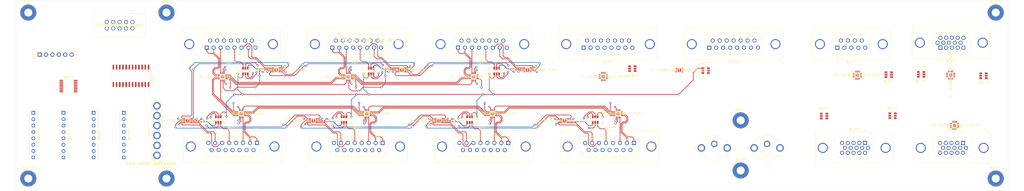
<source format=kicad_pcb>
(kicad_pcb (version 20171130) (host pcbnew "(5.1.10)-1")
  (layers (0 F.Cu signal) (1 In1.Cu power) (2 In2.Cu signal) (31 B.Cu signal) (34 B.Paste user) (35 F.Paste user) (36 B.SilkS user) (37 F.SilkS user hide) (38 B.Mask user) (39 F.Mask user) (44 Edge.Cuts user))
  (net 0 "")
  (module 2021-06-20_01-56-06:MAX4887ETE&plus_ (layer F.Cu) (at 239.7194 45.3709)
    (fp_text reference REF** (at 0 0) (layer F.SilkS))
    (fp_text value 21-0136_T1633+4_MXM (at 0 0) (layer F.SilkS))
    (fp_text user * (at -2.4892 -1) (layer F.SilkS))
    (fp_text user * (at -2.4892 -1) (layer F.SilkS))
    (pad 17 smd rect (at 0 0) (size 1.2446 1.2446) (layers F.Cu F.Paste F.Mask))
    (pad 16 smd rect (at -0.750001 -1.4478) (size 0.254 0.8128) (layers F.Cu F.Paste F.Mask))
    (pad 15 smd rect (at -0.25 -1.4478) (size 0.254 0.8128) (layers F.Cu F.Paste F.Mask))
    (pad 14 smd rect (at 0.25 -1.4478) (size 0.254 0.8128) (layers F.Cu F.Paste F.Mask))
    (pad 13 smd rect (at 0.750001 -1.4478) (size 0.254 0.8128) (layers F.Cu F.Paste F.Mask))
    (pad 12 smd rect (at 1.4478 -0.750001 90) (size 0.254 0.8128) (layers F.Cu F.Paste F.Mask))
    (pad 11 smd rect (at 1.4478 -0.25 90) (size 0.254 0.8128) (layers F.Cu F.Paste F.Mask))
    (pad 10 smd rect (at 1.4478 0.25 90) (size 0.254 0.8128) (layers F.Cu F.Paste F.Mask))
    (pad 9 smd rect (at 1.4478 0.750001 90) (size 0.254 0.8128) (layers F.Cu F.Paste F.Mask))
    (pad 8 smd rect (at 0.750001 1.4478) (size 0.254 0.8128) (layers F.Cu F.Paste F.Mask))
    (pad 7 smd rect (at 0.25 1.4478) (size 0.254 0.8128) (layers F.Cu F.Paste F.Mask))
    (pad 6 smd rect (at -0.25 1.4478) (size 0.254 0.8128) (layers F.Cu F.Paste F.Mask))
    (pad 5 smd rect (at -0.750001 1.4478) (size 0.254 0.8128) (layers F.Cu F.Paste F.Mask))
    (pad 4 smd rect (at -1.4478 0.750001 90) (size 0.254 0.8128) (layers F.Cu F.Paste F.Mask))
    (pad 3 smd rect (at -1.4478 0.25 90) (size 0.254 0.8128) (layers F.Cu F.Paste F.Mask))
    (pad 2 smd rect (at -1.4478 -0.25 90) (size 0.254 0.8128) (layers F.Cu F.Paste F.Mask))
    (pad 1 smd rect (at -1.4478 -0.750001 90) (size 0.254 0.8128) (layers F.Cu F.Paste F.Mask))
  )
  (module MAX14689AETB+T-pcb-part-libraries:MAX14689AETB&plus_T (layer F.Cu) (at 218.3834 48.1395)
    (fp_text reference REF** (at 0 0) (layer F.SilkS))
    (fp_text value 21-100013A_T102A2+2C_MXM (at 0 0) (layer F.SilkS))
    (fp_text user * (at 0 0) (layer F.SilkS))
    (pad 11 smd rect (at 0 0) (size 1.2954 1.397) (layers F.Cu F.Paste F.Mask))
    (pad 10 smd rect (at 1.1938 -0.800001) (size 0.7112 0.2032) (layers F.Cu F.Paste F.Mask))
    (pad 9 smd rect (at 1.1938 -0.399999) (size 0.7112 0.2032) (layers F.Cu F.Paste F.Mask))
    (pad 8 smd rect (at 1.1938 0) (size 0.7112 0.2032) (layers F.Cu F.Paste F.Mask))
    (pad 7 smd rect (at 1.1938 0.399999) (size 0.7112 0.2032) (layers F.Cu F.Paste F.Mask))
    (pad 6 smd rect (at 1.1938 0.800001) (size 0.7112 0.2032) (layers F.Cu F.Paste F.Mask))
    (pad 5 smd rect (at -1.1938 0.800001) (size 0.7112 0.2032) (layers F.Cu F.Paste F.Mask))
    (pad 4 smd rect (at -1.1938 0.399999) (size 0.7112 0.2032) (layers F.Cu F.Paste F.Mask))
    (pad 3 smd rect (at -1.1938 0) (size 0.7112 0.2032) (layers F.Cu F.Paste F.Mask))
    (pad 2 smd rect (at -1.1938 -0.399999) (size 0.7112 0.2032) (layers F.Cu F.Paste F.Mask))
    (pad 1 smd rect (at -1.1938 -0.800001) (size 0.7112 0.2032) (layers F.Cu F.Paste F.Mask))
  )
  (module Package_TO_SOT_SMD:SOT-23-6 (layer F.Cu) (at 230.611 47.679 270)
    (fp_text reference REF** (at 0 -2.9 90) (layer F.SilkS))
    (fp_text value SOT-23-6)
    (pad 1 smd rect (at -1.1 -0.95 270) (size 1.06 0.65) (layers F.Cu F.Paste F.Mask))
    (pad 2 smd rect (at -1.1 0 270) (size 1.06 0.65) (layers F.Cu F.Paste F.Mask))
    (pad 3 smd rect (at -1.1 0.95 270) (size 1.06 0.65) (layers F.Cu F.Paste F.Mask))
    (pad 4 smd rect (at 1.1 0.95 270) (size 1.06 0.65) (layers F.Cu F.Paste F.Mask))
    (pad 6 smd rect (at 1.1 -0.95 270) (size 1.06 0.65) (layers F.Cu F.Paste F.Mask))
    (pad 5 smd rect (at 1.1 0 270) (size 1.06 0.65) (layers F.Cu F.Paste F.Mask))
  )
  (module 2021-06-20_01-56-06:MAX4887ETE&plus_ (layer F.Cu) (at 189.7194 45.3709)
    (fp_text reference REF** (at 0 0) (layer F.SilkS))
    (fp_text value 21-0136_T1633+4_MXM (at 0 0) (layer F.SilkS))
    (fp_text user * (at -2.4892 -1) (layer F.SilkS))
    (fp_text user * (at -2.4892 -1) (layer F.SilkS))
    (pad 17 smd rect (at 0 0) (size 1.2446 1.2446) (layers F.Cu F.Paste F.Mask))
    (pad 16 smd rect (at -0.750001 -1.4478) (size 0.254 0.8128) (layers F.Cu F.Paste F.Mask))
    (pad 15 smd rect (at -0.25 -1.4478) (size 0.254 0.8128) (layers F.Cu F.Paste F.Mask))
    (pad 14 smd rect (at 0.25 -1.4478) (size 0.254 0.8128) (layers F.Cu F.Paste F.Mask))
    (pad 13 smd rect (at 0.750001 -1.4478) (size 0.254 0.8128) (layers F.Cu F.Paste F.Mask))
    (pad 12 smd rect (at 1.4478 -0.750001 90) (size 0.254 0.8128) (layers F.Cu F.Paste F.Mask))
    (pad 11 smd rect (at 1.4478 -0.25 90) (size 0.254 0.8128) (layers F.Cu F.Paste F.Mask))
    (pad 10 smd rect (at 1.4478 0.25 90) (size 0.254 0.8128) (layers F.Cu F.Paste F.Mask))
    (pad 9 smd rect (at 1.4478 0.750001 90) (size 0.254 0.8128) (layers F.Cu F.Paste F.Mask))
    (pad 8 smd rect (at 0.750001 1.4478) (size 0.254 0.8128) (layers F.Cu F.Paste F.Mask))
    (pad 7 smd rect (at 0.25 1.4478) (size 0.254 0.8128) (layers F.Cu F.Paste F.Mask))
    (pad 6 smd rect (at -0.25 1.4478) (size 0.254 0.8128) (layers F.Cu F.Paste F.Mask))
    (pad 5 smd rect (at -0.750001 1.4478) (size 0.254 0.8128) (layers F.Cu F.Paste F.Mask))
    (pad 4 smd rect (at -1.4478 0.750001 90) (size 0.254 0.8128) (layers F.Cu F.Paste F.Mask))
    (pad 3 smd rect (at -1.4478 0.25 90) (size 0.254 0.8128) (layers F.Cu F.Paste F.Mask))
    (pad 2 smd rect (at -1.4478 -0.25 90) (size 0.254 0.8128) (layers F.Cu F.Paste F.Mask))
    (pad 1 smd rect (at -1.4478 -0.750001 90) (size 0.254 0.8128) (layers F.Cu F.Paste F.Mask))
  )
  (module MAX14689AETB+T-pcb-part-libraries:MAX14689AETB&plus_T (layer F.Cu) (at 168.3834 48.1395)
    (fp_text reference REF** (at 0 0) (layer F.SilkS))
    (fp_text value 21-100013A_T102A2+2C_MXM (at 0 0) (layer F.SilkS))
    (fp_text user * (at 0 0) (layer F.SilkS))
    (pad 11 smd rect (at 0 0) (size 1.2954 1.397) (layers F.Cu F.Paste F.Mask))
    (pad 10 smd rect (at 1.1938 -0.800001) (size 0.7112 0.2032) (layers F.Cu F.Paste F.Mask))
    (pad 9 smd rect (at 1.1938 -0.399999) (size 0.7112 0.2032) (layers F.Cu F.Paste F.Mask))
    (pad 8 smd rect (at 1.1938 0) (size 0.7112 0.2032) (layers F.Cu F.Paste F.Mask))
    (pad 7 smd rect (at 1.1938 0.399999) (size 0.7112 0.2032) (layers F.Cu F.Paste F.Mask))
    (pad 6 smd rect (at 1.1938 0.800001) (size 0.7112 0.2032) (layers F.Cu F.Paste F.Mask))
    (pad 5 smd rect (at -1.1938 0.800001) (size 0.7112 0.2032) (layers F.Cu F.Paste F.Mask))
    (pad 4 smd rect (at -1.1938 0.399999) (size 0.7112 0.2032) (layers F.Cu F.Paste F.Mask))
    (pad 3 smd rect (at -1.1938 0) (size 0.7112 0.2032) (layers F.Cu F.Paste F.Mask))
    (pad 2 smd rect (at -1.1938 -0.399999) (size 0.7112 0.2032) (layers F.Cu F.Paste F.Mask))
    (pad 1 smd rect (at -1.1938 -0.800001) (size 0.7112 0.2032) (layers F.Cu F.Paste F.Mask))
  )
  (module Package_TO_SOT_SMD:SOT-23-6 (layer F.Cu) (at 180.611 47.679 270)
    (fp_text reference REF** (at 0 -2.9 90) (layer F.SilkS))
    (fp_text value SOT-23-6)
    (pad 1 smd rect (at -1.1 -0.95 270) (size 1.06 0.65) (layers F.Cu F.Paste F.Mask))
    (pad 2 smd rect (at -1.1 0 270) (size 1.06 0.65) (layers F.Cu F.Paste F.Mask))
    (pad 3 smd rect (at -1.1 0.95 270) (size 1.06 0.65) (layers F.Cu F.Paste F.Mask))
    (pad 4 smd rect (at 1.1 0.95 270) (size 1.06 0.65) (layers F.Cu F.Paste F.Mask))
    (pad 6 smd rect (at 1.1 -0.95 270) (size 1.06 0.65) (layers F.Cu F.Paste F.Mask))
    (pad 5 smd rect (at 1.1 0 270) (size 1.06 0.65) (layers F.Cu F.Paste F.Mask))
  )
  (module 2021-06-20_01-56-06:MAX4887ETE&plus_ (layer F.Cu) (at 139.7194 45.3709)
    (fp_text reference REF** (at 0 0) (layer F.SilkS))
    (fp_text value 21-0136_T1633+4_MXM (at 0 0) (layer F.SilkS))
    (fp_text user * (at -2.4892 -1) (layer F.SilkS))
    (fp_text user * (at -2.4892 -1) (layer F.SilkS))
    (pad 17 smd rect (at 0 0) (size 1.2446 1.2446) (layers F.Cu F.Paste F.Mask))
    (pad 16 smd rect (at -0.750001 -1.4478) (size 0.254 0.8128) (layers F.Cu F.Paste F.Mask))
    (pad 15 smd rect (at -0.25 -1.4478) (size 0.254 0.8128) (layers F.Cu F.Paste F.Mask))
    (pad 14 smd rect (at 0.25 -1.4478) (size 0.254 0.8128) (layers F.Cu F.Paste F.Mask))
    (pad 13 smd rect (at 0.750001 -1.4478) (size 0.254 0.8128) (layers F.Cu F.Paste F.Mask))
    (pad 12 smd rect (at 1.4478 -0.750001 90) (size 0.254 0.8128) (layers F.Cu F.Paste F.Mask))
    (pad 11 smd rect (at 1.4478 -0.25 90) (size 0.254 0.8128) (layers F.Cu F.Paste F.Mask))
    (pad 10 smd rect (at 1.4478 0.25 90) (size 0.254 0.8128) (layers F.Cu F.Paste F.Mask))
    (pad 9 smd rect (at 1.4478 0.750001 90) (size 0.254 0.8128) (layers F.Cu F.Paste F.Mask))
    (pad 8 smd rect (at 0.750001 1.4478) (size 0.254 0.8128) (layers F.Cu F.Paste F.Mask))
    (pad 7 smd rect (at 0.25 1.4478) (size 0.254 0.8128) (layers F.Cu F.Paste F.Mask))
    (pad 6 smd rect (at -0.25 1.4478) (size 0.254 0.8128) (layers F.Cu F.Paste F.Mask))
    (pad 5 smd rect (at -0.750001 1.4478) (size 0.254 0.8128) (layers F.Cu F.Paste F.Mask))
    (pad 4 smd rect (at -1.4478 0.750001 90) (size 0.254 0.8128) (layers F.Cu F.Paste F.Mask))
    (pad 3 smd rect (at -1.4478 0.25 90) (size 0.254 0.8128) (layers F.Cu F.Paste F.Mask))
    (pad 2 smd rect (at -1.4478 -0.25 90) (size 0.254 0.8128) (layers F.Cu F.Paste F.Mask))
    (pad 1 smd rect (at -1.4478 -0.750001 90) (size 0.254 0.8128) (layers F.Cu F.Paste F.Mask))
  )
  (module MAX14689AETB+T-pcb-part-libraries:MAX14689AETB&plus_T (layer F.Cu) (at 118.3834 48.1395)
    (fp_text reference REF** (at 0 0) (layer F.SilkS))
    (fp_text value 21-100013A_T102A2+2C_MXM (at 0 0) (layer F.SilkS))
    (fp_text user * (at 0 0) (layer F.SilkS))
    (pad 11 smd rect (at 0 0) (size 1.2954 1.397) (layers F.Cu F.Paste F.Mask))
    (pad 10 smd rect (at 1.1938 -0.800001) (size 0.7112 0.2032) (layers F.Cu F.Paste F.Mask))
    (pad 9 smd rect (at 1.1938 -0.399999) (size 0.7112 0.2032) (layers F.Cu F.Paste F.Mask))
    (pad 8 smd rect (at 1.1938 0) (size 0.7112 0.2032) (layers F.Cu F.Paste F.Mask))
    (pad 7 smd rect (at 1.1938 0.399999) (size 0.7112 0.2032) (layers F.Cu F.Paste F.Mask))
    (pad 6 smd rect (at 1.1938 0.800001) (size 0.7112 0.2032) (layers F.Cu F.Paste F.Mask))
    (pad 5 smd rect (at -1.1938 0.800001) (size 0.7112 0.2032) (layers F.Cu F.Paste F.Mask))
    (pad 4 smd rect (at -1.1938 0.399999) (size 0.7112 0.2032) (layers F.Cu F.Paste F.Mask))
    (pad 3 smd rect (at -1.1938 0) (size 0.7112 0.2032) (layers F.Cu F.Paste F.Mask))
    (pad 2 smd rect (at -1.1938 -0.399999) (size 0.7112 0.2032) (layers F.Cu F.Paste F.Mask))
    (pad 1 smd rect (at -1.1938 -0.800001) (size 0.7112 0.2032) (layers F.Cu F.Paste F.Mask))
  )
  (module Package_TO_SOT_SMD:SOT-23-6 (layer F.Cu) (at 130.611 47.679 270)
    (fp_text reference REF** (at 0 -2.9 90) (layer F.SilkS))
    (fp_text value SOT-23-6)
    (pad 1 smd rect (at -1.1 -0.95 270) (size 1.06 0.65) (layers F.Cu F.Paste F.Mask))
    (pad 2 smd rect (at -1.1 0 270) (size 1.06 0.65) (layers F.Cu F.Paste F.Mask))
    (pad 3 smd rect (at -1.1 0.95 270) (size 1.06 0.65) (layers F.Cu F.Paste F.Mask))
    (pad 4 smd rect (at 1.1 0.95 270) (size 1.06 0.65) (layers F.Cu F.Paste F.Mask))
    (pad 6 smd rect (at 1.1 -0.95 270) (size 1.06 0.65) (layers F.Cu F.Paste F.Mask))
    (pad 5 smd rect (at 1.1 0 270) (size 1.06 0.65) (layers F.Cu F.Paste F.Mask))
  )
  (module MAX14689AETB+T-pcb-part-libraries:MAX14689AETB&plus_T (layer F.Cu) (at 68.3834 48.1395)
    (fp_text reference REF** (at 0 0) (layer F.SilkS))
    (fp_text value 21-100013A_T102A2+2C_MXM (at 0 0) (layer F.SilkS))
    (fp_text user * (at 0 0) (layer F.SilkS))
    (pad 1 smd rect (at -1.1938 -0.800001) (size 0.7112 0.2032) (layers F.Cu F.Paste F.Mask))
    (pad 2 smd rect (at -1.1938 -0.399999) (size 0.7112 0.2032) (layers F.Cu F.Paste F.Mask))
    (pad 3 smd rect (at -1.1938 0) (size 0.7112 0.2032) (layers F.Cu F.Paste F.Mask))
    (pad 4 smd rect (at -1.1938 0.399999) (size 0.7112 0.2032) (layers F.Cu F.Paste F.Mask))
    (pad 5 smd rect (at -1.1938 0.800001) (size 0.7112 0.2032) (layers F.Cu F.Paste F.Mask))
    (pad 6 smd rect (at 1.1938 0.800001) (size 0.7112 0.2032) (layers F.Cu F.Paste F.Mask))
    (pad 7 smd rect (at 1.1938 0.399999) (size 0.7112 0.2032) (layers F.Cu F.Paste F.Mask))
    (pad 8 smd rect (at 1.1938 0) (size 0.7112 0.2032) (layers F.Cu F.Paste F.Mask))
    (pad 9 smd rect (at 1.1938 -0.399999) (size 0.7112 0.2032) (layers F.Cu F.Paste F.Mask))
    (pad 10 smd rect (at 1.1938 -0.800001) (size 0.7112 0.2032) (layers F.Cu F.Paste F.Mask))
    (pad 11 smd rect (at 0 0) (size 1.2954 1.397) (layers F.Cu F.Paste F.Mask))
  )
  (module Package_TO_SOT_SMD:SOT-23-6 (layer F.Cu) (at 80.611 47.679 270)
    (fp_text reference REF** (at 0 -2.9 90) (layer F.SilkS))
    (fp_text value SOT-23-6)
    (pad 5 smd rect (at 1.1 0 270) (size 1.06 0.65) (layers F.Cu F.Paste F.Mask))
    (pad 6 smd rect (at 1.1 -0.95 270) (size 1.06 0.65) (layers F.Cu F.Paste F.Mask))
    (pad 4 smd rect (at 1.1 0.95 270) (size 1.06 0.65) (layers F.Cu F.Paste F.Mask))
    (pad 3 smd rect (at -1.1 0.95 270) (size 1.06 0.65) (layers F.Cu F.Paste F.Mask))
    (pad 2 smd rect (at -1.1 0 270) (size 1.06 0.65) (layers F.Cu F.Paste F.Mask))
    (pad 1 smd rect (at -1.1 -0.95 270) (size 1.06 0.65) (layers F.Cu F.Paste F.Mask))
  )
  (module 2021-06-20_01-56-06:MAX4887ETE&plus_ (layer F.Cu) (at 89.7194 45.3709)
    (fp_text reference REF** (at 0 0) (layer F.SilkS))
    (fp_text value 21-0136_T1633+4_MXM (at 0 0) (layer F.SilkS))
    (fp_text user * (at -2.4892 -1) (layer F.SilkS))
    (fp_text user * (at -2.4892 -1) (layer F.SilkS))
    (pad 1 smd rect (at -1.4478 -0.750001 90) (size 0.254 0.8128) (layers F.Cu F.Paste F.Mask))
    (pad 2 smd rect (at -1.4478 -0.25 90) (size 0.254 0.8128) (layers F.Cu F.Paste F.Mask))
    (pad 3 smd rect (at -1.4478 0.25 90) (size 0.254 0.8128) (layers F.Cu F.Paste F.Mask))
    (pad 4 smd rect (at -1.4478 0.750001 90) (size 0.254 0.8128) (layers F.Cu F.Paste F.Mask))
    (pad 5 smd rect (at -0.750001 1.4478) (size 0.254 0.8128) (layers F.Cu F.Paste F.Mask))
    (pad 6 smd rect (at -0.25 1.4478) (size 0.254 0.8128) (layers F.Cu F.Paste F.Mask))
    (pad 7 smd rect (at 0.25 1.4478) (size 0.254 0.8128) (layers F.Cu F.Paste F.Mask))
    (pad 8 smd rect (at 0.750001 1.4478) (size 0.254 0.8128) (layers F.Cu F.Paste F.Mask))
    (pad 9 smd rect (at 1.4478 0.750001 90) (size 0.254 0.8128) (layers F.Cu F.Paste F.Mask))
    (pad 10 smd rect (at 1.4478 0.25 90) (size 0.254 0.8128) (layers F.Cu F.Paste F.Mask))
    (pad 11 smd rect (at 1.4478 -0.25 90) (size 0.254 0.8128) (layers F.Cu F.Paste F.Mask))
    (pad 12 smd rect (at 1.4478 -0.750001 90) (size 0.254 0.8128) (layers F.Cu F.Paste F.Mask))
    (pad 13 smd rect (at 0.750001 -1.4478) (size 0.254 0.8128) (layers F.Cu F.Paste F.Mask))
    (pad 14 smd rect (at 0.25 -1.4478) (size 0.254 0.8128) (layers F.Cu F.Paste F.Mask))
    (pad 15 smd rect (at -0.25 -1.4478) (size 0.254 0.8128) (layers F.Cu F.Paste F.Mask))
    (pad 16 smd rect (at -0.750001 -1.4478) (size 0.254 0.8128) (layers F.Cu F.Paste F.Mask))
    (pad 17 smd rect (at 0 0) (size 1.2446 1.2446) (layers F.Cu F.Paste F.Mask))
  )
  (module MAX14689AETB+T-pcb-part-libraries:MAX14689AETB&plus_T (layer F.Cu) (at 103.6166 27.8605 180)
    (fp_text reference REF** (at 0 0) (layer F.SilkS))
    (fp_text value 21-100013A_T102A2+2C_MXM (at 0 0) (layer F.SilkS))
    (fp_text user * (at 0 0) (layer F.SilkS))
    (pad 1 smd rect (at -1.1938 -0.800001 180) (size 0.7112 0.2032) (layers F.Cu F.Paste F.Mask))
    (pad 2 smd rect (at -1.1938 -0.399999 180) (size 0.7112 0.2032) (layers F.Cu F.Paste F.Mask))
    (pad 3 smd rect (at -1.1938 0 180) (size 0.7112 0.2032) (layers F.Cu F.Paste F.Mask))
    (pad 4 smd rect (at -1.1938 0.399999 180) (size 0.7112 0.2032) (layers F.Cu F.Paste F.Mask))
    (pad 5 smd rect (at -1.1938 0.800001 180) (size 0.7112 0.2032) (layers F.Cu F.Paste F.Mask))
    (pad 6 smd rect (at 1.1938 0.800001 180) (size 0.7112 0.2032) (layers F.Cu F.Paste F.Mask))
    (pad 7 smd rect (at 1.1938 0.399999 180) (size 0.7112 0.2032) (layers F.Cu F.Paste F.Mask))
    (pad 8 smd rect (at 1.1938 0 180) (size 0.7112 0.2032) (layers F.Cu F.Paste F.Mask))
    (pad 9 smd rect (at 1.1938 -0.399999 180) (size 0.7112 0.2032) (layers F.Cu F.Paste F.Mask))
    (pad 10 smd rect (at 1.1938 -0.800001 180) (size 0.7112 0.2032) (layers F.Cu F.Paste F.Mask))
    (pad 11 smd rect (at 0 0 180) (size 1.2954 1.397) (layers F.Cu F.Paste F.Mask))
  )
  (module Package_TO_SOT_SMD:SOT-23-6 (layer F.Cu) (at 91.389 28.321 90)
    (fp_text reference REF** (at 0 -2.9 90) (layer F.SilkS))
    (fp_text value SOT-23-6)
    (pad 5 smd rect (at 1.1 0 90) (size 1.06 0.65) (layers F.Cu F.Paste F.Mask))
    (pad 6 smd rect (at 1.1 -0.95 90) (size 1.06 0.65) (layers F.Cu F.Paste F.Mask))
    (pad 4 smd rect (at 1.1 0.95 90) (size 1.06 0.65) (layers F.Cu F.Paste F.Mask))
    (pad 3 smd rect (at -1.1 0.95 90) (size 1.06 0.65) (layers F.Cu F.Paste F.Mask))
    (pad 2 smd rect (at -1.1 0 90) (size 1.06 0.65) (layers F.Cu F.Paste F.Mask))
    (pad 1 smd rect (at -1.1 -0.95 90) (size 1.06 0.65) (layers F.Cu F.Paste F.Mask))
  )
  (module 2021-06-20_01-56-06:MAX4887ETE&plus_ (layer F.Cu) (at 82.2806 30.6291 180)
    (fp_text reference REF** (at 0 0) (layer F.SilkS))
    (fp_text value 21-0136_T1633+4_MXM (at 0 0) (layer F.SilkS))
    (fp_text user * (at -2.4892 -1) (layer F.SilkS))
    (fp_text user * (at -2.4892 -1) (layer F.SilkS))
    (pad 1 smd rect (at -1.4478 -0.750001 270) (size 0.254 0.8128) (layers F.Cu F.Paste F.Mask))
    (pad 2 smd rect (at -1.4478 -0.25 270) (size 0.254 0.8128) (layers F.Cu F.Paste F.Mask))
    (pad 3 smd rect (at -1.4478 0.25 270) (size 0.254 0.8128) (layers F.Cu F.Paste F.Mask))
    (pad 4 smd rect (at -1.4478 0.750001 270) (size 0.254 0.8128) (layers F.Cu F.Paste F.Mask))
    (pad 5 smd rect (at -0.750001 1.4478 180) (size 0.254 0.8128) (layers F.Cu F.Paste F.Mask))
    (pad 6 smd rect (at -0.25 1.4478 180) (size 0.254 0.8128) (layers F.Cu F.Paste F.Mask))
    (pad 7 smd rect (at 0.25 1.4478 180) (size 0.254 0.8128) (layers F.Cu F.Paste F.Mask))
    (pad 8 smd rect (at 0.750001 1.4478 180) (size 0.254 0.8128) (layers F.Cu F.Paste F.Mask))
    (pad 9 smd rect (at 1.4478 0.750001 270) (size 0.254 0.8128) (layers F.Cu F.Paste F.Mask))
    (pad 10 smd rect (at 1.4478 0.25 270) (size 0.254 0.8128) (layers F.Cu F.Paste F.Mask))
    (pad 11 smd rect (at 1.4478 -0.25 270) (size 0.254 0.8128) (layers F.Cu F.Paste F.Mask))
    (pad 12 smd rect (at 1.4478 -0.750001 270) (size 0.254 0.8128) (layers F.Cu F.Paste F.Mask))
    (pad 13 smd rect (at 0.750001 -1.4478 180) (size 0.254 0.8128) (layers F.Cu F.Paste F.Mask))
    (pad 14 smd rect (at 0.25 -1.4478 180) (size 0.254 0.8128) (layers F.Cu F.Paste F.Mask))
    (pad 15 smd rect (at -0.25 -1.4478 180) (size 0.254 0.8128) (layers F.Cu F.Paste F.Mask))
    (pad 16 smd rect (at -0.750001 -1.4478 180) (size 0.254 0.8128) (layers F.Cu F.Paste F.Mask))
    (pad 17 smd rect (at 0 0 180) (size 1.2446 1.2446) (layers F.Cu F.Paste F.Mask))
  )
  (module MAX14689AETB+T-pcb-part-libraries:MAX14689AETB&plus_T (layer F.Cu) (at 153.6166 27.8605 180)
    (fp_text reference REF** (at 0 0) (layer F.SilkS))
    (fp_text value 21-100013A_T102A2+2C_MXM (at 0 0) (layer F.SilkS))
    (fp_text user * (at 0 0) (layer F.SilkS))
    (pad 1 smd rect (at -1.1938 -0.800001 180) (size 0.7112 0.2032) (layers F.Cu F.Paste F.Mask))
    (pad 2 smd rect (at -1.1938 -0.399999 180) (size 0.7112 0.2032) (layers F.Cu F.Paste F.Mask))
    (pad 3 smd rect (at -1.1938 0 180) (size 0.7112 0.2032) (layers F.Cu F.Paste F.Mask))
    (pad 4 smd rect (at -1.1938 0.399999 180) (size 0.7112 0.2032) (layers F.Cu F.Paste F.Mask))
    (pad 5 smd rect (at -1.1938 0.800001 180) (size 0.7112 0.2032) (layers F.Cu F.Paste F.Mask))
    (pad 6 smd rect (at 1.1938 0.800001 180) (size 0.7112 0.2032) (layers F.Cu F.Paste F.Mask))
    (pad 7 smd rect (at 1.1938 0.399999 180) (size 0.7112 0.2032) (layers F.Cu F.Paste F.Mask))
    (pad 8 smd rect (at 1.1938 0 180) (size 0.7112 0.2032) (layers F.Cu F.Paste F.Mask))
    (pad 9 smd rect (at 1.1938 -0.399999 180) (size 0.7112 0.2032) (layers F.Cu F.Paste F.Mask))
    (pad 10 smd rect (at 1.1938 -0.800001 180) (size 0.7112 0.2032) (layers F.Cu F.Paste F.Mask))
    (pad 11 smd rect (at 0 0 180) (size 1.2954 1.397) (layers F.Cu F.Paste F.Mask))
  )
  (module Package_TO_SOT_SMD:SOT-23-6 (layer F.Cu) (at 141.389 28.321 90)
    (fp_text reference REF** (at 0 -2.9 90) (layer F.SilkS))
    (fp_text value SOT-23-6)
    (pad 5 smd rect (at 1.1 0 90) (size 1.06 0.65) (layers F.Cu F.Paste F.Mask))
    (pad 6 smd rect (at 1.1 -0.95 90) (size 1.06 0.65) (layers F.Cu F.Paste F.Mask))
    (pad 4 smd rect (at 1.1 0.95 90) (size 1.06 0.65) (layers F.Cu F.Paste F.Mask))
    (pad 3 smd rect (at -1.1 0.95 90) (size 1.06 0.65) (layers F.Cu F.Paste F.Mask))
    (pad 2 smd rect (at -1.1 0 90) (size 1.06 0.65) (layers F.Cu F.Paste F.Mask))
    (pad 1 smd rect (at -1.1 -0.95 90) (size 1.06 0.65) (layers F.Cu F.Paste F.Mask))
  )
  (module 2021-06-20_01-56-06:MAX4887ETE&plus_ (layer F.Cu) (at 132.2806 30.6291 180)
    (fp_text reference REF** (at 0 0) (layer F.SilkS))
    (fp_text value 21-0136_T1633+4_MXM (at 0 0) (layer F.SilkS))
    (fp_text user * (at -2.4892 -1) (layer F.SilkS))
    (fp_text user * (at -2.4892 -1) (layer F.SilkS))
    (pad 1 smd rect (at -1.4478 -0.750001 270) (size 0.254 0.8128) (layers F.Cu F.Paste F.Mask))
    (pad 2 smd rect (at -1.4478 -0.25 270) (size 0.254 0.8128) (layers F.Cu F.Paste F.Mask))
    (pad 3 smd rect (at -1.4478 0.25 270) (size 0.254 0.8128) (layers F.Cu F.Paste F.Mask))
    (pad 4 smd rect (at -1.4478 0.750001 270) (size 0.254 0.8128) (layers F.Cu F.Paste F.Mask))
    (pad 5 smd rect (at -0.750001 1.4478 180) (size 0.254 0.8128) (layers F.Cu F.Paste F.Mask))
    (pad 6 smd rect (at -0.25 1.4478 180) (size 0.254 0.8128) (layers F.Cu F.Paste F.Mask))
    (pad 7 smd rect (at 0.25 1.4478 180) (size 0.254 0.8128) (layers F.Cu F.Paste F.Mask))
    (pad 8 smd rect (at 0.750001 1.4478 180) (size 0.254 0.8128) (layers F.Cu F.Paste F.Mask))
    (pad 9 smd rect (at 1.4478 0.750001 270) (size 0.254 0.8128) (layers F.Cu F.Paste F.Mask))
    (pad 10 smd rect (at 1.4478 0.25 270) (size 0.254 0.8128) (layers F.Cu F.Paste F.Mask))
    (pad 11 smd rect (at 1.4478 -0.25 270) (size 0.254 0.8128) (layers F.Cu F.Paste F.Mask))
    (pad 12 smd rect (at 1.4478 -0.750001 270) (size 0.254 0.8128) (layers F.Cu F.Paste F.Mask))
    (pad 13 smd rect (at 0.750001 -1.4478 180) (size 0.254 0.8128) (layers F.Cu F.Paste F.Mask))
    (pad 14 smd rect (at 0.25 -1.4478 180) (size 0.254 0.8128) (layers F.Cu F.Paste F.Mask))
    (pad 15 smd rect (at -0.25 -1.4478 180) (size 0.254 0.8128) (layers F.Cu F.Paste F.Mask))
    (pad 16 smd rect (at -0.750001 -1.4478 180) (size 0.254 0.8128) (layers F.Cu F.Paste F.Mask))
    (pad 17 smd rect (at 0 0 180) (size 1.2446 1.2446) (layers F.Cu F.Paste F.Mask))
  )
  (module Connector_Dsub:DSUB-15_Female_Vertical_P2.77x2.84mm_MountingHoles (layer F.Cu) (at 126 19 180)
    (fp_text reference REF** (at -9.695 -5.89) (layer F.SilkS))
    (fp_text value DSUB-15_Female_Vertical_P2.77x2.84mm_MountingHoles)
    (pad 1 thru_hole rect (at 0 0 180) (size 1.6 1.6) (drill 1) (layers *.Cu *.Mask))
    (pad 2 thru_hole circle (at -2.77 0 180) (size 1.6 1.6) (drill 1) (layers *.Cu *.Mask))
    (pad 3 thru_hole circle (at -5.54 0 180) (size 1.6 1.6) (drill 1) (layers *.Cu *.Mask))
    (pad 4 thru_hole circle (at -8.31 0 180) (size 1.6 1.6) (drill 1) (layers *.Cu *.Mask))
    (pad 5 thru_hole circle (at -11.08 0 180) (size 1.6 1.6) (drill 1) (layers *.Cu *.Mask))
    (pad 6 thru_hole circle (at -13.85 0 180) (size 1.6 1.6) (drill 1) (layers *.Cu *.Mask))
    (pad 7 thru_hole circle (at -16.62 0 180) (size 1.6 1.6) (drill 1) (layers *.Cu *.Mask))
    (pad 8 thru_hole circle (at -19.39 0 180) (size 1.6 1.6) (drill 1) (layers *.Cu *.Mask))
    (pad 9 thru_hole circle (at -1.385 2.84 180) (size 1.6 1.6) (drill 1) (layers *.Cu *.Mask))
    (pad 10 thru_hole circle (at -4.155 2.84 180) (size 1.6 1.6) (drill 1) (layers *.Cu *.Mask))
    (pad 11 thru_hole circle (at -6.925 2.84 180) (size 1.6 1.6) (drill 1) (layers *.Cu *.Mask))
    (pad 12 thru_hole circle (at -9.695 2.84 180) (size 1.6 1.6) (drill 1) (layers *.Cu *.Mask))
    (pad 13 thru_hole circle (at -12.465 2.84 180) (size 1.6 1.6) (drill 1) (layers *.Cu *.Mask))
    (pad 14 thru_hole circle (at -15.235 2.84 180) (size 1.6 1.6) (drill 1) (layers *.Cu *.Mask))
    (pad 15 thru_hole circle (at -18.005 2.84 180) (size 1.6 1.6) (drill 1) (layers *.Cu *.Mask))
    (pad 0 thru_hole circle (at -26.345 1.42 180) (size 4 4) (drill 3.2) (layers *.Cu *.Mask))
    (pad 0 thru_hole circle (at 6.955 1.42 180) (size 4 4) (drill 3.2) (layers *.Cu *.Mask))
  )
  (module MountingHole:MountingHole_3.2mm_M3_Pad (layer F.Cu) (at 288.5 68)
    (fp_text reference REF** (at 0 -4.2) (layer F.SilkS))
    (fp_text value MountingHole_3.2mm_M3_Pad)
    (pad 1 thru_hole circle (at 0 0) (size 6.4 6.4) (drill 3.2) (layers *.Cu *.Mask))
  )
  (module MountingHole:MountingHole_3.2mm_M3_Pad (layer F.Cu) (at 288.5 48)
    (fp_text reference REF** (at 0 -4.2) (layer F.SilkS))
    (fp_text value MountingHole_3.2mm_M3_Pad)
    (pad 1 thru_hole circle (at 0 0) (size 6.4 6.4) (drill 3.2) (layers *.Cu *.Mask))
  )
  (module Connector_Molex:Molex_9652068 (layer F.Cu) (at 56.1975 52.07 270)
    (fp_text reference REF** (at 0 3 90) (layer F.SilkS))
    (fp_text value Molex_9652068)
    (pad 6 thru_hole circle (at 9.9 0 270) (size 3 3) (drill 2) (layers *.Cu *.Mask))
    (pad 5 thru_hole circle (at 5.94 0 270) (size 3 3) (drill 2) (layers *.Cu *.Mask))
    (pad 4 thru_hole circle (at 1.98 0 270) (size 3 3) (drill 2) (layers *.Cu *.Mask))
    (pad 3 thru_hole circle (at -1.98 0 270) (size 3 3) (drill 2) (layers *.Cu *.Mask))
    (pad 2 thru_hole circle (at -5.94 0 270) (size 3 3) (drill 2) (layers *.Cu *.Mask))
    (pad 1 thru_hole circle (at -9.9 0 270) (size 3 3) (drill 2) (layers *.Cu *.Mask))
  )
  (module MountingHole:MountingHole_3.2mm_M3_Pad (layer F.Cu) (at 60 71.2)
    (fp_text reference REF** (at 0 -4.2) (layer F.SilkS))
    (fp_text value MountingHole_3.2mm_M3_Pad)
    (pad 1 thru_hole circle (at 0 0) (size 6.4 6.4) (drill 3.2) (layers *.Cu *.Mask))
  )
  (module MountingHole:MountingHole_3.2mm_M3_Pad (layer F.Cu) (at 5 5)
    (fp_text reference REF** (at 0 -4.2) (layer F.SilkS))
    (fp_text value MountingHole_3.2mm_M3_Pad)
    (pad 1 thru_hole circle (at 0 0) (size 6.4 6.4) (drill 3.2) (layers *.Cu *.Mask))
  )
  (module MountingHole:MountingHole_3.2mm_M3_Pad (layer F.Cu) (at 5 71.2)
    (fp_text reference REF** (at 0 -4.2) (layer F.SilkS))
    (fp_text value MountingHole_3.2mm_M3_Pad)
    (pad 1 thru_hole circle (at 0 0) (size 6.4 6.4) (drill 3.2) (layers *.Cu *.Mask))
  )
  (module MountingHole:MountingHole_3.2mm_M3_Pad (layer F.Cu) (at 390 5)
    (fp_text reference REF** (at 0 -4.2) (layer F.SilkS))
    (fp_text value MountingHole_3.2mm_M3_Pad)
    (pad 1 thru_hole circle (at 0 0) (size 6.4 6.4) (drill 3.2) (layers *.Cu *.Mask))
  )
  (module MountingHole:MountingHole_3.2mm_M3_Pad (layer F.Cu) (at 390 71.2)
    (fp_text reference REF** (at 0 -4.2) (layer F.SilkS))
    (fp_text value MountingHole_3.2mm_M3_Pad)
    (pad 1 thru_hole circle (at 0 0) (size 6.4 6.4) (drill 3.2) (layers *.Cu *.Mask))
  )
  (module MountingHole:MountingHole_3.2mm_M3_Pad (layer F.Cu) (at 60 5)
    (fp_text reference REF** (at 0 -4.2) (layer F.SilkS))
    (fp_text value MountingHole_3.2mm_M3_Pad)
    (pad 1 thru_hole circle (at 0 0) (size 6.4 6.4) (drill 3.2) (layers *.Cu *.Mask))
  )
  (module Connector_PinSocket_2.54mm:61201021621 (layer F.Cu) (at 46.416 8.763)
    (fp_text reference REF** (at -5.08 1.27) (layer F.SilkS))
    (fp_text value CONN_61201021621_WRE (at -5.08 1.27) (layer F.SilkS))
    (fp_text user * (at 0 0) (layer F.SilkS))
    (pad 1 thru_hole circle (at 0 0) (size 1.6002 1.6002) (drill 1.0922) (layers *.Cu *.Mask))
    (pad 2 thru_hole circle (at 0 2.54) (size 1.6002 1.6002) (drill 1.0922) (layers *.Cu *.Mask))
    (pad 3 thru_hole circle (at -2.54 0) (size 1.6002 1.6002) (drill 1.0922) (layers *.Cu *.Mask))
    (pad 4 thru_hole circle (at -2.54 2.54) (size 1.6002 1.6002) (drill 1.0922) (layers *.Cu *.Mask))
    (pad 5 thru_hole circle (at -5.08 0) (size 1.6002 1.6002) (drill 1.0922) (layers *.Cu *.Mask))
    (pad 6 thru_hole circle (at -5.08 2.54) (size 1.6002 1.6002) (drill 1.0922) (layers *.Cu *.Mask))
    (pad 7 thru_hole circle (at -7.62 0) (size 1.6002 1.6002) (drill 1.0922) (layers *.Cu *.Mask))
    (pad 8 thru_hole circle (at -7.62 2.54) (size 1.6002 1.6002) (drill 1.0922) (layers *.Cu *.Mask))
    (pad 9 thru_hole circle (at -10.16 0) (size 1.6002 1.6002) (drill 1.0922) (layers *.Cu *.Mask))
    (pad 10 thru_hole circle (at -10.16 2.54) (size 1.6002 1.6002) (drill 1.0922) (layers *.Cu *.Mask))
  )
  (module Package_SO:TSSOP-16_4.4x5mm_P0.65mm (layer F.Cu) (at 20.9855 34.3535)
    (fp_text reference REF** (at 0 -3.45) (layer F.SilkS))
    (fp_text value TSSOP-16_4.4x5mm_P0.65mm)
    (pad 16 smd roundrect (at 2.8625 -2.275) (size 1.475 0.4) (layers F.Cu F.Paste F.Mask))
    (pad 15 smd roundrect (at 2.8625 -1.625) (size 1.475 0.4) (layers F.Cu F.Paste F.Mask))
    (pad 14 smd roundrect (at 2.8625 -0.975) (size 1.475 0.4) (layers F.Cu F.Paste F.Mask))
    (pad 13 smd roundrect (at 2.8625 -0.325) (size 1.475 0.4) (layers F.Cu F.Paste F.Mask))
    (pad 12 smd roundrect (at 2.8625 0.325) (size 1.475 0.4) (layers F.Cu F.Paste F.Mask))
    (pad 11 smd roundrect (at 2.8625 0.975) (size 1.475 0.4) (layers F.Cu F.Paste F.Mask))
    (pad 10 smd roundrect (at 2.8625 1.625) (size 1.475 0.4) (layers F.Cu F.Paste F.Mask))
    (pad 9 smd roundrect (at 2.8625 2.275) (size 1.475 0.4) (layers F.Cu F.Paste F.Mask))
    (pad 8 smd roundrect (at -2.8625 2.275) (size 1.475 0.4) (layers F.Cu F.Paste F.Mask))
    (pad 7 smd roundrect (at -2.8625 1.625) (size 1.475 0.4) (layers F.Cu F.Paste F.Mask))
    (pad 6 smd roundrect (at -2.8625 0.975) (size 1.475 0.4) (layers F.Cu F.Paste F.Mask))
    (pad 5 smd roundrect (at -2.8625 0.325) (size 1.475 0.4) (layers F.Cu F.Paste F.Mask))
    (pad 4 smd roundrect (at -2.8625 -0.325) (size 1.475 0.4) (layers F.Cu F.Paste F.Mask))
    (pad 3 smd roundrect (at -2.8625 -0.975) (size 1.475 0.4) (layers F.Cu F.Paste F.Mask))
    (pad 2 smd roundrect (at -2.8625 -1.625) (size 1.475 0.4) (layers F.Cu F.Paste F.Mask))
    (pad 1 smd roundrect (at -2.8625 -2.275) (size 1.475 0.4) (layers F.Cu F.Paste F.Mask))
  )
  (module Connector_PinHeader_2.54mm:PinHeader_1x06_P2.54mm_Vertical (layer F.Cu) (at 9.5225 21.7805 90)
    (fp_text reference REF** (at 0 -2.33 90) (layer F.SilkS))
    (fp_text value PinHeader_1x06_P2.54mm_Vertical)
    (pad 6 thru_hole oval (at 0 12.7 90) (size 1.7 1.7) (drill 1) (layers *.Cu *.Mask))
    (pad 5 thru_hole oval (at 0 10.16 90) (size 1.7 1.7) (drill 1) (layers *.Cu *.Mask))
    (pad 4 thru_hole oval (at 0 7.62 90) (size 1.7 1.7) (drill 1) (layers *.Cu *.Mask))
    (pad 3 thru_hole oval (at 0 5.08 90) (size 1.7 1.7) (drill 1) (layers *.Cu *.Mask))
    (pad 2 thru_hole oval (at 0 2.54 90) (size 1.7 1.7) (drill 1) (layers *.Cu *.Mask))
    (pad 1 thru_hole rect (at 0 0 90) (size 1.7 1.7) (drill 1) (layers *.Cu *.Mask))
  )
  (module Package_SIP:SIP-8_19x3mm_P2.54mm (layer F.Cu) (at 43 45 270)
    (fp_text reference REF** (at 8.89 -2.4 90) (layer F.SilkS))
    (fp_text value SIP-8_19x3mm_P2.54mm)
    (pad 8 thru_hole circle (at 17.78 0) (size 1.45 1.45) (drill 0.85) (layers *.Cu *.Mask))
    (pad 7 thru_hole circle (at 15.24 0) (size 1.45 1.45) (drill 0.85) (layers *.Cu *.Mask))
    (pad 6 thru_hole circle (at 12.7 0) (size 1.45 1.45) (drill 0.85) (layers *.Cu *.Mask))
    (pad 5 thru_hole circle (at 10.16 0) (size 1.45 1.45) (drill 0.85) (layers *.Cu *.Mask))
    (pad 4 thru_hole circle (at 7.62 0) (size 1.45 1.45) (drill 0.85) (layers *.Cu *.Mask))
    (pad 3 thru_hole circle (at 5.08 0) (size 1.45 1.45) (drill 0.85) (layers *.Cu *.Mask))
    (pad 2 thru_hole circle (at 2.54 0) (size 1.45 1.45) (drill 0.85) (layers *.Cu *.Mask))
    (pad 1 thru_hole rect (at 0 0) (size 1.45 1.45) (drill 0.85) (layers *.Cu *.Mask))
  )
  (module Package_SIP:SIP-8_19x3mm_P2.54mm (layer F.Cu) (at 31 45 270)
    (fp_text reference REF** (at 8.89 -2.4 90) (layer F.SilkS))
    (fp_text value SIP-8_19x3mm_P2.54mm)
    (pad 8 thru_hole circle (at 17.78 0) (size 1.45 1.45) (drill 0.85) (layers *.Cu *.Mask))
    (pad 7 thru_hole circle (at 15.24 0) (size 1.45 1.45) (drill 0.85) (layers *.Cu *.Mask))
    (pad 6 thru_hole circle (at 12.7 0) (size 1.45 1.45) (drill 0.85) (layers *.Cu *.Mask))
    (pad 5 thru_hole circle (at 10.16 0) (size 1.45 1.45) (drill 0.85) (layers *.Cu *.Mask))
    (pad 4 thru_hole circle (at 7.62 0) (size 1.45 1.45) (drill 0.85) (layers *.Cu *.Mask))
    (pad 3 thru_hole circle (at 5.08 0) (size 1.45 1.45) (drill 0.85) (layers *.Cu *.Mask))
    (pad 2 thru_hole circle (at 2.54 0) (size 1.45 1.45) (drill 0.85) (layers *.Cu *.Mask))
    (pad 1 thru_hole rect (at 0 0) (size 1.45 1.45) (drill 0.85) (layers *.Cu *.Mask))
  )
  (module Package_SIP:SIP-8_19x3mm_P2.54mm (layer F.Cu) (at 19 45 270)
    (fp_text reference REF** (at 8.89 -2.4 90) (layer F.SilkS))
    (fp_text value SIP-8_19x3mm_P2.54mm)
    (pad 8 thru_hole circle (at 17.78 0) (size 1.45 1.45) (drill 0.85) (layers *.Cu *.Mask))
    (pad 7 thru_hole circle (at 15.24 0) (size 1.45 1.45) (drill 0.85) (layers *.Cu *.Mask))
    (pad 6 thru_hole circle (at 12.7 0) (size 1.45 1.45) (drill 0.85) (layers *.Cu *.Mask))
    (pad 5 thru_hole circle (at 10.16 0) (size 1.45 1.45) (drill 0.85) (layers *.Cu *.Mask))
    (pad 4 thru_hole circle (at 7.62 0) (size 1.45 1.45) (drill 0.85) (layers *.Cu *.Mask))
    (pad 3 thru_hole circle (at 5.08 0) (size 1.45 1.45) (drill 0.85) (layers *.Cu *.Mask))
    (pad 2 thru_hole circle (at 2.54 0) (size 1.45 1.45) (drill 0.85) (layers *.Cu *.Mask))
    (pad 1 thru_hole rect (at 0 0) (size 1.45 1.45) (drill 0.85) (layers *.Cu *.Mask))
  )
  (module Package_SIP:SIP-8_19x3mm_P2.54mm (layer F.Cu) (at 7 45 270)
    (fp_text reference REF** (at 8.89 -2.4 90) (layer F.SilkS))
    (fp_text value SIP-8_19x3mm_P2.54mm)
    (pad 8 thru_hole circle (at 17.78 0) (size 1.45 1.45) (drill 0.85) (layers *.Cu *.Mask))
    (pad 7 thru_hole circle (at 15.24 0) (size 1.45 1.45) (drill 0.85) (layers *.Cu *.Mask))
    (pad 6 thru_hole circle (at 12.7 0) (size 1.45 1.45) (drill 0.85) (layers *.Cu *.Mask))
    (pad 5 thru_hole circle (at 10.16 0) (size 1.45 1.45) (drill 0.85) (layers *.Cu *.Mask))
    (pad 4 thru_hole circle (at 7.62 0) (size 1.45 1.45) (drill 0.85) (layers *.Cu *.Mask))
    (pad 3 thru_hole circle (at 5.08 0) (size 1.45 1.45) (drill 0.85) (layers *.Cu *.Mask))
    (pad 2 thru_hole circle (at 2.54 0) (size 1.45 1.45) (drill 0.85) (layers *.Cu *.Mask))
    (pad 1 thru_hole rect (at 0 0) (size 1.45 1.45) (drill 0.85) (layers *.Cu *.Mask))
  )
  (module Package_SO:SO-24_5.3x15mm_P1.27mm (layer F.Cu) (at 45.847 30.226 270)
    (fp_text reference REF** (at 0 -8.45 90) (layer F.SilkS))
    (fp_text value SO-24_5.3x15mm_P1.27mm)
    (pad 1 smd roundrect (at -3.4625 -6.985 270) (size 1.975 0.6) (layers F.Cu F.Paste F.Mask))
    (pad 2 smd roundrect (at -3.4625 -5.715 270) (size 1.975 0.6) (layers F.Cu F.Paste F.Mask))
    (pad 3 smd roundrect (at -3.4625 -4.445 270) (size 1.975 0.6) (layers F.Cu F.Paste F.Mask))
    (pad 4 smd roundrect (at -3.4625 -3.175 270) (size 1.975 0.6) (layers F.Cu F.Paste F.Mask))
    (pad 5 smd roundrect (at -3.4625 -1.905 270) (size 1.975 0.6) (layers F.Cu F.Paste F.Mask))
    (pad 6 smd roundrect (at -3.4625 -0.635 270) (size 1.975 0.6) (layers F.Cu F.Paste F.Mask))
    (pad 7 smd roundrect (at -3.4625 0.635 270) (size 1.975 0.6) (layers F.Cu F.Paste F.Mask))
    (pad 8 smd roundrect (at -3.4625 1.905 270) (size 1.975 0.6) (layers F.Cu F.Paste F.Mask))
    (pad 9 smd roundrect (at -3.4625 3.175 270) (size 1.975 0.6) (layers F.Cu F.Paste F.Mask))
    (pad 10 smd roundrect (at -3.4625 4.445 270) (size 1.975 0.6) (layers F.Cu F.Paste F.Mask))
    (pad 11 smd roundrect (at -3.4625 5.715 270) (size 1.975 0.6) (layers F.Cu F.Paste F.Mask))
    (pad 12 smd roundrect (at -3.4625 6.985 270) (size 1.975 0.6) (layers F.Cu F.Paste F.Mask))
    (pad 13 smd roundrect (at 3.4625 6.985 270) (size 1.975 0.6) (layers F.Cu F.Paste F.Mask))
    (pad 14 smd roundrect (at 3.4625 5.715 270) (size 1.975 0.6) (layers F.Cu F.Paste F.Mask))
    (pad 15 smd roundrect (at 3.4625 4.445 270) (size 1.975 0.6) (layers F.Cu F.Paste F.Mask))
    (pad 16 smd roundrect (at 3.4625 3.175 270) (size 1.975 0.6) (layers F.Cu F.Paste F.Mask))
    (pad 17 smd roundrect (at 3.4625 1.905 270) (size 1.975 0.6) (layers F.Cu F.Paste F.Mask))
    (pad 18 smd roundrect (at 3.4625 0.635 270) (size 1.975 0.6) (layers F.Cu F.Paste F.Mask))
    (pad 19 smd roundrect (at 3.4625 -0.635 270) (size 1.975 0.6) (layers F.Cu F.Paste F.Mask))
    (pad 20 smd roundrect (at 3.4625 -1.905 270) (size 1.975 0.6) (layers F.Cu F.Paste F.Mask))
    (pad 21 smd roundrect (at 3.4625 -3.175 270) (size 1.975 0.6) (layers F.Cu F.Paste F.Mask))
    (pad 22 smd roundrect (at 3.4625 -4.445 270) (size 1.975 0.6) (layers F.Cu F.Paste F.Mask))
    (pad 23 smd roundrect (at 3.4625 -5.715 270) (size 1.975 0.6) (layers F.Cu F.Paste F.Mask))
    (pad 24 smd roundrect (at 3.4625 -6.985 270) (size 1.975 0.6) (layers F.Cu F.Paste F.Mask))
  )
  (module Package_TO_SOT_SMD:SOT-23-6 (layer F.Cu) (at 360.2965 29.6385 180)
    (fp_text reference REF** (at 0 -2.9) (layer F.SilkS))
    (fp_text value SOT-23-6)
    (pad 1 smd rect (at -1.1 -0.95 180) (size 1.06 0.65) (layers F.Cu F.Paste F.Mask))
    (pad 2 smd rect (at -1.1 0 180) (size 1.06 0.65) (layers F.Cu F.Paste F.Mask))
    (pad 3 smd rect (at -1.1 0.95 180) (size 1.06 0.65) (layers F.Cu F.Paste F.Mask))
    (pad 4 smd rect (at 1.1 0.95 180) (size 1.06 0.65) (layers F.Cu F.Paste F.Mask))
    (pad 6 smd rect (at 1.1 -0.95 180) (size 1.06 0.65) (layers F.Cu F.Paste F.Mask))
    (pad 5 smd rect (at 1.1 0 180) (size 1.06 0.65) (layers F.Cu F.Paste F.Mask))
  )
  (module Package_TO_SOT_SMD:SOT-23-6 (layer F.Cu) (at 321.6885 46.2755)
    (fp_text reference REF** (at 0 -2.9) (layer F.SilkS))
    (fp_text value SOT-23-6)
    (pad 5 smd rect (at 1.1 0) (size 1.06 0.65) (layers F.Cu F.Paste F.Mask))
    (pad 6 smd rect (at 1.1 -0.95) (size 1.06 0.65) (layers F.Cu F.Paste F.Mask))
    (pad 4 smd rect (at 1.1 0.95) (size 1.06 0.65) (layers F.Cu F.Paste F.Mask))
    (pad 3 smd rect (at -1.1 0.95) (size 1.06 0.65) (layers F.Cu F.Paste F.Mask))
    (pad 2 smd rect (at -1.1 0) (size 1.06 0.65) (layers F.Cu F.Paste F.Mask))
    (pad 1 smd rect (at -1.1 -0.95) (size 1.06 0.65) (layers F.Cu F.Paste F.Mask))
  )
  (module Package_TO_SOT_SMD:SOT-23-6 (layer F.Cu) (at 348.93 46.1485)
    (fp_text reference REF** (at 0 -2.9) (layer F.SilkS))
    (fp_text value SOT-23-6)
    (pad 5 smd rect (at 1.1 0) (size 1.06 0.65) (layers F.Cu F.Paste F.Mask))
    (pad 6 smd rect (at 1.1 -0.95) (size 1.06 0.65) (layers F.Cu F.Paste F.Mask))
    (pad 4 smd rect (at 1.1 0.95) (size 1.06 0.65) (layers F.Cu F.Paste F.Mask))
    (pad 3 smd rect (at -1.1 0.95) (size 1.06 0.65) (layers F.Cu F.Paste F.Mask))
    (pad 2 smd rect (at -1.1 0) (size 1.06 0.65) (layers F.Cu F.Paste F.Mask))
    (pad 1 smd rect (at -1.1 -0.95) (size 1.06 0.65) (layers F.Cu F.Paste F.Mask))
  )
  (module Package_TO_SOT_SMD:SOT-23-6 (layer F.Cu) (at 385.125 30.21 180)
    (fp_text reference REF** (at 0 -2.9) (layer F.SilkS))
    (fp_text value SOT-23-6)
    (pad 5 smd rect (at 1.1 0 180) (size 1.06 0.65) (layers F.Cu F.Paste F.Mask))
    (pad 6 smd rect (at 1.1 -0.95 180) (size 1.06 0.65) (layers F.Cu F.Paste F.Mask))
    (pad 4 smd rect (at 1.1 0.95 180) (size 1.06 0.65) (layers F.Cu F.Paste F.Mask))
    (pad 3 smd rect (at -1.1 0.95 180) (size 1.06 0.65) (layers F.Cu F.Paste F.Mask))
    (pad 2 smd rect (at -1.1 0 180) (size 1.06 0.65) (layers F.Cu F.Paste F.Mask))
    (pad 1 smd rect (at -1.1 -0.95 180) (size 1.06 0.65) (layers F.Cu F.Paste F.Mask))
  )
  (module Package_TO_SOT_SMD:SOT-23-6 (layer F.Cu) (at 347.406 29.7655 180)
    (fp_text reference REF** (at 0 -2.9) (layer F.SilkS))
    (fp_text value SOT-23-6)
    (pad 5 smd rect (at 1.1 0 180) (size 1.06 0.65) (layers F.Cu F.Paste F.Mask))
    (pad 6 smd rect (at 1.1 -0.95 180) (size 1.06 0.65) (layers F.Cu F.Paste F.Mask))
    (pad 4 smd rect (at 1.1 0.95 180) (size 1.06 0.65) (layers F.Cu F.Paste F.Mask))
    (pad 3 smd rect (at -1.1 0.95 180) (size 1.06 0.65) (layers F.Cu F.Paste F.Mask))
    (pad 2 smd rect (at -1.1 0 180) (size 1.06 0.65) (layers F.Cu F.Paste F.Mask))
    (pad 1 smd rect (at -1.1 -0.95 180) (size 1.06 0.65) (layers F.Cu F.Paste F.Mask))
  )
  (module Connector_Dsub:DSUB-15-HD_Female_Vertical_P2.29x1.98mm_MountingHoles (layer F.Cu) (at 368 19 180)
    (fp_text reference REF** (at -4.315 -5.33) (layer F.SilkS))
    (fp_text value DSUB-15-HD_Female_Vertical_P2.29x1.98mm_MountingHoles)
    (pad 0 thru_hole circle (at 8.185 1.98 180) (size 4 4) (drill 3.2) (layers *.Cu *.Mask))
    (pad 0 thru_hole circle (at -16.815 1.98 180) (size 4 4) (drill 3.2) (layers *.Cu *.Mask))
    (pad 15 thru_hole circle (at -9.16 3.96 180) (size 1.6 1.6) (drill 1) (layers *.Cu *.Mask))
    (pad 14 thru_hole circle (at -6.87 3.96 180) (size 1.6 1.6) (drill 1) (layers *.Cu *.Mask))
    (pad 13 thru_hole circle (at -4.58 3.96 180) (size 1.6 1.6) (drill 1) (layers *.Cu *.Mask))
    (pad 12 thru_hole circle (at -2.29 3.96 180) (size 1.6 1.6) (drill 1) (layers *.Cu *.Mask))
    (pad 11 thru_hole circle (at 0 3.96 180) (size 1.6 1.6) (drill 1) (layers *.Cu *.Mask))
    (pad 10 thru_hole circle (at -8.015 1.98 180) (size 1.6 1.6) (drill 1) (layers *.Cu *.Mask))
    (pad 9 thru_hole circle (at -5.725 1.98 180) (size 1.6 1.6) (drill 1) (layers *.Cu *.Mask))
    (pad 8 thru_hole circle (at -3.435 1.98 180) (size 1.6 1.6) (drill 1) (layers *.Cu *.Mask))
    (pad 7 thru_hole circle (at -1.145 1.98 180) (size 1.6 1.6) (drill 1) (layers *.Cu *.Mask))
    (pad 6 thru_hole circle (at 1.145 1.98 180) (size 1.6 1.6) (drill 1) (layers *.Cu *.Mask))
    (pad 5 thru_hole circle (at -9.16 0 180) (size 1.6 1.6) (drill 1) (layers *.Cu *.Mask))
    (pad 4 thru_hole circle (at -6.87 0 180) (size 1.6 1.6) (drill 1) (layers *.Cu *.Mask))
    (pad 3 thru_hole circle (at -4.58 0 180) (size 1.6 1.6) (drill 1) (layers *.Cu *.Mask))
    (pad 2 thru_hole circle (at -2.29 0 180) (size 1.6 1.6) (drill 1) (layers *.Cu *.Mask))
    (pad 1 thru_hole rect (at 0 0 180) (size 1.6 1.6) (drill 1) (layers *.Cu *.Mask))
  )
  (module Connector_Dsub:DSUB-9_Female_Vertical_P2.77x2.84mm_MountingHoles (layer F.Cu) (at 327 19 180)
    (fp_text reference REF** (at -5.54 -5.89) (layer F.SilkS))
    (fp_text value DSUB-9_Female_Vertical_P2.77x2.84mm_MountingHoles)
    (pad 0 thru_hole circle (at 6.96 1.42 180) (size 4 4) (drill 3.2) (layers *.Cu *.Mask))
    (pad 0 thru_hole circle (at -18.04 1.42 180) (size 4 4) (drill 3.2) (layers *.Cu *.Mask))
    (pad 9 thru_hole circle (at -9.695 2.84 180) (size 1.6 1.6) (drill 1) (layers *.Cu *.Mask))
    (pad 8 thru_hole circle (at -6.925 2.84 180) (size 1.6 1.6) (drill 1) (layers *.Cu *.Mask))
    (pad 7 thru_hole circle (at -4.155 2.84 180) (size 1.6 1.6) (drill 1) (layers *.Cu *.Mask))
    (pad 6 thru_hole circle (at -1.385 2.84 180) (size 1.6 1.6) (drill 1) (layers *.Cu *.Mask))
    (pad 5 thru_hole circle (at -11.08 0 180) (size 1.6 1.6) (drill 1) (layers *.Cu *.Mask))
    (pad 4 thru_hole circle (at -8.31 0 180) (size 1.6 1.6) (drill 1) (layers *.Cu *.Mask))
    (pad 3 thru_hole circle (at -5.54 0 180) (size 1.6 1.6) (drill 1) (layers *.Cu *.Mask))
    (pad 2 thru_hole circle (at -2.77 0 180) (size 1.6 1.6) (drill 1) (layers *.Cu *.Mask))
    (pad 1 thru_hole rect (at 0 0 180) (size 1.6 1.6) (drill 1) (layers *.Cu *.Mask))
  )
  (module 2021-06-20_01-56-06:MAX4887ETE&plus_ (layer F.Cu) (at 373.6442 49.9943 180)
    (fp_text reference REF** (at 0 0) (layer F.SilkS))
    (fp_text value 21-0136_T1633+4_MXM (at 0 0) (layer F.SilkS))
    (fp_text user * (at -2.4892 -1) (layer F.SilkS))
    (fp_text user * (at -2.4892 -1) (layer F.SilkS))
    (pad 17 smd rect (at 0 0 180) (size 1.2446 1.2446) (layers F.Cu F.Paste F.Mask))
    (pad 16 smd rect (at -0.750001 -1.4478 180) (size 0.254 0.8128) (layers F.Cu F.Paste F.Mask))
    (pad 15 smd rect (at -0.25 -1.4478 180) (size 0.254 0.8128) (layers F.Cu F.Paste F.Mask))
    (pad 14 smd rect (at 0.25 -1.4478 180) (size 0.254 0.8128) (layers F.Cu F.Paste F.Mask))
    (pad 13 smd rect (at 0.750001 -1.4478 180) (size 0.254 0.8128) (layers F.Cu F.Paste F.Mask))
    (pad 12 smd rect (at 1.4478 -0.750001 270) (size 0.254 0.8128) (layers F.Cu F.Paste F.Mask))
    (pad 11 smd rect (at 1.4478 -0.25 270) (size 0.254 0.8128) (layers F.Cu F.Paste F.Mask))
    (pad 10 smd rect (at 1.4478 0.25 270) (size 0.254 0.8128) (layers F.Cu F.Paste F.Mask))
    (pad 9 smd rect (at 1.4478 0.750001 270) (size 0.254 0.8128) (layers F.Cu F.Paste F.Mask))
    (pad 8 smd rect (at 0.750001 1.4478 180) (size 0.254 0.8128) (layers F.Cu F.Paste F.Mask))
    (pad 7 smd rect (at 0.25 1.4478 180) (size 0.254 0.8128) (layers F.Cu F.Paste F.Mask))
    (pad 6 smd rect (at -0.25 1.4478 180) (size 0.254 0.8128) (layers F.Cu F.Paste F.Mask))
    (pad 5 smd rect (at -0.750001 1.4478 180) (size 0.254 0.8128) (layers F.Cu F.Paste F.Mask))
    (pad 4 smd rect (at -1.4478 0.750001 270) (size 0.254 0.8128) (layers F.Cu F.Paste F.Mask))
    (pad 3 smd rect (at -1.4478 0.25 270) (size 0.254 0.8128) (layers F.Cu F.Paste F.Mask))
    (pad 2 smd rect (at -1.4478 -0.25 270) (size 0.254 0.8128) (layers F.Cu F.Paste F.Mask))
    (pad 1 smd rect (at -1.4478 -0.750001 270) (size 0.254 0.8128) (layers F.Cu F.Paste F.Mask))
  )
  (module 2021-06-20_01-56-06:MAX4887ETE&plus_ (layer F.Cu) (at 372.044 29.8925 270)
    (fp_text reference REF** (at 0 0 90) (layer F.SilkS))
    (fp_text value 21-0136_T1633+4_MXM (at 0 0 90) (layer F.SilkS))
    (fp_text user * (at -2.4892 -1 90) (layer F.SilkS))
    (fp_text user * (at -2.4892 -1 90) (layer F.SilkS))
    (pad 17 smd rect (at 0 0 270) (size 1.2446 1.2446) (layers F.Cu F.Paste F.Mask))
    (pad 16 smd rect (at -0.750001 -1.4478 270) (size 0.254 0.8128) (layers F.Cu F.Paste F.Mask))
    (pad 15 smd rect (at -0.25 -1.4478 270) (size 0.254 0.8128) (layers F.Cu F.Paste F.Mask))
    (pad 14 smd rect (at 0.25 -1.4478 270) (size 0.254 0.8128) (layers F.Cu F.Paste F.Mask))
    (pad 13 smd rect (at 0.750001 -1.4478 270) (size 0.254 0.8128) (layers F.Cu F.Paste F.Mask))
    (pad 12 smd rect (at 1.4478 -0.750001) (size 0.254 0.8128) (layers F.Cu F.Paste F.Mask))
    (pad 11 smd rect (at 1.4478 -0.25) (size 0.254 0.8128) (layers F.Cu F.Paste F.Mask))
    (pad 10 smd rect (at 1.4478 0.25) (size 0.254 0.8128) (layers F.Cu F.Paste F.Mask))
    (pad 9 smd rect (at 1.4478 0.750001) (size 0.254 0.8128) (layers F.Cu F.Paste F.Mask))
    (pad 8 smd rect (at 0.750001 1.4478 270) (size 0.254 0.8128) (layers F.Cu F.Paste F.Mask))
    (pad 7 smd rect (at 0.25 1.4478 270) (size 0.254 0.8128) (layers F.Cu F.Paste F.Mask))
    (pad 6 smd rect (at -0.25 1.4478 270) (size 0.254 0.8128) (layers F.Cu F.Paste F.Mask))
    (pad 5 smd rect (at -0.750001 1.4478 270) (size 0.254 0.8128) (layers F.Cu F.Paste F.Mask))
    (pad 4 smd rect (at -1.4478 0.750001) (size 0.254 0.8128) (layers F.Cu F.Paste F.Mask))
    (pad 3 smd rect (at -1.4478 0.25) (size 0.254 0.8128) (layers F.Cu F.Paste F.Mask))
    (pad 2 smd rect (at -1.4478 -0.25) (size 0.254 0.8128) (layers F.Cu F.Paste F.Mask))
    (pad 1 smd rect (at -1.4478 -0.750001) (size 0.254 0.8128) (layers F.Cu F.Paste F.Mask))
  )
  (module 2021-06-20_01-56-06:MAX4887ETE&plus_ (layer F.Cu) (at 334.9473 29.9837)
    (fp_text reference REF** (at 0 0) (layer F.SilkS))
    (fp_text value 21-0136_T1633+4_MXM (at 0 0) (layer F.SilkS))
    (fp_text user * (at -2.4892 -1) (layer F.SilkS))
    (fp_text user * (at -2.4892 -1) (layer F.SilkS))
    (pad 17 smd rect (at 0 0) (size 1.2446 1.2446) (layers F.Cu F.Paste F.Mask))
    (pad 16 smd rect (at -0.750001 -1.4478) (size 0.254 0.8128) (layers F.Cu F.Paste F.Mask))
    (pad 15 smd rect (at -0.25 -1.4478) (size 0.254 0.8128) (layers F.Cu F.Paste F.Mask))
    (pad 14 smd rect (at 0.25 -1.4478) (size 0.254 0.8128) (layers F.Cu F.Paste F.Mask))
    (pad 13 smd rect (at 0.750001 -1.4478) (size 0.254 0.8128) (layers F.Cu F.Paste F.Mask))
    (pad 12 smd rect (at 1.4478 -0.750001 90) (size 0.254 0.8128) (layers F.Cu F.Paste F.Mask))
    (pad 11 smd rect (at 1.4478 -0.25 90) (size 0.254 0.8128) (layers F.Cu F.Paste F.Mask))
    (pad 10 smd rect (at 1.4478 0.25 90) (size 0.254 0.8128) (layers F.Cu F.Paste F.Mask))
    (pad 9 smd rect (at 1.4478 0.750001 90) (size 0.254 0.8128) (layers F.Cu F.Paste F.Mask))
    (pad 8 smd rect (at 0.750001 1.4478) (size 0.254 0.8128) (layers F.Cu F.Paste F.Mask))
    (pad 7 smd rect (at 0.25 1.4478) (size 0.254 0.8128) (layers F.Cu F.Paste F.Mask))
    (pad 6 smd rect (at -0.25 1.4478) (size 0.254 0.8128) (layers F.Cu F.Paste F.Mask))
    (pad 5 smd rect (at -0.750001 1.4478) (size 0.254 0.8128) (layers F.Cu F.Paste F.Mask))
    (pad 4 smd rect (at -1.4478 0.750001 90) (size 0.254 0.8128) (layers F.Cu F.Paste F.Mask))
    (pad 3 smd rect (at -1.4478 0.25 90) (size 0.254 0.8128) (layers F.Cu F.Paste F.Mask))
    (pad 2 smd rect (at -1.4478 -0.25 90) (size 0.254 0.8128) (layers F.Cu F.Paste F.Mask))
    (pad 1 smd rect (at -1.4478 -0.750001 90) (size 0.254 0.8128) (layers F.Cu F.Paste F.Mask))
  )
  (module Connector_Dsub:DSUB-15-HD_Female_Vertical_P2.29x1.98mm_MountingHoles (layer F.Cu) (at 338 57)
    (fp_text reference REF** (at -4.315 -5.33) (layer F.SilkS))
    (fp_text value DSUB-15-HD_Female_Vertical_P2.29x1.98mm_MountingHoles)
    (pad 0 thru_hole circle (at 8.185 1.98) (size 4 4) (drill 3.2) (layers *.Cu *.Mask))
    (pad 0 thru_hole circle (at -16.815 1.98) (size 4 4) (drill 3.2) (layers *.Cu *.Mask))
    (pad 15 thru_hole circle (at -9.16 3.96) (size 1.6 1.6) (drill 1) (layers *.Cu *.Mask))
    (pad 14 thru_hole circle (at -6.87 3.96) (size 1.6 1.6) (drill 1) (layers *.Cu *.Mask))
    (pad 13 thru_hole circle (at -4.58 3.96) (size 1.6 1.6) (drill 1) (layers *.Cu *.Mask))
    (pad 12 thru_hole circle (at -2.29 3.96) (size 1.6 1.6) (drill 1) (layers *.Cu *.Mask))
    (pad 11 thru_hole circle (at 0 3.96) (size 1.6 1.6) (drill 1) (layers *.Cu *.Mask))
    (pad 10 thru_hole circle (at -8.015 1.98) (size 1.6 1.6) (drill 1) (layers *.Cu *.Mask))
    (pad 9 thru_hole circle (at -5.725 1.98) (size 1.6 1.6) (drill 1) (layers *.Cu *.Mask))
    (pad 8 thru_hole circle (at -3.435 1.98) (size 1.6 1.6) (drill 1) (layers *.Cu *.Mask))
    (pad 7 thru_hole circle (at -1.145 1.98) (size 1.6 1.6) (drill 1) (layers *.Cu *.Mask))
    (pad 6 thru_hole circle (at 1.145 1.98) (size 1.6 1.6) (drill 1) (layers *.Cu *.Mask))
    (pad 5 thru_hole circle (at -9.16 0) (size 1.6 1.6) (drill 1) (layers *.Cu *.Mask))
    (pad 4 thru_hole circle (at -6.87 0) (size 1.6 1.6) (drill 1) (layers *.Cu *.Mask))
    (pad 3 thru_hole circle (at -4.58 0) (size 1.6 1.6) (drill 1) (layers *.Cu *.Mask))
    (pad 2 thru_hole circle (at -2.29 0) (size 1.6 1.6) (drill 1) (layers *.Cu *.Mask))
    (pad 1 thru_hole rect (at 0 0) (size 1.6 1.6) (drill 1) (layers *.Cu *.Mask))
  )
  (module Connector_Dsub:DSUB-15-HD_Female_Vertical_P2.29x1.98mm_MountingHoles (layer F.Cu) (at 377 57)
    (fp_text reference REF** (at -4.315 -5.33) (layer F.SilkS))
    (fp_text value DSUB-15-HD_Female_Vertical_P2.29x1.98mm_MountingHoles)
    (pad 0 thru_hole circle (at 8.185 1.98) (size 4 4) (drill 3.2) (layers *.Cu *.Mask))
    (pad 0 thru_hole circle (at -16.815 1.98) (size 4 4) (drill 3.2) (layers *.Cu *.Mask))
    (pad 15 thru_hole circle (at -9.16 3.96) (size 1.6 1.6) (drill 1) (layers *.Cu *.Mask))
    (pad 14 thru_hole circle (at -6.87 3.96) (size 1.6 1.6) (drill 1) (layers *.Cu *.Mask))
    (pad 13 thru_hole circle (at -4.58 3.96) (size 1.6 1.6) (drill 1) (layers *.Cu *.Mask))
    (pad 12 thru_hole circle (at -2.29 3.96) (size 1.6 1.6) (drill 1) (layers *.Cu *.Mask))
    (pad 11 thru_hole circle (at 0 3.96) (size 1.6 1.6) (drill 1) (layers *.Cu *.Mask))
    (pad 10 thru_hole circle (at -8.015 1.98) (size 1.6 1.6) (drill 1) (layers *.Cu *.Mask))
    (pad 9 thru_hole circle (at -5.725 1.98) (size 1.6 1.6) (drill 1) (layers *.Cu *.Mask))
    (pad 8 thru_hole circle (at -3.435 1.98) (size 1.6 1.6) (drill 1) (layers *.Cu *.Mask))
    (pad 7 thru_hole circle (at -1.145 1.98) (size 1.6 1.6) (drill 1) (layers *.Cu *.Mask))
    (pad 6 thru_hole circle (at 1.145 1.98) (size 1.6 1.6) (drill 1) (layers *.Cu *.Mask))
    (pad 5 thru_hole circle (at -9.16 0) (size 1.6 1.6) (drill 1) (layers *.Cu *.Mask))
    (pad 4 thru_hole circle (at -6.87 0) (size 1.6 1.6) (drill 1) (layers *.Cu *.Mask))
    (pad 3 thru_hole circle (at -4.58 0) (size 1.6 1.6) (drill 1) (layers *.Cu *.Mask))
    (pad 2 thru_hole circle (at -2.29 0) (size 1.6 1.6) (drill 1) (layers *.Cu *.Mask))
    (pad 1 thru_hole rect (at 0 0) (size 1.6 1.6) (drill 1) (layers *.Cu *.Mask))
  )
  (module RCJ-024:CUI_RCJ-022 (layer F.Cu) (at 299 59)
    (fp_text reference REF** (at -2.205855 -6.237415) (layer F.SilkS) (effects (font (size 1.000386 1.000386) (thickness 0.015))))
    (fp_text value "CUI_RCJ-022 RED")
    (pad 1A thru_hole circle (at -5.15 0) (size 3 3) (drill 2) (layers *.Cu *.Mask))
    (pad 1B thru_hole circle (at 5.15 0) (size 3 3) (drill 2) (layers *.Cu *.Mask))
    (pad 2 thru_hole circle (at 0 -1.6) (size 2.55 2.55) (drill 1.7) (layers *.Cu *.Mask))
  )
  (module RCJ-024:CUI_RCJ-023 (layer F.Cu) (at 278 59)
    (fp_text reference REF** (at -2.20699 -6.24061) (layer F.SilkS) (effects (font (size 1.000898 1.000898) (thickness 0.015))))
    (fp_text value "CUI_RCJ-023 White")
    (pad 1A thru_hole circle (at -5.15 0) (size 3 3) (drill 2) (layers *.Cu *.Mask))
    (pad 1B thru_hole circle (at 5.15 0) (size 3 3) (drill 2) (layers *.Cu *.Mask))
    (pad 2 thru_hole circle (at 0 -1.6) (size 2.55 2.55) (drill 1.7) (layers *.Cu *.Mask))
  )
  (module Connector_Dsub:DSUB-15_Female_Vertical_P2.77x2.84mm_MountingHoles (layer F.Cu) (at 96 57)
    (fp_text reference REF** (at -9.695 -5.89) (layer F.SilkS))
    (fp_text value DSUB-15_Female_Vertical_P2.77x2.84mm_MountingHoles)
    (pad 1 thru_hole rect (at 0 0) (size 1.6 1.6) (drill 1) (layers *.Cu *.Mask))
    (pad 2 thru_hole circle (at -2.77 0) (size 1.6 1.6) (drill 1) (layers *.Cu *.Mask))
    (pad 3 thru_hole circle (at -5.54 0) (size 1.6 1.6) (drill 1) (layers *.Cu *.Mask))
    (pad 4 thru_hole circle (at -8.31 0) (size 1.6 1.6) (drill 1) (layers *.Cu *.Mask))
    (pad 5 thru_hole circle (at -11.08 0) (size 1.6 1.6) (drill 1) (layers *.Cu *.Mask))
    (pad 6 thru_hole circle (at -13.85 0) (size 1.6 1.6) (drill 1) (layers *.Cu *.Mask))
    (pad 7 thru_hole circle (at -16.62 0) (size 1.6 1.6) (drill 1) (layers *.Cu *.Mask))
    (pad 8 thru_hole circle (at -19.39 0) (size 1.6 1.6) (drill 1) (layers *.Cu *.Mask))
    (pad 9 thru_hole circle (at -1.385 2.84) (size 1.6 1.6) (drill 1) (layers *.Cu *.Mask))
    (pad 10 thru_hole circle (at -4.155 2.84) (size 1.6 1.6) (drill 1) (layers *.Cu *.Mask))
    (pad 11 thru_hole circle (at -6.925 2.84) (size 1.6 1.6) (drill 1) (layers *.Cu *.Mask))
    (pad 12 thru_hole circle (at -9.695 2.84) (size 1.6 1.6) (drill 1) (layers *.Cu *.Mask))
    (pad 13 thru_hole circle (at -12.465 2.84) (size 1.6 1.6) (drill 1) (layers *.Cu *.Mask))
    (pad 14 thru_hole circle (at -15.235 2.84) (size 1.6 1.6) (drill 1) (layers *.Cu *.Mask))
    (pad 15 thru_hole circle (at -18.005 2.84) (size 1.6 1.6) (drill 1) (layers *.Cu *.Mask))
    (pad 0 thru_hole circle (at -26.345 1.42) (size 4 4) (drill 3.2) (layers *.Cu *.Mask))
    (pad 0 thru_hole circle (at 6.955 1.42) (size 4 4) (drill 3.2) (layers *.Cu *.Mask))
  )
  (module Connector_Dsub:DSUB-15_Female_Vertical_P2.77x2.84mm_MountingHoles (layer F.Cu) (at 196 57)
    (fp_text reference REF** (at -9.695 -5.89) (layer F.SilkS))
    (fp_text value DSUB-15_Female_Vertical_P2.77x2.84mm_MountingHoles)
    (pad 0 thru_hole circle (at 6.955 1.42) (size 4 4) (drill 3.2) (layers *.Cu *.Mask))
    (pad 0 thru_hole circle (at -26.345 1.42) (size 4 4) (drill 3.2) (layers *.Cu *.Mask))
    (pad 15 thru_hole circle (at -18.005 2.84) (size 1.6 1.6) (drill 1) (layers *.Cu *.Mask))
    (pad 14 thru_hole circle (at -15.235 2.84) (size 1.6 1.6) (drill 1) (layers *.Cu *.Mask))
    (pad 13 thru_hole circle (at -12.465 2.84) (size 1.6 1.6) (drill 1) (layers *.Cu *.Mask))
    (pad 12 thru_hole circle (at -9.695 2.84) (size 1.6 1.6) (drill 1) (layers *.Cu *.Mask))
    (pad 11 thru_hole circle (at -6.925 2.84) (size 1.6 1.6) (drill 1) (layers *.Cu *.Mask))
    (pad 10 thru_hole circle (at -4.155 2.84) (size 1.6 1.6) (drill 1) (layers *.Cu *.Mask))
    (pad 9 thru_hole circle (at -1.385 2.84) (size 1.6 1.6) (drill 1) (layers *.Cu *.Mask))
    (pad 8 thru_hole circle (at -19.39 0) (size 1.6 1.6) (drill 1) (layers *.Cu *.Mask))
    (pad 7 thru_hole circle (at -16.62 0) (size 1.6 1.6) (drill 1) (layers *.Cu *.Mask))
    (pad 6 thru_hole circle (at -13.85 0) (size 1.6 1.6) (drill 1) (layers *.Cu *.Mask))
    (pad 5 thru_hole circle (at -11.08 0) (size 1.6 1.6) (drill 1) (layers *.Cu *.Mask))
    (pad 4 thru_hole circle (at -8.31 0) (size 1.6 1.6) (drill 1) (layers *.Cu *.Mask))
    (pad 3 thru_hole circle (at -5.54 0) (size 1.6 1.6) (drill 1) (layers *.Cu *.Mask))
    (pad 2 thru_hole circle (at -2.77 0) (size 1.6 1.6) (drill 1) (layers *.Cu *.Mask))
    (pad 1 thru_hole rect (at 0 0) (size 1.6 1.6) (drill 1) (layers *.Cu *.Mask))
  )
  (module Connector_Dsub:DSUB-15_Female_Vertical_P2.77x2.84mm_MountingHoles (layer F.Cu) (at 246 57)
    (fp_text reference REF** (at -9.695 -5.89) (layer F.SilkS))
    (fp_text value DSUB-15_Female_Vertical_P2.77x2.84mm_MountingHoles)
    (pad 0 thru_hole circle (at 6.955 1.42) (size 4 4) (drill 3.2) (layers *.Cu *.Mask))
    (pad 0 thru_hole circle (at -26.345 1.42) (size 4 4) (drill 3.2) (layers *.Cu *.Mask))
    (pad 15 thru_hole circle (at -18.005 2.84) (size 1.6 1.6) (drill 1) (layers *.Cu *.Mask))
    (pad 14 thru_hole circle (at -15.235 2.84) (size 1.6 1.6) (drill 1) (layers *.Cu *.Mask))
    (pad 13 thru_hole circle (at -12.465 2.84) (size 1.6 1.6) (drill 1) (layers *.Cu *.Mask))
    (pad 12 thru_hole circle (at -9.695 2.84) (size 1.6 1.6) (drill 1) (layers *.Cu *.Mask))
    (pad 11 thru_hole circle (at -6.925 2.84) (size 1.6 1.6) (drill 1) (layers *.Cu *.Mask))
    (pad 10 thru_hole circle (at -4.155 2.84) (size 1.6 1.6) (drill 1) (layers *.Cu *.Mask))
    (pad 9 thru_hole circle (at -1.385 2.84) (size 1.6 1.6) (drill 1) (layers *.Cu *.Mask))
    (pad 8 thru_hole circle (at -19.39 0) (size 1.6 1.6) (drill 1) (layers *.Cu *.Mask))
    (pad 7 thru_hole circle (at -16.62 0) (size 1.6 1.6) (drill 1) (layers *.Cu *.Mask))
    (pad 6 thru_hole circle (at -13.85 0) (size 1.6 1.6) (drill 1) (layers *.Cu *.Mask))
    (pad 5 thru_hole circle (at -11.08 0) (size 1.6 1.6) (drill 1) (layers *.Cu *.Mask))
    (pad 4 thru_hole circle (at -8.31 0) (size 1.6 1.6) (drill 1) (layers *.Cu *.Mask))
    (pad 3 thru_hole circle (at -5.54 0) (size 1.6 1.6) (drill 1) (layers *.Cu *.Mask))
    (pad 2 thru_hole circle (at -2.77 0) (size 1.6 1.6) (drill 1) (layers *.Cu *.Mask))
    (pad 1 thru_hole rect (at 0 0) (size 1.6 1.6) (drill 1) (layers *.Cu *.Mask))
  )
  (module Connector_Dsub:DSUB-15_Female_Vertical_P2.77x2.84mm_MountingHoles (layer F.Cu) (at 146 57)
    (fp_text reference REF** (at -9.695 -5.89) (layer F.SilkS))
    (fp_text value DSUB-15_Female_Vertical_P2.77x2.84mm_MountingHoles)
    (pad 0 thru_hole circle (at 6.955 1.42) (size 4 4) (drill 3.2) (layers *.Cu *.Mask))
    (pad 0 thru_hole circle (at -26.345 1.42) (size 4 4) (drill 3.2) (layers *.Cu *.Mask))
    (pad 15 thru_hole circle (at -18.005 2.84) (size 1.6 1.6) (drill 1) (layers *.Cu *.Mask))
    (pad 14 thru_hole circle (at -15.235 2.84) (size 1.6 1.6) (drill 1) (layers *.Cu *.Mask))
    (pad 13 thru_hole circle (at -12.465 2.84) (size 1.6 1.6) (drill 1) (layers *.Cu *.Mask))
    (pad 12 thru_hole circle (at -9.695 2.84) (size 1.6 1.6) (drill 1) (layers *.Cu *.Mask))
    (pad 11 thru_hole circle (at -6.925 2.84) (size 1.6 1.6) (drill 1) (layers *.Cu *.Mask))
    (pad 10 thru_hole circle (at -4.155 2.84) (size 1.6 1.6) (drill 1) (layers *.Cu *.Mask))
    (pad 9 thru_hole circle (at -1.385 2.84) (size 1.6 1.6) (drill 1) (layers *.Cu *.Mask))
    (pad 8 thru_hole circle (at -19.39 0) (size 1.6 1.6) (drill 1) (layers *.Cu *.Mask))
    (pad 7 thru_hole circle (at -16.62 0) (size 1.6 1.6) (drill 1) (layers *.Cu *.Mask))
    (pad 6 thru_hole circle (at -13.85 0) (size 1.6 1.6) (drill 1) (layers *.Cu *.Mask))
    (pad 5 thru_hole circle (at -11.08 0) (size 1.6 1.6) (drill 1) (layers *.Cu *.Mask))
    (pad 4 thru_hole circle (at -8.31 0) (size 1.6 1.6) (drill 1) (layers *.Cu *.Mask))
    (pad 3 thru_hole circle (at -5.54 0) (size 1.6 1.6) (drill 1) (layers *.Cu *.Mask))
    (pad 2 thru_hole circle (at -2.77 0) (size 1.6 1.6) (drill 1) (layers *.Cu *.Mask))
    (pad 1 thru_hole rect (at 0 0) (size 1.6 1.6) (drill 1) (layers *.Cu *.Mask))
  )
  (module Connector_Dsub:DSUB-15_Female_Vertical_P2.77x2.84mm_MountingHoles (layer F.Cu) (at 76 19 180)
    (fp_text reference REF** (at -9.695 -5.89) (layer F.SilkS))
    (fp_text value DSUB-15_Female_Vertical_P2.77x2.84mm_MountingHoles)
    (pad 1 thru_hole rect (at 0 0 180) (size 1.6 1.6) (drill 1) (layers *.Cu *.Mask))
    (pad 2 thru_hole circle (at -2.77 0 180) (size 1.6 1.6) (drill 1) (layers *.Cu *.Mask))
    (pad 3 thru_hole circle (at -5.54 0 180) (size 1.6 1.6) (drill 1) (layers *.Cu *.Mask))
    (pad 4 thru_hole circle (at -8.31 0 180) (size 1.6 1.6) (drill 1) (layers *.Cu *.Mask))
    (pad 5 thru_hole circle (at -11.08 0 180) (size 1.6 1.6) (drill 1) (layers *.Cu *.Mask))
    (pad 6 thru_hole circle (at -13.85 0 180) (size 1.6 1.6) (drill 1) (layers *.Cu *.Mask))
    (pad 7 thru_hole circle (at -16.62 0 180) (size 1.6 1.6) (drill 1) (layers *.Cu *.Mask))
    (pad 8 thru_hole circle (at -19.39 0 180) (size 1.6 1.6) (drill 1) (layers *.Cu *.Mask))
    (pad 9 thru_hole circle (at -1.385 2.84 180) (size 1.6 1.6) (drill 1) (layers *.Cu *.Mask))
    (pad 10 thru_hole circle (at -4.155 2.84 180) (size 1.6 1.6) (drill 1) (layers *.Cu *.Mask))
    (pad 11 thru_hole circle (at -6.925 2.84 180) (size 1.6 1.6) (drill 1) (layers *.Cu *.Mask))
    (pad 12 thru_hole circle (at -9.695 2.84 180) (size 1.6 1.6) (drill 1) (layers *.Cu *.Mask))
    (pad 13 thru_hole circle (at -12.465 2.84 180) (size 1.6 1.6) (drill 1) (layers *.Cu *.Mask))
    (pad 14 thru_hole circle (at -15.235 2.84 180) (size 1.6 1.6) (drill 1) (layers *.Cu *.Mask))
    (pad 15 thru_hole circle (at -18.005 2.84 180) (size 1.6 1.6) (drill 1) (layers *.Cu *.Mask))
    (pad 0 thru_hole circle (at -26.345 1.42 180) (size 4 4) (drill 3.2) (layers *.Cu *.Mask))
    (pad 0 thru_hole circle (at 6.955 1.42 180) (size 4 4) (drill 3.2) (layers *.Cu *.Mask))
  )
  (module Connector_Dsub:DSUB-15_Female_Vertical_P2.77x2.84mm_MountingHoles (layer F.Cu) (at 176 19 180)
    (fp_text reference REF** (at -9.695 -5.89) (layer F.SilkS))
    (fp_text value DSUB-15_Female_Vertical_P2.77x2.84mm_MountingHoles)
    (pad 1 thru_hole rect (at 0 0 180) (size 1.6 1.6) (drill 1) (layers *.Cu *.Mask))
    (pad 2 thru_hole circle (at -2.77 0 180) (size 1.6 1.6) (drill 1) (layers *.Cu *.Mask))
    (pad 3 thru_hole circle (at -5.54 0 180) (size 1.6 1.6) (drill 1) (layers *.Cu *.Mask))
    (pad 4 thru_hole circle (at -8.31 0 180) (size 1.6 1.6) (drill 1) (layers *.Cu *.Mask))
    (pad 5 thru_hole circle (at -11.08 0 180) (size 1.6 1.6) (drill 1) (layers *.Cu *.Mask))
    (pad 6 thru_hole circle (at -13.85 0 180) (size 1.6 1.6) (drill 1) (layers *.Cu *.Mask))
    (pad 7 thru_hole circle (at -16.62 0 180) (size 1.6 1.6) (drill 1) (layers *.Cu *.Mask))
    (pad 8 thru_hole circle (at -19.39 0 180) (size 1.6 1.6) (drill 1) (layers *.Cu *.Mask))
    (pad 9 thru_hole circle (at -1.385 2.84 180) (size 1.6 1.6) (drill 1) (layers *.Cu *.Mask))
    (pad 10 thru_hole circle (at -4.155 2.84 180) (size 1.6 1.6) (drill 1) (layers *.Cu *.Mask))
    (pad 11 thru_hole circle (at -6.925 2.84 180) (size 1.6 1.6) (drill 1) (layers *.Cu *.Mask))
    (pad 12 thru_hole circle (at -9.695 2.84 180) (size 1.6 1.6) (drill 1) (layers *.Cu *.Mask))
    (pad 13 thru_hole circle (at -12.465 2.84 180) (size 1.6 1.6) (drill 1) (layers *.Cu *.Mask))
    (pad 14 thru_hole circle (at -15.235 2.84 180) (size 1.6 1.6) (drill 1) (layers *.Cu *.Mask))
    (pad 15 thru_hole circle (at -18.005 2.84 180) (size 1.6 1.6) (drill 1) (layers *.Cu *.Mask))
    (pad 0 thru_hole circle (at -26.345 1.42 180) (size 4 4) (drill 3.2) (layers *.Cu *.Mask))
    (pad 0 thru_hole circle (at 6.955 1.42 180) (size 4 4) (drill 3.2) (layers *.Cu *.Mask))
  )
  (module 2021-06-20_01-56-06:MAX4887ETE&plus_ (layer F.Cu) (at 182.2806 30.6291 180)
    (fp_text reference REF** (at 0 0) (layer F.SilkS))
    (fp_text value 21-0136_T1633+4_MXM (at 0 0) (layer F.SilkS))
    (fp_text user * (at -2.4892 -1) (layer F.SilkS))
    (fp_text user * (at -2.4892 -1) (layer F.SilkS))
    (pad 17 smd rect (at 0 0 180) (size 1.2446 1.2446) (layers F.Cu F.Paste F.Mask))
    (pad 16 smd rect (at -0.750001 -1.4478 180) (size 0.254 0.8128) (layers F.Cu F.Paste F.Mask))
    (pad 15 smd rect (at -0.25 -1.4478 180) (size 0.254 0.8128) (layers F.Cu F.Paste F.Mask))
    (pad 14 smd rect (at 0.25 -1.4478 180) (size 0.254 0.8128) (layers F.Cu F.Paste F.Mask))
    (pad 13 smd rect (at 0.750001 -1.4478 180) (size 0.254 0.8128) (layers F.Cu F.Paste F.Mask))
    (pad 12 smd rect (at 1.4478 -0.750001 270) (size 0.254 0.8128) (layers F.Cu F.Paste F.Mask))
    (pad 11 smd rect (at 1.4478 -0.25 270) (size 0.254 0.8128) (layers F.Cu F.Paste F.Mask))
    (pad 10 smd rect (at 1.4478 0.25 270) (size 0.254 0.8128) (layers F.Cu F.Paste F.Mask))
    (pad 9 smd rect (at 1.4478 0.750001 270) (size 0.254 0.8128) (layers F.Cu F.Paste F.Mask))
    (pad 8 smd rect (at 0.750001 1.4478 180) (size 0.254 0.8128) (layers F.Cu F.Paste F.Mask))
    (pad 7 smd rect (at 0.25 1.4478 180) (size 0.254 0.8128) (layers F.Cu F.Paste F.Mask))
    (pad 6 smd rect (at -0.25 1.4478 180) (size 0.254 0.8128) (layers F.Cu F.Paste F.Mask))
    (pad 5 smd rect (at -0.750001 1.4478 180) (size 0.254 0.8128) (layers F.Cu F.Paste F.Mask))
    (pad 4 smd rect (at -1.4478 0.750001 270) (size 0.254 0.8128) (layers F.Cu F.Paste F.Mask))
    (pad 3 smd rect (at -1.4478 0.25 270) (size 0.254 0.8128) (layers F.Cu F.Paste F.Mask))
    (pad 2 smd rect (at -1.4478 -0.25 270) (size 0.254 0.8128) (layers F.Cu F.Paste F.Mask))
    (pad 1 smd rect (at -1.4478 -0.750001 270) (size 0.254 0.8128) (layers F.Cu F.Paste F.Mask))
  )
  (module MAX14689AETB+T-pcb-part-libraries:MAX14689AETB&plus_T (layer F.Cu) (at 203.6166 27.8605 180)
    (fp_text reference REF** (at 0 0) (layer F.SilkS))
    (fp_text value 21-100013A_T102A2+2C_MXM (at 0 0) (layer F.SilkS))
    (fp_text user * (at 0 0) (layer F.SilkS))
    (pad 11 smd rect (at 0 0 180) (size 1.2954 1.397) (layers F.Cu F.Paste F.Mask))
    (pad 10 smd rect (at 1.1938 -0.800001 180) (size 0.7112 0.2032) (layers F.Cu F.Paste F.Mask))
    (pad 9 smd rect (at 1.1938 -0.399999 180) (size 0.7112 0.2032) (layers F.Cu F.Paste F.Mask))
    (pad 8 smd rect (at 1.1938 0 180) (size 0.7112 0.2032) (layers F.Cu F.Paste F.Mask))
    (pad 7 smd rect (at 1.1938 0.399999 180) (size 0.7112 0.2032) (layers F.Cu F.Paste F.Mask))
    (pad 6 smd rect (at 1.1938 0.800001 180) (size 0.7112 0.2032) (layers F.Cu F.Paste F.Mask))
    (pad 5 smd rect (at -1.1938 0.800001 180) (size 0.7112 0.2032) (layers F.Cu F.Paste F.Mask))
    (pad 4 smd rect (at -1.1938 0.399999 180) (size 0.7112 0.2032) (layers F.Cu F.Paste F.Mask))
    (pad 3 smd rect (at -1.1938 0 180) (size 0.7112 0.2032) (layers F.Cu F.Paste F.Mask))
    (pad 2 smd rect (at -1.1938 -0.399999 180) (size 0.7112 0.2032) (layers F.Cu F.Paste F.Mask))
    (pad 1 smd rect (at -1.1938 -0.800001 180) (size 0.7112 0.2032) (layers F.Cu F.Paste F.Mask))
  )
  (module Package_TO_SOT_SMD:SOT-23-6 (layer F.Cu) (at 191.389 28.321 90)
    (fp_text reference REF** (at 0 -2.9 90) (layer F.SilkS))
    (fp_text value SOT-23-6)
    (pad 1 smd rect (at -1.1 -0.95 90) (size 1.06 0.65) (layers F.Cu F.Paste F.Mask))
    (pad 2 smd rect (at -1.1 0 90) (size 1.06 0.65) (layers F.Cu F.Paste F.Mask))
    (pad 3 smd rect (at -1.1 0.95 90) (size 1.06 0.65) (layers F.Cu F.Paste F.Mask))
    (pad 4 smd rect (at 1.1 0.95 90) (size 1.06 0.65) (layers F.Cu F.Paste F.Mask))
    (pad 6 smd rect (at 1.1 -0.95 90) (size 1.06 0.65) (layers F.Cu F.Paste F.Mask))
    (pad 5 smd rect (at 1.1 0 90) (size 1.06 0.65) (layers F.Cu F.Paste F.Mask))
  )
  (module MAX14689AETB+T-pcb-part-libraries:MAX14689AETB&plus_T (layer F.Cu) (at 264.1067 27.9621 180)
    (fp_text reference REF** (at 0 0) (layer F.SilkS))
    (fp_text value 21-100013A_T102A2+2C_MXM (at 0 0) (layer F.SilkS))
    (fp_text user * (at 0 0) (layer F.SilkS))
    (pad 11 smd rect (at 0 0 180) (size 1.2954 1.397) (layers F.Cu F.Paste F.Mask))
    (pad 10 smd rect (at 1.1938 -0.800001 180) (size 0.7112 0.2032) (layers F.Cu F.Paste F.Mask))
    (pad 9 smd rect (at 1.1938 -0.399999 180) (size 0.7112 0.2032) (layers F.Cu F.Paste F.Mask))
    (pad 8 smd rect (at 1.1938 0 180) (size 0.7112 0.2032) (layers F.Cu F.Paste F.Mask))
    (pad 7 smd rect (at 1.1938 0.399999 180) (size 0.7112 0.2032) (layers F.Cu F.Paste F.Mask))
    (pad 6 smd rect (at 1.1938 0.800001 180) (size 0.7112 0.2032) (layers F.Cu F.Paste F.Mask))
    (pad 5 smd rect (at -1.1938 0.800001 180) (size 0.7112 0.2032) (layers F.Cu F.Paste F.Mask))
    (pad 4 smd rect (at -1.1938 0.399999 180) (size 0.7112 0.2032) (layers F.Cu F.Paste F.Mask))
    (pad 3 smd rect (at -1.1938 0 180) (size 0.7112 0.2032) (layers F.Cu F.Paste F.Mask))
    (pad 2 smd rect (at -1.1938 -0.399999 180) (size 0.7112 0.2032) (layers F.Cu F.Paste F.Mask))
    (pad 1 smd rect (at -1.1938 -0.800001 180) (size 0.7112 0.2032) (layers F.Cu F.Paste F.Mask))
  )
  (module Package_TO_SOT_SMD:SOT-23-6 (layer F.Cu) (at 274.5461 28.1526)
    (fp_text reference REF** (at 0 -2.9) (layer F.SilkS))
    (fp_text value SOT-23-6)
    (pad 1 smd rect (at -1.1 -0.95) (size 1.06 0.65) (layers F.Cu F.Paste F.Mask))
    (pad 2 smd rect (at -1.1 0) (size 1.06 0.65) (layers F.Cu F.Paste F.Mask))
    (pad 3 smd rect (at -1.1 0.95) (size 1.06 0.65) (layers F.Cu F.Paste F.Mask))
    (pad 4 smd rect (at 1.1 0.95) (size 1.06 0.65) (layers F.Cu F.Paste F.Mask))
    (pad 6 smd rect (at 1.1 -0.95) (size 1.06 0.65) (layers F.Cu F.Paste F.Mask))
    (pad 5 smd rect (at 1.1 0) (size 1.06 0.65) (layers F.Cu F.Paste F.Mask))
  )
  (module Package_TO_SOT_SMD:SOT-23-6 (layer F.Cu) (at 245.3615 27.3525 180)
    (fp_text reference REF** (at 0 -2.9) (layer F.SilkS))
    (fp_text value SOT-23-6)
    (pad 5 smd rect (at 1.1 0 180) (size 1.06 0.65) (layers F.Cu F.Paste F.Mask))
    (pad 6 smd rect (at 1.1 -0.95 180) (size 1.06 0.65) (layers F.Cu F.Paste F.Mask))
    (pad 4 smd rect (at 1.1 0.95 180) (size 1.06 0.65) (layers F.Cu F.Paste F.Mask))
    (pad 3 smd rect (at -1.1 0.95 180) (size 1.06 0.65) (layers F.Cu F.Paste F.Mask))
    (pad 2 smd rect (at -1.1 0 180) (size 1.06 0.65) (layers F.Cu F.Paste F.Mask))
    (pad 1 smd rect (at -1.1 -0.95 180) (size 1.06 0.65) (layers F.Cu F.Paste F.Mask))
  )
  (module Connector_Dsub:DSUB-15_Female_Vertical_P2.77x2.84mm_MountingHoles (layer F.Cu) (at 276 19 180)
    (fp_text reference REF** (at -9.695 -5.89) (layer F.SilkS))
    (fp_text value DSUB-15_Female_Vertical_P2.77x2.84mm_MountingHoles)
    (pad 1 thru_hole rect (at 0 0 180) (size 1.6 1.6) (drill 1) (layers *.Cu *.Mask))
    (pad 2 thru_hole circle (at -2.77 0 180) (size 1.6 1.6) (drill 1) (layers *.Cu *.Mask))
    (pad 3 thru_hole circle (at -5.54 0 180) (size 1.6 1.6) (drill 1) (layers *.Cu *.Mask))
    (pad 4 thru_hole circle (at -8.31 0 180) (size 1.6 1.6) (drill 1) (layers *.Cu *.Mask))
    (pad 5 thru_hole circle (at -11.08 0 180) (size 1.6 1.6) (drill 1) (layers *.Cu *.Mask))
    (pad 6 thru_hole circle (at -13.85 0 180) (size 1.6 1.6) (drill 1) (layers *.Cu *.Mask))
    (pad 7 thru_hole circle (at -16.62 0 180) (size 1.6 1.6) (drill 1) (layers *.Cu *.Mask))
    (pad 8 thru_hole circle (at -19.39 0 180) (size 1.6 1.6) (drill 1) (layers *.Cu *.Mask))
    (pad 9 thru_hole circle (at -1.385 2.84 180) (size 1.6 1.6) (drill 1) (layers *.Cu *.Mask))
    (pad 10 thru_hole circle (at -4.155 2.84 180) (size 1.6 1.6) (drill 1) (layers *.Cu *.Mask))
    (pad 11 thru_hole circle (at -6.925 2.84 180) (size 1.6 1.6) (drill 1) (layers *.Cu *.Mask))
    (pad 12 thru_hole circle (at -9.695 2.84 180) (size 1.6 1.6) (drill 1) (layers *.Cu *.Mask))
    (pad 13 thru_hole circle (at -12.465 2.84 180) (size 1.6 1.6) (drill 1) (layers *.Cu *.Mask))
    (pad 14 thru_hole circle (at -15.235 2.84 180) (size 1.6 1.6) (drill 1) (layers *.Cu *.Mask))
    (pad 15 thru_hole circle (at -18.005 2.84 180) (size 1.6 1.6) (drill 1) (layers *.Cu *.Mask))
    (pad 0 thru_hole circle (at -26.345 1.42 180) (size 4 4) (drill 3.2) (layers *.Cu *.Mask))
    (pad 0 thru_hole circle (at 6.955 1.42 180) (size 4 4) (drill 3.2) (layers *.Cu *.Mask))
  )
  (module 2021-06-20_01-56-06:MAX4887ETE&plus_ (layer F.Cu) (at 233.8172 30.5148 180)
    (fp_text reference REF** (at 0 0) (layer F.SilkS))
    (fp_text value 21-0136_T1633+4_MXM (at 0 0) (layer F.SilkS))
    (fp_text user * (at -2.4892 -1) (layer F.SilkS))
    (fp_text user * (at -2.4892 -1) (layer F.SilkS))
    (pad 1 smd rect (at -1.4478 -0.750001 270) (size 0.254 0.8128) (layers F.Cu F.Paste F.Mask))
    (pad 2 smd rect (at -1.4478 -0.25 270) (size 0.254 0.8128) (layers F.Cu F.Paste F.Mask))
    (pad 3 smd rect (at -1.4478 0.25 270) (size 0.254 0.8128) (layers F.Cu F.Paste F.Mask))
    (pad 4 smd rect (at -1.4478 0.750001 270) (size 0.254 0.8128) (layers F.Cu F.Paste F.Mask))
    (pad 5 smd rect (at -0.750001 1.4478 180) (size 0.254 0.8128) (layers F.Cu F.Paste F.Mask))
    (pad 6 smd rect (at -0.25 1.4478 180) (size 0.254 0.8128) (layers F.Cu F.Paste F.Mask))
    (pad 7 smd rect (at 0.25 1.4478 180) (size 0.254 0.8128) (layers F.Cu F.Paste F.Mask))
    (pad 8 smd rect (at 0.750001 1.4478 180) (size 0.254 0.8128) (layers F.Cu F.Paste F.Mask))
    (pad 9 smd rect (at 1.4478 0.750001 270) (size 0.254 0.8128) (layers F.Cu F.Paste F.Mask))
    (pad 10 smd rect (at 1.4478 0.25 270) (size 0.254 0.8128) (layers F.Cu F.Paste F.Mask))
    (pad 11 smd rect (at 1.4478 -0.25 270) (size 0.254 0.8128) (layers F.Cu F.Paste F.Mask))
    (pad 12 smd rect (at 1.4478 -0.750001 270) (size 0.254 0.8128) (layers F.Cu F.Paste F.Mask))
    (pad 13 smd rect (at 0.750001 -1.4478 180) (size 0.254 0.8128) (layers F.Cu F.Paste F.Mask))
    (pad 14 smd rect (at 0.25 -1.4478 180) (size 0.254 0.8128) (layers F.Cu F.Paste F.Mask))
    (pad 15 smd rect (at -0.25 -1.4478 180) (size 0.254 0.8128) (layers F.Cu F.Paste F.Mask))
    (pad 16 smd rect (at -0.750001 -1.4478 180) (size 0.254 0.8128) (layers F.Cu F.Paste F.Mask))
    (pad 17 smd rect (at 0 0 180) (size 1.2446 1.2446) (layers F.Cu F.Paste F.Mask))
  )
  (module Connector_Dsub:DSUB-15_Female_Vertical_P2.77x2.84mm_MountingHoles (layer F.Cu) (at 226 19 180)
    (fp_text reference REF** (at -9.695 -5.89) (layer F.SilkS))
    (fp_text value DSUB-15_Female_Vertical_P2.77x2.84mm_MountingHoles)
    (pad 0 thru_hole circle (at 6.955 1.42 180) (size 4 4) (drill 3.2) (layers *.Cu *.Mask))
    (pad 0 thru_hole circle (at -26.345 1.42 180) (size 4 4) (drill 3.2) (layers *.Cu *.Mask))
    (pad 15 thru_hole circle (at -18.005 2.84 180) (size 1.6 1.6) (drill 1) (layers *.Cu *.Mask))
    (pad 14 thru_hole circle (at -15.235 2.84 180) (size 1.6 1.6) (drill 1) (layers *.Cu *.Mask))
    (pad 13 thru_hole circle (at -12.465 2.84 180) (size 1.6 1.6) (drill 1) (layers *.Cu *.Mask))
    (pad 12 thru_hole circle (at -9.695 2.84 180) (size 1.6 1.6) (drill 1) (layers *.Cu *.Mask))
    (pad 11 thru_hole circle (at -6.925 2.84 180) (size 1.6 1.6) (drill 1) (layers *.Cu *.Mask))
    (pad 10 thru_hole circle (at -4.155 2.84 180) (size 1.6 1.6) (drill 1) (layers *.Cu *.Mask))
    (pad 9 thru_hole circle (at -1.385 2.84 180) (size 1.6 1.6) (drill 1) (layers *.Cu *.Mask))
    (pad 8 thru_hole circle (at -19.39 0 180) (size 1.6 1.6) (drill 1) (layers *.Cu *.Mask))
    (pad 7 thru_hole circle (at -16.62 0 180) (size 1.6 1.6) (drill 1) (layers *.Cu *.Mask))
    (pad 6 thru_hole circle (at -13.85 0 180) (size 1.6 1.6) (drill 1) (layers *.Cu *.Mask))
    (pad 5 thru_hole circle (at -11.08 0 180) (size 1.6 1.6) (drill 1) (layers *.Cu *.Mask))
    (pad 4 thru_hole circle (at -8.31 0 180) (size 1.6 1.6) (drill 1) (layers *.Cu *.Mask))
    (pad 3 thru_hole circle (at -5.54 0 180) (size 1.6 1.6) (drill 1) (layers *.Cu *.Mask))
    (pad 2 thru_hole circle (at -2.77 0 180) (size 1.6 1.6) (drill 1) (layers *.Cu *.Mask))
    (pad 1 thru_hole rect (at 0 0 180) (size 1.6 1.6) (drill 1) (layers *.Cu *.Mask))
  )
  (gr_line (start 0 76.2) (end 395 76.2) (layer Edge.Cuts) (width 0.05))
  (gr_line (start 0 0) (end 0 76.2) (layer Edge.Cuts) (width 0.05))
  (gr_line (start 395 0) (end 395 76.2) (layer Edge.Cuts) (width 0.05))
  (gr_line (start 0 0) (end 395 0) (layer Edge.Cuts) (width 0.05))
  (gr_text "run snyc between" (at 53.975 65.0748) (layer F.SilkS) (effects (font (size 1.5 1.5) (thickness 0.3))))
  (gr_text "Move sync line down" (at 141.732 15.9258) (layer F.SilkS) (effects (font (size 1.5 1.5) (thickness 0.3))))
  (gr_text "Sync line run around the other way" (at 236.3978 129.413) (layer F.SilkS) (effects (font (size 1 1))))
  (segment (start 183.030601 29.1813) (end 183.030601 28.233899) (width 0.25) (layer F.Cu) (net 0))
  (segment (start 183.030601 28.233899) (end 183.388 27.8765) (width 0.25) (layer F.Cu) (net 0))
  (segment (start 183.388 27.8765) (end 183.388 27.8765) (width 0.25) (layer F.Cu) (net 0))
  (via (at 183.388 27.8765) (size 0.8) (drill 0.4) (layers F.Cu B.Cu) (net 0))
  (segment (start 182.5306 29.1813) (end 182.5306 27.5274) (width 0.25) (layer F.Cu) (net 0))
  (segment (start 182.5306 27.5274) (end 183.3245 26.7335) (width 0.25) (layer F.Cu) (net 0))
  (segment (start 183.3245 26.7335) (end 183.3245 26.7335) (width 0.25) (layer F.Cu) (net 0))
  (via (at 183.3245 26.7335) (size 0.8) (drill 0.4) (layers F.Cu B.Cu) (net 0))
  (segment (start 183.030601 32.0769) (end 183.030601 32.853101) (width 0.25) (layer F.Cu) (net 0))
  (segment (start 183.030601 32.853101) (end 183.5785 33.401) (width 0.25) (layer F.Cu) (net 0))
  (segment (start 183.5785 33.401) (end 183.5785 33.401) (width 0.25) (layer F.Cu) (net 0))
  (via (at 183.5785 33.401) (size 0.8) (drill 0.4) (layers F.Cu B.Cu) (net 0))
  (segment (start 181.54 29.171899) (end 181.530599 29.1813) (width 0.25) (layer F.Cu) (net 0))
  (segment (start 181.54 19) (end 181.54 29.171899) (width 0.25) (layer F.Cu) (net 0))
  (segment (start 178.77 20.909) (end 178.77 19) (width 0.25) (layer F.Cu) (net 0))
  (segment (start 181.102 23.241) (end 178.77 20.909) (width 0.25) (layer F.Cu) (net 0))
  (segment (start 181.102 26.7335) (end 181.102 23.241) (width 0.25) (layer F.Cu) (net 0))
  (segment (start 180.467 27.3685) (end 181.102 26.7335) (width 0.25) (layer F.Cu) (net 0))
  (segment (start 179.451 27.3685) (end 180.467 27.3685) (width 0.25) (layer F.Cu) (net 0))
  (segment (start 178.8795 29.0195) (end 178.8795 27.94) (width 0.25) (layer F.Cu) (net 0))
  (segment (start 179.739099 29.879099) (end 178.8795 29.0195) (width 0.25) (layer F.Cu) (net 0))
  (segment (start 178.8795 27.94) (end 179.451 27.3685) (width 0.25) (layer F.Cu) (net 0))
  (segment (start 180.8328 29.879099) (end 179.739099 29.879099) (width 0.25) (layer F.Cu) (net 0))
  (segment (start 176.657 21.2725) (end 176 20.6155) (width 0.25) (layer F.Cu) (net 0))
  (segment (start 178.4985 21.2725) (end 176.657 21.2725) (width 0.25) (layer F.Cu) (net 0))
  (segment (start 180.6575 23.4315) (end 178.4985 21.2725) (width 0.25) (layer F.Cu) (net 0))
  (segment (start 180.6575 26.543) (end 180.6575 23.4315) (width 0.25) (layer F.Cu) (net 0))
  (segment (start 180.2765 26.924) (end 180.6575 26.543) (width 0.25) (layer F.Cu) (net 0))
  (segment (start 179.2605 26.924) (end 180.2765 26.924) (width 0.25) (layer F.Cu) (net 0))
  (segment (start 178.435 27.7495) (end 179.2605 26.924) (width 0.25) (layer F.Cu) (net 0))
  (segment (start 176 20.6155) (end 176 19) (width 0.25) (layer F.Cu) (net 0))
  (segment (start 178.435 29.337) (end 178.435 27.7495) (width 0.25) (layer F.Cu) (net 0))
  (segment (start 179.4771 30.3791) (end 178.435 29.337) (width 0.25) (layer F.Cu) (net 0))
  (segment (start 180.8328 30.3791) (end 179.4771 30.3791) (width 0.25) (layer F.Cu) (net 0))
  (segment (start 183.7284 31.379101) (end 184.668101 31.379101) (width 0.25) (layer F.Cu) (net 0))
  (segment (start 184.668101 31.379101) (end 185.3565 32.0675) (width 0.25) (layer F.Cu) (net 0))
  (segment (start 185.3565 32.0675) (end 185.3565 34.925) (width 0.25) (layer F.Cu) (net 0))
  (segment (start 185.3565 34.925) (end 185.3565 34.925) (width 0.25) (layer F.Cu) (net 0))
  (via (at 185.3565 34.925) (size 0.8) (drill 0.4) (layers F.Cu B.Cu) (net 0))
  (segment (start 190.439 27.221) (end 190.439 25.6565) (width 0.25) (layer F.Cu) (net 0))
  (segment (start 190.439 25.6565) (end 189.4205 24.638) (width 0.25) (layer F.Cu) (net 0))
  (segment (start 189.4205 24.638) (end 187.96 24.638) (width 0.25) (layer F.Cu) (net 0))
  (segment (start 187.08 23.758) (end 187.08 19) (width 0.25) (layer F.Cu) (net 0))
  (segment (start 187.96 24.638) (end 187.08 23.758) (width 0.25) (layer F.Cu) (net 0))
  (segment (start 191.389 27.221) (end 191.389 25.7175) (width 0.25) (layer F.Cu) (net 0))
  (segment (start 191.389 25.7175) (end 192.0875 25.019) (width 0.25) (layer F.Cu) (net 0))
  (segment (start 192.0875 25.019) (end 194.8815 25.019) (width 0.25) (layer F.Cu) (net 0))
  (segment (start 194.8815 25.019) (end 194.8815 25.019) (width 0.25) (layer F.Cu) (net 0))
  (segment (start 192.339 27.221) (end 192.339 26.4185) (width 0.25) (layer F.Cu) (net 0))
  (segment (start 192.339 26.4185) (end 192.786 25.9715) (width 0.25) (layer F.Cu) (net 0))
  (segment (start 192.786 25.9715) (end 194.1195 25.9715) (width 0.25) (layer F.Cu) (net 0))
  (segment (start 194.1195 25.9715) (end 195.608501 27.460501) (width 0.25) (layer F.Cu) (net 0))
  (segment (start 192.339 29.421) (end 192.339 30.3505) (width 0.25) (layer F.Cu) (net 0))
  (segment (start 192.339 30.3505) (end 192.8495 30.861) (width 0.25) (layer F.Cu) (net 0))
  (segment (start 192.8495 30.861) (end 193.675 30.861) (width 0.25) (layer F.Cu) (net 0))
  (segment (start 193.675 30.861) (end 194.3735 30.1625) (width 0.25) (layer F.Cu) (net 0))
  (segment (start 194.3735 30.1625) (end 194.3735 29.21) (width 0.25) (layer F.Cu) (net 0))
  (segment (start 194.3735 29.21) (end 194.3735 29.21) (width 0.25) (layer F.Cu) (net 0))
  (via (at 194.3735 29.21) (size 0.8) (drill 0.4) (layers F.Cu B.Cu) (net 0))
  (segment (start 191.389 29.421) (end 191.389 30.5435) (width 0.25) (layer F.Cu) (net 0))
  (segment (start 191.389 30.5435) (end 192.2145 31.369) (width 0.25) (layer F.Cu) (net 0))
  (segment (start 192.2145 31.369) (end 193.929 31.369) (width 0.25) (layer F.Cu) (net 0))
  (segment (start 193.929 31.369) (end 195.834 29.464) (width 0.25) (layer F.Cu) (net 0))
  (segment (start 195.834 29.464) (end 195.834 28.829) (width 0.25) (layer F.Cu) (net 0))
  (segment (start 195.834 28.829) (end 195.834 28.829) (width 0.25) (layer F.Cu) (net 0))
  (via (at 195.834 28.829) (size 0.8) (drill 0.4) (layers F.Cu B.Cu) (net 0))
  (segment (start 202.4228 27.060499) (end 199.145499 27.060499) (width 0.25) (layer F.Cu) (net 0))
  (segment (start 199.145499 27.060499) (end 195.5165 23.4315) (width 0.25) (layer F.Cu) (net 0))
  (segment (start 195.5165 23.4315) (end 193.675 23.4315) (width 0.25) (layer F.Cu) (net 0))
  (segment (start 192.62 22.3765) (end 192.62 19) (width 0.25) (layer F.Cu) (net 0))
  (segment (start 193.675 23.4315) (end 192.62 22.3765) (width 0.25) (layer F.Cu) (net 0))
  (segment (start 204.8104 27.060499) (end 205.667001 27.060499) (width 0.25) (layer F.Cu) (net 0))
  (segment (start 205.667001 27.060499) (end 205.9305 26.797) (width 0.25) (layer F.Cu) (net 0))
  (segment (start 205.9305 26.797) (end 205.9305 26.4795) (width 0.25) (layer F.Cu) (net 0))
  (segment (start 205.9305 26.4795) (end 205.613 26.162) (width 0.25) (layer F.Cu) (net 0))
  (segment (start 205.613 26.162) (end 198.9455 26.162) (width 0.25) (layer F.Cu) (net 0))
  (segment (start 198.9455 26.162) (end 195.707 22.9235) (width 0.25) (layer F.Cu) (net 0))
  (segment (start 195.707 22.9235) (end 194.6275 22.9235) (width 0.25) (layer F.Cu) (net 0))
  (segment (start 194.6275 22.9235) (end 193.9925 22.2885) (width 0.25) (layer F.Cu) (net 0))
  (segment (start 193.9925 22.2885) (end 193.9925 18.161) (width 0.25) (layer F.Cu) (net 0))
  (segment (start 193.9925 18.161) (end 193.3575 17.526) (width 0.25) (layer F.Cu) (net 0))
  (segment (start 193.3575 17.526) (end 191.7065 17.526) (width 0.25) (layer F.Cu) (net 0))
  (segment (start 190.2325 19) (end 189.85 19) (width 0.25) (layer F.Cu) (net 0))
  (segment (start 191.7065 17.526) (end 190.2325 19) (width 0.25) (layer F.Cu) (net 0))
  (segment (start 204.8104 27.460501) (end 205.901999 27.460501) (width 0.25) (layer F.Cu) (net 0))
  (segment (start 205.901999 27.460501) (end 206.9465 26.416) (width 0.25) (layer F.Cu) (net 0))
  (segment (start 206.9465 26.416) (end 206.9465 26.416) (width 0.25) (layer F.Cu) (net 0))
  (via (at 206.9465 26.416) (size 0.8) (drill 0.4) (layers F.Cu B.Cu) (net 0))
  (segment (start 204.8104 28.260499) (end 206.949499 28.260499) (width 0.25) (layer F.Cu) (net 0))
  (segment (start 206.949499 28.260499) (end 207.391 28.702) (width 0.25) (layer F.Cu) (net 0))
  (segment (start 207.391 28.702) (end 207.391 28.702) (width 0.25) (layer F.Cu) (net 0))
  (via (at 207.391 28.702) (size 0.8) (drill 0.4) (layers F.Cu B.Cu) (net 0))
  (segment (start 202.4228 28.260499) (end 200.403001 28.260499) (width 0.25) (layer F.Cu) (net 0))
  (segment (start 200.403001 28.260499) (end 200.0885 28.575) (width 0.25) (layer F.Cu) (net 0))
  (segment (start 200.0885 28.575) (end 200.0885 28.575) (width 0.25) (layer F.Cu) (net 0))
  (via (at 200.0885 28.575) (size 0.8) (drill 0.4) (layers F.Cu B.Cu) (net 0))
  (segment (start 131.54 29.171899) (end 131.530599 29.1813) (width 0.25) (layer F.Cu) (net 0))
  (segment (start 131.54 19) (end 131.54 29.171899) (width 0.25) (layer F.Cu) (net 0))
  (segment (start 141.389 29.421) (end 141.389 30.5435) (width 0.25) (layer F.Cu) (net 0))
  (segment (start 145.834 28.829) (end 145.834 28.829) (width 0.25) (layer F.Cu) (net 0))
  (segment (start 143.929 31.369) (end 145.834 29.464) (width 0.25) (layer F.Cu) (net 0))
  (segment (start 142.2145 31.369) (end 143.929 31.369) (width 0.25) (layer F.Cu) (net 0))
  (segment (start 145.834 29.464) (end 145.834 28.829) (width 0.25) (layer F.Cu) (net 0))
  (segment (start 141.389 30.5435) (end 142.2145 31.369) (width 0.25) (layer F.Cu) (net 0))
  (segment (start 133.388 27.8765) (end 133.388 27.8765) (width 0.25) (layer F.Cu) (net 0))
  (segment (start 144.1195 25.9715) (end 145.608501 27.460501) (width 0.25) (layer F.Cu) (net 0))
  (segment (start 142.339 26.4185) (end 142.786 25.9715) (width 0.25) (layer F.Cu) (net 0))
  (segment (start 142.786 25.9715) (end 144.1195 25.9715) (width 0.25) (layer F.Cu) (net 0))
  (segment (start 142.339 27.221) (end 142.339 26.4185) (width 0.25) (layer F.Cu) (net 0))
  (segment (start 133.030601 29.1813) (end 133.030601 28.233899) (width 0.25) (layer F.Cu) (net 0))
  (segment (start 133.030601 28.233899) (end 133.388 27.8765) (width 0.25) (layer F.Cu) (net 0))
  (segment (start 134.668101 31.379101) (end 135.3565 32.0675) (width 0.25) (layer F.Cu) (net 0))
  (segment (start 135.3565 32.0675) (end 135.3565 34.925) (width 0.25) (layer F.Cu) (net 0))
  (segment (start 135.3565 34.925) (end 135.3565 34.925) (width 0.25) (layer F.Cu) (net 0))
  (segment (start 133.7284 31.379101) (end 134.668101 31.379101) (width 0.25) (layer F.Cu) (net 0))
  (segment (start 132.5306 27.5274) (end 133.3245 26.7335) (width 0.25) (layer F.Cu) (net 0))
  (segment (start 132.5306 29.1813) (end 132.5306 27.5274) (width 0.25) (layer F.Cu) (net 0))
  (segment (start 133.3245 26.7335) (end 133.3245 26.7335) (width 0.25) (layer F.Cu) (net 0))
  (segment (start 148.9455 26.162) (end 145.707 22.9235) (width 0.25) (layer F.Cu) (net 0))
  (segment (start 152.4228 27.060499) (end 149.145499 27.060499) (width 0.25) (layer F.Cu) (net 0))
  (segment (start 155.9305 26.4795) (end 155.613 26.162) (width 0.25) (layer F.Cu) (net 0))
  (segment (start 154.8104 27.060499) (end 155.667001 27.060499) (width 0.25) (layer F.Cu) (net 0))
  (segment (start 155.667001 27.060499) (end 155.9305 26.797) (width 0.25) (layer F.Cu) (net 0))
  (segment (start 155.9305 26.797) (end 155.9305 26.4795) (width 0.25) (layer F.Cu) (net 0))
  (segment (start 156.9465 26.416) (end 156.9465 26.416) (width 0.25) (layer F.Cu) (net 0))
  (segment (start 155.613 26.162) (end 148.9455 26.162) (width 0.25) (layer F.Cu) (net 0))
  (segment (start 149.145499 27.060499) (end 145.5165 23.4315) (width 0.25) (layer F.Cu) (net 0))
  (segment (start 140.439 27.221) (end 140.439 25.6565) (width 0.25) (layer F.Cu) (net 0))
  (segment (start 154.8104 28.260499) (end 156.949499 28.260499) (width 0.25) (layer F.Cu) (net 0))
  (segment (start 157.391 28.702) (end 157.391 28.702) (width 0.25) (layer F.Cu) (net 0))
  (segment (start 156.949499 28.260499) (end 157.391 28.702) (width 0.25) (layer F.Cu) (net 0))
  (segment (start 140.439 25.6565) (end 139.4205 24.638) (width 0.25) (layer F.Cu) (net 0))
  (segment (start 133.030601 32.0769) (end 133.030601 32.853101) (width 0.25) (layer F.Cu) (net 0))
  (segment (start 133.030601 32.853101) (end 133.5785 33.401) (width 0.25) (layer F.Cu) (net 0))
  (segment (start 133.5785 33.401) (end 133.5785 33.401) (width 0.25) (layer F.Cu) (net 0))
  (segment (start 130.2765 26.924) (end 130.6575 26.543) (width 0.25) (layer F.Cu) (net 0))
  (segment (start 128.435 29.337) (end 128.435 27.7495) (width 0.25) (layer F.Cu) (net 0))
  (segment (start 130.8328 30.3791) (end 129.4771 30.3791) (width 0.25) (layer F.Cu) (net 0))
  (segment (start 129.2605 26.924) (end 130.2765 26.924) (width 0.25) (layer F.Cu) (net 0))
  (segment (start 128.435 27.7495) (end 129.2605 26.924) (width 0.25) (layer F.Cu) (net 0))
  (segment (start 129.4771 30.3791) (end 128.435 29.337) (width 0.25) (layer F.Cu) (net 0))
  (segment (start 142.339 29.421) (end 142.339 30.3505) (width 0.25) (layer F.Cu) (net 0))
  (segment (start 142.339 30.3505) (end 142.8495 30.861) (width 0.25) (layer F.Cu) (net 0))
  (segment (start 142.8495 30.861) (end 143.675 30.861) (width 0.25) (layer F.Cu) (net 0))
  (segment (start 144.3735 30.1625) (end 144.3735 29.21) (width 0.25) (layer F.Cu) (net 0))
  (segment (start 144.3735 29.21) (end 144.3735 29.21) (width 0.25) (layer F.Cu) (net 0))
  (segment (start 143.675 30.861) (end 144.3735 30.1625) (width 0.25) (layer F.Cu) (net 0))
  (segment (start 155.901999 27.460501) (end 156.9465 26.416) (width 0.25) (layer F.Cu) (net 0))
  (segment (start 150.403001 28.260499) (end 150.0885 28.575) (width 0.25) (layer F.Cu) (net 0))
  (segment (start 150.0885 28.575) (end 150.0885 28.575) (width 0.25) (layer F.Cu) (net 0))
  (segment (start 154.8104 27.460501) (end 155.901999 27.460501) (width 0.25) (layer F.Cu) (net 0))
  (segment (start 152.4228 28.260499) (end 150.403001 28.260499) (width 0.25) (layer F.Cu) (net 0))
  (via (at 133.388 27.8765) (size 0.8) (drill 0.4) (layers F.Cu B.Cu) (net 0))
  (via (at 135.3565 34.925) (size 0.8) (drill 0.4) (layers F.Cu B.Cu) (net 0))
  (via (at 133.5785 33.401) (size 0.8) (drill 0.4) (layers F.Cu B.Cu) (net 0))
  (via (at 144.3735 29.21) (size 0.8) (drill 0.4) (layers F.Cu B.Cu) (net 0))
  (via (at 157.391 28.702) (size 0.8) (drill 0.4) (layers F.Cu B.Cu) (net 0))
  (via (at 156.9465 26.416) (size 0.8) (drill 0.4) (layers F.Cu B.Cu) (net 0))
  (via (at 133.3245 26.7335) (size 0.8) (drill 0.4) (layers F.Cu B.Cu) (net 0))
  (via (at 150.0885 28.575) (size 0.8) (drill 0.4) (layers F.Cu B.Cu) (net 0))
  (via (at 145.834 28.829) (size 0.8) (drill 0.4) (layers F.Cu B.Cu) (net 0))
  (segment (start 81.54 29.171899) (end 81.530599 29.1813) (width 0.25) (layer F.Cu) (net 0))
  (segment (start 81.54 19) (end 81.54 29.171899) (width 0.25) (layer F.Cu) (net 0))
  (segment (start 91.389 29.421) (end 91.389 30.5435) (width 0.25) (layer F.Cu) (net 0))
  (segment (start 95.834 28.829) (end 95.834 28.829) (width 0.25) (layer F.Cu) (net 0))
  (segment (start 93.929 31.369) (end 95.834 29.464) (width 0.25) (layer F.Cu) (net 0))
  (segment (start 92.2145 31.369) (end 93.929 31.369) (width 0.25) (layer F.Cu) (net 0))
  (segment (start 95.834 29.464) (end 95.834 28.829) (width 0.25) (layer F.Cu) (net 0))
  (segment (start 91.389 30.5435) (end 92.2145 31.369) (width 0.25) (layer F.Cu) (net 0))
  (segment (start 83.388 27.8765) (end 83.388 27.8765) (width 0.25) (layer F.Cu) (net 0))
  (segment (start 94.1195 25.9715) (end 95.608501 27.460501) (width 0.25) (layer F.Cu) (net 0))
  (segment (start 92.339 26.4185) (end 92.786 25.9715) (width 0.25) (layer F.Cu) (net 0))
  (segment (start 92.786 25.9715) (end 94.1195 25.9715) (width 0.25) (layer F.Cu) (net 0))
  (segment (start 92.339 27.221) (end 92.339 26.4185) (width 0.25) (layer F.Cu) (net 0))
  (segment (start 83.030601 29.1813) (end 83.030601 28.233899) (width 0.25) (layer F.Cu) (net 0))
  (segment (start 83.030601 28.233899) (end 83.388 27.8765) (width 0.25) (layer F.Cu) (net 0))
  (segment (start 84.668101 31.379101) (end 85.3565 32.0675) (width 0.25) (layer F.Cu) (net 0))
  (segment (start 85.3565 32.0675) (end 85.3565 34.925) (width 0.25) (layer F.Cu) (net 0))
  (segment (start 85.3565 34.925) (end 85.3565 34.925) (width 0.25) (layer F.Cu) (net 0))
  (segment (start 83.7284 31.379101) (end 84.668101 31.379101) (width 0.25) (layer F.Cu) (net 0))
  (segment (start 80.467 27.3685) (end 81.102 26.7335) (width 0.25) (layer F.Cu) (net 0))
  (segment (start 81.102 26.7335) (end 81.102 23.241) (width 0.25) (layer F.Cu) (net 0))
  (segment (start 82.5306 27.5274) (end 83.3245 26.7335) (width 0.25) (layer F.Cu) (net 0))
  (segment (start 78.8795 27.94) (end 79.451 27.3685) (width 0.25) (layer F.Cu) (net 0))
  (segment (start 79.451 27.3685) (end 80.467 27.3685) (width 0.25) (layer F.Cu) (net 0))
  (segment (start 82.5306 29.1813) (end 82.5306 27.5274) (width 0.25) (layer F.Cu) (net 0))
  (segment (start 79.739099 29.879099) (end 78.8795 29.0195) (width 0.25) (layer F.Cu) (net 0))
  (segment (start 83.3245 26.7335) (end 83.3245 26.7335) (width 0.25) (layer F.Cu) (net 0))
  (segment (start 78.8795 29.0195) (end 78.8795 27.94) (width 0.25) (layer F.Cu) (net 0))
  (segment (start 80.8328 29.879099) (end 79.739099 29.879099) (width 0.25) (layer F.Cu) (net 0))
  (segment (start 98.9455 26.162) (end 95.707 22.9235) (width 0.25) (layer F.Cu) (net 0))
  (segment (start 102.4228 27.060499) (end 99.145499 27.060499) (width 0.25) (layer F.Cu) (net 0))
  (segment (start 105.9305 26.4795) (end 105.613 26.162) (width 0.25) (layer F.Cu) (net 0))
  (segment (start 104.8104 27.060499) (end 105.667001 27.060499) (width 0.25) (layer F.Cu) (net 0))
  (segment (start 105.667001 27.060499) (end 105.9305 26.797) (width 0.25) (layer F.Cu) (net 0))
  (segment (start 105.9305 26.797) (end 105.9305 26.4795) (width 0.25) (layer F.Cu) (net 0))
  (segment (start 106.9465 26.416) (end 106.9465 26.416) (width 0.25) (layer F.Cu) (net 0))
  (segment (start 105.613 26.162) (end 98.9455 26.162) (width 0.25) (layer F.Cu) (net 0))
  (segment (start 99.145499 27.060499) (end 95.5165 23.4315) (width 0.25) (layer F.Cu) (net 0))
  (segment (start 90.439 27.221) (end 90.439 25.6565) (width 0.25) (layer F.Cu) (net 0))
  (segment (start 104.8104 28.260499) (end 106.949499 28.260499) (width 0.25) (layer F.Cu) (net 0))
  (segment (start 107.391 28.702) (end 107.391 28.702) (width 0.25) (layer F.Cu) (net 0))
  (segment (start 106.949499 28.260499) (end 107.391 28.702) (width 0.25) (layer F.Cu) (net 0))
  (segment (start 90.439 25.6565) (end 89.4205 24.638) (width 0.25) (layer F.Cu) (net 0))
  (segment (start 83.030601 32.0769) (end 83.030601 32.853101) (width 0.25) (layer F.Cu) (net 0))
  (segment (start 83.030601 32.853101) (end 83.5785 33.401) (width 0.25) (layer F.Cu) (net 0))
  (segment (start 83.5785 33.401) (end 83.5785 33.401) (width 0.25) (layer F.Cu) (net 0))
  (segment (start 80.2765 26.924) (end 80.6575 26.543) (width 0.25) (layer F.Cu) (net 0))
  (segment (start 78.435 29.337) (end 78.435 27.7495) (width 0.25) (layer F.Cu) (net 0))
  (segment (start 80.8328 30.3791) (end 79.4771 30.3791) (width 0.25) (layer F.Cu) (net 0))
  (segment (start 79.2605 26.924) (end 80.2765 26.924) (width 0.25) (layer F.Cu) (net 0))
  (segment (start 80.6575 26.543) (end 80.6575 23.4315) (width 0.25) (layer F.Cu) (net 0))
  (segment (start 78.435 27.7495) (end 79.2605 26.924) (width 0.25) (layer F.Cu) (net 0))
  (segment (start 79.4771 30.3791) (end 78.435 29.337) (width 0.25) (layer F.Cu) (net 0))
  (segment (start 92.339 29.421) (end 92.339 30.3505) (width 0.25) (layer F.Cu) (net 0))
  (segment (start 92.339 30.3505) (end 92.8495 30.861) (width 0.25) (layer F.Cu) (net 0))
  (segment (start 92.8495 30.861) (end 93.675 30.861) (width 0.25) (layer F.Cu) (net 0))
  (segment (start 94.3735 30.1625) (end 94.3735 29.21) (width 0.25) (layer F.Cu) (net 0))
  (segment (start 94.3735 29.21) (end 94.3735 29.21) (width 0.25) (layer F.Cu) (net 0))
  (segment (start 93.675 30.861) (end 94.3735 30.1625) (width 0.25) (layer F.Cu) (net 0))
  (segment (start 105.901999 27.460501) (end 106.9465 26.416) (width 0.25) (layer F.Cu) (net 0))
  (segment (start 100.403001 28.260499) (end 100.0885 28.575) (width 0.25) (layer F.Cu) (net 0))
  (segment (start 100.0885 28.575) (end 100.0885 28.575) (width 0.25) (layer F.Cu) (net 0))
  (segment (start 104.8104 27.460501) (end 105.901999 27.460501) (width 0.25) (layer F.Cu) (net 0))
  (segment (start 102.4228 28.260499) (end 100.403001 28.260499) (width 0.25) (layer F.Cu) (net 0))
  (via (at 83.388 27.8765) (size 0.8) (drill 0.4) (layers F.Cu B.Cu) (net 0))
  (via (at 85.3565 34.925) (size 0.8) (drill 0.4) (layers F.Cu B.Cu) (net 0))
  (via (at 83.5785 33.401) (size 0.8) (drill 0.4) (layers F.Cu B.Cu) (net 0))
  (via (at 94.3735 29.21) (size 0.8) (drill 0.4) (layers F.Cu B.Cu) (net 0))
  (via (at 107.391 28.702) (size 0.8) (drill 0.4) (layers F.Cu B.Cu) (net 0))
  (via (at 106.9465 26.416) (size 0.8) (drill 0.4) (layers F.Cu B.Cu) (net 0))
  (via (at 83.3245 26.7335) (size 0.8) (drill 0.4) (layers F.Cu B.Cu) (net 0))
  (via (at 100.0885 28.575) (size 0.8) (drill 0.4) (layers F.Cu B.Cu) (net 0))
  (via (at 95.834 28.829) (size 0.8) (drill 0.4) (layers F.Cu B.Cu) (net 0))
  (segment (start 90.46 46.828101) (end 90.469401 46.8187) (width 0.25) (layer F.Cu) (net 0))
  (segment (start 90.46 57) (end 90.46 46.828101) (width 0.25) (layer F.Cu) (net 0))
  (segment (start 80.611 46.579) (end 80.611 45.4565) (width 0.25) (layer F.Cu) (net 0))
  (segment (start 76.166 47.171) (end 76.166 47.171) (width 0.25) (layer F.Cu) (net 0))
  (segment (start 78.071 44.631) (end 76.166 46.536) (width 0.25) (layer F.Cu) (net 0))
  (segment (start 79.7855 44.631) (end 78.071 44.631) (width 0.25) (layer F.Cu) (net 0))
  (segment (start 76.166 46.536) (end 76.166 47.171) (width 0.25) (layer F.Cu) (net 0))
  (segment (start 80.611 45.4565) (end 79.7855 44.631) (width 0.25) (layer F.Cu) (net 0))
  (segment (start 76.391499 48.539499) (end 69.5772 48.539499) (width 0.25) (layer F.Cu) (net 0))
  (segment (start 88.612 48.1235) (end 88.612 48.1235) (width 0.25) (layer F.Cu) (net 0))
  (segment (start 77.8805 50.0285) (end 76.391499 48.539499) (width 0.25) (layer F.Cu) (net 0))
  (segment (start 79.661 49.5815) (end 79.214 50.0285) (width 0.25) (layer F.Cu) (net 0))
  (segment (start 79.214 50.0285) (end 77.8805 50.0285) (width 0.25) (layer F.Cu) (net 0))
  (segment (start 79.661 48.779) (end 79.661 49.5815) (width 0.25) (layer F.Cu) (net 0))
  (segment (start 88.969399 46.8187) (end 88.969399 47.766101) (width 0.25) (layer F.Cu) (net 0))
  (segment (start 88.969399 47.766101) (end 88.612 48.1235) (width 0.25) (layer F.Cu) (net 0))
  (segment (start 87.331899 44.620899) (end 86.6435 43.9325) (width 0.25) (layer F.Cu) (net 0))
  (segment (start 86.6435 43.9325) (end 86.6435 41.075) (width 0.25) (layer F.Cu) (net 0))
  (segment (start 86.6435 41.075) (end 86.6435 41.075) (width 0.25) (layer F.Cu) (net 0))
  (segment (start 88.2716 44.620899) (end 87.331899 44.620899) (width 0.25) (layer F.Cu) (net 0))
  (segment (start 91.533 48.6315) (end 90.898 49.2665) (width 0.25) (layer F.Cu) (net 0))
  (segment (start 90.898 49.2665) (end 90.898 52.759) (width 0.25) (layer F.Cu) (net 0))
  (segment (start 89.4694 48.4726) (end 88.6755 49.2665) (width 0.25) (layer F.Cu) (net 0))
  (segment (start 93.1205 48.06) (end 92.549 48.6315) (width 0.25) (layer F.Cu) (net 0))
  (segment (start 92.549 48.6315) (end 91.533 48.6315) (width 0.25) (layer F.Cu) (net 0))
  (segment (start 89.4694 46.8187) (end 89.4694 48.4726) (width 0.25) (layer F.Cu) (net 0))
  (segment (start 92.260901 46.120901) (end 93.1205 46.9805) (width 0.25) (layer F.Cu) (net 0))
  (segment (start 88.6755 49.2665) (end 88.6755 49.2665) (width 0.25) (layer F.Cu) (net 0))
  (segment (start 93.1205 46.9805) (end 93.1205 48.06) (width 0.25) (layer F.Cu) (net 0))
  (segment (start 91.1672 46.120901) (end 92.260901 46.120901) (width 0.25) (layer F.Cu) (net 0))
  (segment (start 73.0545 49.838) (end 76.293 53.0765) (width 0.25) (layer F.Cu) (net 0))
  (segment (start 69.5772 48.939501) (end 72.854501 48.939501) (width 0.25) (layer F.Cu) (net 0))
  (segment (start 66.0695 49.5205) (end 66.387 49.838) (width 0.25) (layer F.Cu) (net 0))
  (segment (start 67.1896 48.939501) (end 66.332999 48.939501) (width 0.25) (layer F.Cu) (net 0))
  (segment (start 66.332999 48.939501) (end 66.0695 49.203) (width 0.25) (layer F.Cu) (net 0))
  (segment (start 66.0695 49.203) (end 66.0695 49.5205) (width 0.25) (layer F.Cu) (net 0))
  (segment (start 65.0535 49.584) (end 65.0535 49.584) (width 0.25) (layer F.Cu) (net 0))
  (segment (start 66.387 49.838) (end 73.0545 49.838) (width 0.25) (layer F.Cu) (net 0))
  (segment (start 72.854501 48.939501) (end 76.4835 52.5685) (width 0.25) (layer F.Cu) (net 0))
  (segment (start 81.561 48.779) (end 81.561 50.3435) (width 0.25) (layer F.Cu) (net 0))
  (segment (start 67.1896 47.739501) (end 65.050501 47.739501) (width 0.25) (layer F.Cu) (net 0))
  (segment (start 64.609 47.298) (end 64.609 47.298) (width 0.25) (layer F.Cu) (net 0))
  (segment (start 65.050501 47.739501) (end 64.609 47.298) (width 0.25) (layer F.Cu) (net 0))
  (segment (start 81.561 50.3435) (end 82.5795 51.362) (width 0.25) (layer F.Cu) (net 0))
  (segment (start 88.969399 43.9231) (end 88.969399 43.146899) (width 0.25) (layer F.Cu) (net 0))
  (segment (start 88.969399 43.146899) (end 88.4215 42.599) (width 0.25) (layer F.Cu) (net 0))
  (segment (start 88.4215 42.599) (end 88.4215 42.599) (width 0.25) (layer F.Cu) (net 0))
  (segment (start 91.7235 49.076) (end 91.3425 49.457) (width 0.25) (layer F.Cu) (net 0))
  (segment (start 93.565 46.663) (end 93.565 48.2505) (width 0.25) (layer F.Cu) (net 0))
  (segment (start 91.1672 45.6209) (end 92.5229 45.6209) (width 0.25) (layer F.Cu) (net 0))
  (segment (start 92.7395 49.076) (end 91.7235 49.076) (width 0.25) (layer F.Cu) (net 0))
  (segment (start 91.3425 49.457) (end 91.3425 52.5685) (width 0.25) (layer F.Cu) (net 0))
  (segment (start 93.565 48.2505) (end 92.7395 49.076) (width 0.25) (layer F.Cu) (net 0))
  (segment (start 92.5229 45.6209) (end 93.565 46.663) (width 0.25) (layer F.Cu) (net 0))
  (segment (start 79.661 46.579) (end 79.661 45.6495) (width 0.25) (layer F.Cu) (net 0))
  (segment (start 79.661 45.6495) (end 79.1505 45.139) (width 0.25) (layer F.Cu) (net 0))
  (segment (start 79.1505 45.139) (end 78.325 45.139) (width 0.25) (layer F.Cu) (net 0))
  (segment (start 77.6265 45.8375) (end 77.6265 46.79) (width 0.25) (layer F.Cu) (net 0))
  (segment (start 77.6265 46.79) (end 77.6265 46.79) (width 0.25) (layer F.Cu) (net 0))
  (segment (start 78.325 45.139) (end 77.6265 45.8375) (width 0.25) (layer F.Cu) (net 0))
  (segment (start 66.098001 48.539499) (end 65.0535 49.584) (width 0.25) (layer F.Cu) (net 0))
  (segment (start 71.596999 47.739501) (end 71.9115 47.425) (width 0.25) (layer F.Cu) (net 0))
  (segment (start 71.9115 47.425) (end 71.9115 47.425) (width 0.25) (layer F.Cu) (net 0))
  (segment (start 67.1896 48.539499) (end 66.098001 48.539499) (width 0.25) (layer F.Cu) (net 0))
  (segment (start 69.5772 47.739501) (end 71.596999 47.739501) (width 0.25) (layer F.Cu) (net 0))
  (via (at 88.612 48.1235) (size 0.8) (drill 0.4) (layers F.Cu B.Cu) (net 0))
  (via (at 86.6435 41.075) (size 0.8) (drill 0.4) (layers F.Cu B.Cu) (net 0))
  (via (at 88.4215 42.599) (size 0.8) (drill 0.4) (layers F.Cu B.Cu) (net 0))
  (via (at 77.6265 46.79) (size 0.8) (drill 0.4) (layers F.Cu B.Cu) (net 0))
  (via (at 64.609 47.298) (size 0.8) (drill 0.4) (layers F.Cu B.Cu) (net 0))
  (via (at 65.0535 49.584) (size 0.8) (drill 0.4) (layers F.Cu B.Cu) (net 0))
  (via (at 88.6755 49.2665) (size 0.8) (drill 0.4) (layers F.Cu B.Cu) (net 0))
  (via (at 71.9115 47.425) (size 0.8) (drill 0.4) (layers F.Cu B.Cu) (net 0))
  (via (at 76.166 47.171) (size 0.8) (drill 0.4) (layers F.Cu B.Cu) (net 0))
  (via (at 136.6435 41.075) (size 0.8) (drill 0.4) (layers F.Cu B.Cu) (net 0))
  (via (at 138.612 48.1235) (size 0.8) (drill 0.4) (layers F.Cu B.Cu) (net 0))
  (via (at 138.6755 49.2665) (size 0.8) (drill 0.4) (layers F.Cu B.Cu) (net 0))
  (via (at 114.609 47.298) (size 0.8) (drill 0.4) (layers F.Cu B.Cu) (net 0))
  (via (at 115.0535 49.584) (size 0.8) (drill 0.4) (layers F.Cu B.Cu) (net 0))
  (via (at 121.9115 47.425) (size 0.8) (drill 0.4) (layers F.Cu B.Cu) (net 0))
  (via (at 126.166 47.171) (size 0.8) (drill 0.4) (layers F.Cu B.Cu) (net 0))
  (via (at 138.4215 42.599) (size 0.8) (drill 0.4) (layers F.Cu B.Cu) (net 0))
  (via (at 127.6265 46.79) (size 0.8) (drill 0.4) (layers F.Cu B.Cu) (net 0))
  (segment (start 115.0535 49.584) (end 115.0535 49.584) (width 0.25) (layer F.Cu) (net 0))
  (segment (start 138.969399 47.766101) (end 138.612 48.1235) (width 0.25) (layer F.Cu) (net 0))
  (segment (start 139.4694 46.8187) (end 139.4694 48.4726) (width 0.25) (layer F.Cu) (net 0))
  (segment (start 117.1896 48.939501) (end 116.332999 48.939501) (width 0.25) (layer F.Cu) (net 0))
  (segment (start 116.387 49.838) (end 123.0545 49.838) (width 0.25) (layer F.Cu) (net 0))
  (segment (start 138.969399 43.9231) (end 138.969399 43.146899) (width 0.25) (layer F.Cu) (net 0))
  (segment (start 143.1205 48.06) (end 142.549 48.6315) (width 0.25) (layer F.Cu) (net 0))
  (segment (start 141.1672 46.120901) (end 142.260901 46.120901) (width 0.25) (layer F.Cu) (net 0))
  (segment (start 129.7855 44.631) (end 128.071 44.631) (width 0.25) (layer F.Cu) (net 0))
  (segment (start 138.969399 43.146899) (end 138.4215 42.599) (width 0.25) (layer F.Cu) (net 0))
  (segment (start 130.611 45.4565) (end 129.7855 44.631) (width 0.25) (layer F.Cu) (net 0))
  (segment (start 141.7235 49.076) (end 141.3425 49.457) (width 0.25) (layer F.Cu) (net 0))
  (segment (start 143.565 46.663) (end 143.565 48.2505) (width 0.25) (layer F.Cu) (net 0))
  (segment (start 114.609 47.298) (end 114.609 47.298) (width 0.25) (layer F.Cu) (net 0))
  (segment (start 116.0695 49.203) (end 116.0695 49.5205) (width 0.25) (layer F.Cu) (net 0))
  (segment (start 141.1672 45.6209) (end 142.5229 45.6209) (width 0.25) (layer F.Cu) (net 0))
  (segment (start 138.612 48.1235) (end 138.612 48.1235) (width 0.25) (layer F.Cu) (net 0))
  (segment (start 139.4694 48.4726) (end 138.6755 49.2665) (width 0.25) (layer F.Cu) (net 0))
  (segment (start 126.166 47.171) (end 126.166 47.171) (width 0.25) (layer F.Cu) (net 0))
  (segment (start 142.7395 49.076) (end 141.7235 49.076) (width 0.25) (layer F.Cu) (net 0))
  (segment (start 141.3425 49.457) (end 141.3425 52.5685) (width 0.25) (layer F.Cu) (net 0))
  (segment (start 143.565 48.2505) (end 142.7395 49.076) (width 0.25) (layer F.Cu) (net 0))
  (segment (start 142.5229 45.6209) (end 143.565 46.663) (width 0.25) (layer F.Cu) (net 0))
  (segment (start 129.661 46.579) (end 129.661 45.6495) (width 0.25) (layer F.Cu) (net 0))
  (segment (start 140.898 49.2665) (end 140.898 52.759) (width 0.25) (layer F.Cu) (net 0))
  (segment (start 129.661 45.6495) (end 129.1505 45.139) (width 0.25) (layer F.Cu) (net 0))
  (segment (start 138.6755 49.2665) (end 138.6755 49.2665) (width 0.25) (layer F.Cu) (net 0))
  (segment (start 129.1505 45.139) (end 128.325 45.139) (width 0.25) (layer F.Cu) (net 0))
  (segment (start 140.46 46.828101) (end 140.469401 46.8187) (width 0.25) (layer F.Cu) (net 0))
  (segment (start 143.1205 46.9805) (end 143.1205 48.06) (width 0.25) (layer F.Cu) (net 0))
  (segment (start 117.1896 47.739501) (end 115.050501 47.739501) (width 0.25) (layer F.Cu) (net 0))
  (segment (start 127.8805 50.0285) (end 126.391499 48.539499) (width 0.25) (layer F.Cu) (net 0))
  (segment (start 122.854501 48.939501) (end 126.4835 52.5685) (width 0.25) (layer F.Cu) (net 0))
  (segment (start 130.611 46.579) (end 130.611 45.4565) (width 0.25) (layer F.Cu) (net 0))
  (segment (start 131.561 50.3435) (end 132.5795 51.362) (width 0.25) (layer F.Cu) (net 0))
  (segment (start 127.6265 45.8375) (end 127.6265 46.79) (width 0.25) (layer F.Cu) (net 0))
  (segment (start 128.325 45.139) (end 127.6265 45.8375) (width 0.25) (layer F.Cu) (net 0))
  (segment (start 140.46 57) (end 140.46 46.828101) (width 0.25) (layer F.Cu) (net 0))
  (segment (start 116.0695 49.5205) (end 116.387 49.838) (width 0.25) (layer F.Cu) (net 0))
  (segment (start 138.4215 42.599) (end 138.4215 42.599) (width 0.25) (layer F.Cu) (net 0))
  (segment (start 126.391499 48.539499) (end 119.5772 48.539499) (width 0.25) (layer F.Cu) (net 0))
  (segment (start 115.050501 47.739501) (end 114.609 47.298) (width 0.25) (layer F.Cu) (net 0))
  (segment (start 138.969399 46.8187) (end 138.969399 47.766101) (width 0.25) (layer F.Cu) (net 0))
  (segment (start 130.611 48.779) (end 130.611 50.2825) (width 0.25) (layer F.Cu) (net 0))
  (segment (start 141.533 48.6315) (end 140.898 49.2665) (width 0.25) (layer F.Cu) (net 0))
  (segment (start 116.332999 48.939501) (end 116.0695 49.203) (width 0.25) (layer F.Cu) (net 0))
  (segment (start 136.6435 43.9325) (end 136.6435 41.075) (width 0.25) (layer F.Cu) (net 0))
  (segment (start 142.549 48.6315) (end 141.533 48.6315) (width 0.25) (layer F.Cu) (net 0))
  (segment (start 129.661 49.5815) (end 129.214 50.0285) (width 0.25) (layer F.Cu) (net 0))
  (segment (start 131.561 48.779) (end 131.561 50.3435) (width 0.25) (layer F.Cu) (net 0))
  (segment (start 127.6265 46.79) (end 127.6265 46.79) (width 0.25) (layer F.Cu) (net 0))
  (segment (start 116.098001 48.539499) (end 115.0535 49.584) (width 0.25) (layer F.Cu) (net 0))
  (segment (start 121.596999 47.739501) (end 121.9115 47.425) (width 0.25) (layer F.Cu) (net 0))
  (segment (start 121.9115 47.425) (end 121.9115 47.425) (width 0.25) (layer F.Cu) (net 0))
  (segment (start 126.166 46.536) (end 126.166 47.171) (width 0.25) (layer F.Cu) (net 0))
  (segment (start 142.260901 46.120901) (end 143.1205 46.9805) (width 0.25) (layer F.Cu) (net 0))
  (segment (start 129.661 48.779) (end 129.661 49.5815) (width 0.25) (layer F.Cu) (net 0))
  (segment (start 128.071 44.631) (end 126.166 46.536) (width 0.25) (layer F.Cu) (net 0))
  (segment (start 137.331899 44.620899) (end 136.6435 43.9325) (width 0.25) (layer F.Cu) (net 0))
  (segment (start 136.6435 41.075) (end 136.6435 41.075) (width 0.25) (layer F.Cu) (net 0))
  (segment (start 138.2716 44.620899) (end 137.331899 44.620899) (width 0.25) (layer F.Cu) (net 0))
  (segment (start 129.214 50.0285) (end 127.8805 50.0285) (width 0.25) (layer F.Cu) (net 0))
  (segment (start 123.0545 49.838) (end 126.293 53.0765) (width 0.25) (layer F.Cu) (net 0))
  (segment (start 119.5772 48.939501) (end 122.854501 48.939501) (width 0.25) (layer F.Cu) (net 0))
  (segment (start 117.1896 48.539499) (end 116.098001 48.539499) (width 0.25) (layer F.Cu) (net 0))
  (segment (start 119.5772 47.739501) (end 121.596999 47.739501) (width 0.25) (layer F.Cu) (net 0))
  (via (at 186.6435 41.075) (size 0.8) (drill 0.4) (layers F.Cu B.Cu) (net 0))
  (via (at 188.612 48.1235) (size 0.8) (drill 0.4) (layers F.Cu B.Cu) (net 0))
  (via (at 188.6755 49.2665) (size 0.8) (drill 0.4) (layers F.Cu B.Cu) (net 0))
  (via (at 164.609 47.298) (size 0.8) (drill 0.4) (layers F.Cu B.Cu) (net 0))
  (via (at 165.0535 49.584) (size 0.8) (drill 0.4) (layers F.Cu B.Cu) (net 0))
  (via (at 171.9115 47.425) (size 0.8) (drill 0.4) (layers F.Cu B.Cu) (net 0))
  (via (at 176.166 47.171) (size 0.8) (drill 0.4) (layers F.Cu B.Cu) (net 0))
  (via (at 188.4215 42.599) (size 0.8) (drill 0.4) (layers F.Cu B.Cu) (net 0))
  (via (at 177.6265 46.79) (size 0.8) (drill 0.4) (layers F.Cu B.Cu) (net 0))
  (segment (start 165.0535 49.584) (end 165.0535 49.584) (width 0.25) (layer F.Cu) (net 0))
  (segment (start 188.969399 47.766101) (end 188.612 48.1235) (width 0.25) (layer F.Cu) (net 0))
  (segment (start 189.4694 46.8187) (end 189.4694 48.4726) (width 0.25) (layer F.Cu) (net 0))
  (segment (start 167.1896 48.939501) (end 166.332999 48.939501) (width 0.25) (layer F.Cu) (net 0))
  (segment (start 166.387 49.838) (end 173.0545 49.838) (width 0.25) (layer F.Cu) (net 0))
  (segment (start 188.969399 43.9231) (end 188.969399 43.146899) (width 0.25) (layer F.Cu) (net 0))
  (segment (start 193.1205 48.06) (end 192.549 48.6315) (width 0.25) (layer F.Cu) (net 0))
  (segment (start 191.1672 46.120901) (end 192.260901 46.120901) (width 0.25) (layer F.Cu) (net 0))
  (segment (start 179.7855 44.631) (end 178.071 44.631) (width 0.25) (layer F.Cu) (net 0))
  (segment (start 188.969399 43.146899) (end 188.4215 42.599) (width 0.25) (layer F.Cu) (net 0))
  (segment (start 180.611 45.4565) (end 179.7855 44.631) (width 0.25) (layer F.Cu) (net 0))
  (segment (start 191.7235 49.076) (end 191.3425 49.457) (width 0.25) (layer F.Cu) (net 0))
  (segment (start 193.565 46.663) (end 193.565 48.2505) (width 0.25) (layer F.Cu) (net 0))
  (segment (start 164.609 47.298) (end 164.609 47.298) (width 0.25) (layer F.Cu) (net 0))
  (segment (start 166.0695 49.203) (end 166.0695 49.5205) (width 0.25) (layer F.Cu) (net 0))
  (segment (start 191.1672 45.6209) (end 192.5229 45.6209) (width 0.25) (layer F.Cu) (net 0))
  (segment (start 188.612 48.1235) (end 188.612 48.1235) (width 0.25) (layer F.Cu) (net 0))
  (segment (start 189.4694 48.4726) (end 188.6755 49.2665) (width 0.25) (layer F.Cu) (net 0))
  (segment (start 176.166 47.171) (end 176.166 47.171) (width 0.25) (layer F.Cu) (net 0))
  (segment (start 192.7395 49.076) (end 191.7235 49.076) (width 0.25) (layer F.Cu) (net 0))
  (segment (start 191.3425 49.457) (end 191.3425 52.5685) (width 0.25) (layer F.Cu) (net 0))
  (segment (start 193.565 48.2505) (end 192.7395 49.076) (width 0.25) (layer F.Cu) (net 0))
  (segment (start 192.5229 45.6209) (end 193.565 46.663) (width 0.25) (layer F.Cu) (net 0))
  (segment (start 179.661 46.579) (end 179.661 45.6495) (width 0.25) (layer F.Cu) (net 0))
  (segment (start 190.898 49.2665) (end 190.898 52.759) (width 0.25) (layer F.Cu) (net 0))
  (segment (start 179.661 45.6495) (end 179.1505 45.139) (width 0.25) (layer F.Cu) (net 0))
  (segment (start 188.6755 49.2665) (end 188.6755 49.2665) (width 0.25) (layer F.Cu) (net 0))
  (segment (start 179.1505 45.139) (end 178.325 45.139) (width 0.25) (layer F.Cu) (net 0))
  (segment (start 190.46 46.828101) (end 190.469401 46.8187) (width 0.25) (layer F.Cu) (net 0))
  (segment (start 193.1205 46.9805) (end 193.1205 48.06) (width 0.25) (layer F.Cu) (net 0))
  (segment (start 167.1896 47.739501) (end 165.050501 47.739501) (width 0.25) (layer F.Cu) (net 0))
  (segment (start 177.8805 50.0285) (end 176.391499 48.539499) (width 0.25) (layer F.Cu) (net 0))
  (segment (start 172.854501 48.939501) (end 176.4835 52.5685) (width 0.25) (layer F.Cu) (net 0))
  (segment (start 180.611 46.579) (end 180.611 45.4565) (width 0.25) (layer F.Cu) (net 0))
  (segment (start 181.561 50.3435) (end 182.5795 51.362) (width 0.25) (layer F.Cu) (net 0))
  (segment (start 177.6265 45.8375) (end 177.6265 46.79) (width 0.25) (layer F.Cu) (net 0))
  (segment (start 178.325 45.139) (end 177.6265 45.8375) (width 0.25) (layer F.Cu) (net 0))
  (segment (start 190.46 57) (end 190.46 46.828101) (width 0.25) (layer F.Cu) (net 0))
  (segment (start 166.0695 49.5205) (end 166.387 49.838) (width 0.25) (layer F.Cu) (net 0))
  (segment (start 188.4215 42.599) (end 188.4215 42.599) (width 0.25) (layer F.Cu) (net 0))
  (segment (start 176.391499 48.539499) (end 169.5772 48.539499) (width 0.25) (layer F.Cu) (net 0))
  (segment (start 165.050501 47.739501) (end 164.609 47.298) (width 0.25) (layer F.Cu) (net 0))
  (segment (start 188.969399 46.8187) (end 188.969399 47.766101) (width 0.25) (layer F.Cu) (net 0))
  (segment (start 180.611 48.779) (end 180.611 50.2825) (width 0.25) (layer F.Cu) (net 0))
  (segment (start 191.533 48.6315) (end 190.898 49.2665) (width 0.25) (layer F.Cu) (net 0))
  (segment (start 166.332999 48.939501) (end 166.0695 49.203) (width 0.25) (layer F.Cu) (net 0))
  (segment (start 186.6435 43.9325) (end 186.6435 41.075) (width 0.25) (layer F.Cu) (net 0))
  (segment (start 192.549 48.6315) (end 191.533 48.6315) (width 0.25) (layer F.Cu) (net 0))
  (segment (start 179.661 49.5815) (end 179.214 50.0285) (width 0.25) (layer F.Cu) (net 0))
  (segment (start 181.561 48.779) (end 181.561 50.3435) (width 0.25) (layer F.Cu) (net 0))
  (segment (start 177.6265 46.79) (end 177.6265 46.79) (width 0.25) (layer F.Cu) (net 0))
  (segment (start 166.098001 48.539499) (end 165.0535 49.584) (width 0.25) (layer F.Cu) (net 0))
  (segment (start 171.596999 47.739501) (end 171.9115 47.425) (width 0.25) (layer F.Cu) (net 0))
  (segment (start 171.9115 47.425) (end 171.9115 47.425) (width 0.25) (layer F.Cu) (net 0))
  (segment (start 176.166 46.536) (end 176.166 47.171) (width 0.25) (layer F.Cu) (net 0))
  (segment (start 192.260901 46.120901) (end 193.1205 46.9805) (width 0.25) (layer F.Cu) (net 0))
  (segment (start 179.661 48.779) (end 179.661 49.5815) (width 0.25) (layer F.Cu) (net 0))
  (segment (start 178.071 44.631) (end 176.166 46.536) (width 0.25) (layer F.Cu) (net 0))
  (segment (start 187.331899 44.620899) (end 186.6435 43.9325) (width 0.25) (layer F.Cu) (net 0))
  (segment (start 186.6435 41.075) (end 186.6435 41.075) (width 0.25) (layer F.Cu) (net 0))
  (segment (start 188.2716 44.620899) (end 187.331899 44.620899) (width 0.25) (layer F.Cu) (net 0))
  (segment (start 179.214 50.0285) (end 177.8805 50.0285) (width 0.25) (layer F.Cu) (net 0))
  (segment (start 173.0545 49.838) (end 176.293 53.0765) (width 0.25) (layer F.Cu) (net 0))
  (segment (start 169.5772 48.939501) (end 172.854501 48.939501) (width 0.25) (layer F.Cu) (net 0))
  (segment (start 167.1896 48.539499) (end 166.098001 48.539499) (width 0.25) (layer F.Cu) (net 0))
  (segment (start 169.5772 47.739501) (end 171.596999 47.739501) (width 0.25) (layer F.Cu) (net 0))
  (via (at 236.6435 41.075) (size 0.8) (drill 0.4) (layers F.Cu B.Cu) (net 0))
  (via (at 238.612 48.1235) (size 0.8) (drill 0.4) (layers F.Cu B.Cu) (net 0))
  (via (at 238.6755 49.2665) (size 0.8) (drill 0.4) (layers F.Cu B.Cu) (net 0))
  (via (at 214.609 47.298) (size 0.8) (drill 0.4) (layers F.Cu B.Cu) (net 0))
  (via (at 215.0535 49.584) (size 0.8) (drill 0.4) (layers F.Cu B.Cu) (net 0))
  (via (at 221.9115 47.425) (size 0.8) (drill 0.4) (layers F.Cu B.Cu) (net 0))
  (via (at 226.166 47.171) (size 0.8) (drill 0.4) (layers F.Cu B.Cu) (net 0))
  (via (at 238.4215 42.599) (size 0.8) (drill 0.4) (layers F.Cu B.Cu) (net 0))
  (via (at 227.6265 46.79) (size 0.8) (drill 0.4) (layers F.Cu B.Cu) (net 0))
  (segment (start 215.0535 49.584) (end 215.0535 49.584) (width 0.25) (layer F.Cu) (net 0))
  (segment (start 238.969399 47.766101) (end 238.612 48.1235) (width 0.25) (layer F.Cu) (net 0))
  (segment (start 239.4694 46.8187) (end 239.4694 48.4726) (width 0.25) (layer F.Cu) (net 0))
  (segment (start 217.1896 48.939501) (end 216.332999 48.939501) (width 0.25) (layer F.Cu) (net 0))
  (segment (start 216.387 49.838) (end 223.0545 49.838) (width 0.25) (layer F.Cu) (net 0))
  (segment (start 238.969399 43.9231) (end 238.969399 43.146899) (width 0.25) (layer F.Cu) (net 0))
  (segment (start 243.1205 48.06) (end 242.549 48.6315) (width 0.25) (layer F.Cu) (net 0))
  (segment (start 241.1672 46.120901) (end 242.260901 46.120901) (width 0.25) (layer F.Cu) (net 0))
  (segment (start 229.7855 44.631) (end 228.071 44.631) (width 0.25) (layer F.Cu) (net 0))
  (segment (start 238.969399 43.146899) (end 238.4215 42.599) (width 0.25) (layer F.Cu) (net 0))
  (segment (start 230.611 45.4565) (end 229.7855 44.631) (width 0.25) (layer F.Cu) (net 0))
  (segment (start 241.7235 49.076) (end 241.3425 49.457) (width 0.25) (layer F.Cu) (net 0))
  (segment (start 243.565 46.663) (end 243.565 48.2505) (width 0.25) (layer F.Cu) (net 0))
  (segment (start 214.609 47.298) (end 214.609 47.298) (width 0.25) (layer F.Cu) (net 0))
  (segment (start 216.0695 49.203) (end 216.0695 49.5205) (width 0.25) (layer F.Cu) (net 0))
  (segment (start 241.1672 45.6209) (end 242.5229 45.6209) (width 0.25) (layer F.Cu) (net 0))
  (segment (start 238.612 48.1235) (end 238.612 48.1235) (width 0.25) (layer F.Cu) (net 0))
  (segment (start 239.4694 48.4726) (end 238.6755 49.2665) (width 0.25) (layer F.Cu) (net 0))
  (segment (start 226.166 47.171) (end 226.166 47.171) (width 0.25) (layer F.Cu) (net 0))
  (segment (start 242.7395 49.076) (end 241.7235 49.076) (width 0.25) (layer F.Cu) (net 0))
  (segment (start 241.3425 49.457) (end 241.3425 52.5685) (width 0.25) (layer F.Cu) (net 0))
  (segment (start 243.565 48.2505) (end 242.7395 49.076) (width 0.25) (layer F.Cu) (net 0))
  (segment (start 242.5229 45.6209) (end 243.565 46.663) (width 0.25) (layer F.Cu) (net 0))
  (segment (start 229.661 46.579) (end 229.661 45.6495) (width 0.25) (layer F.Cu) (net 0))
  (segment (start 240.898 49.2665) (end 240.898 52.759) (width 0.25) (layer F.Cu) (net 0))
  (segment (start 229.661 45.6495) (end 229.1505 45.139) (width 0.25) (layer F.Cu) (net 0))
  (segment (start 238.6755 49.2665) (end 238.6755 49.2665) (width 0.25) (layer F.Cu) (net 0))
  (segment (start 229.1505 45.139) (end 228.325 45.139) (width 0.25) (layer F.Cu) (net 0))
  (segment (start 240.46 46.828101) (end 240.469401 46.8187) (width 0.25) (layer F.Cu) (net 0))
  (segment (start 243.1205 46.9805) (end 243.1205 48.06) (width 0.25) (layer F.Cu) (net 0))
  (segment (start 217.1896 47.739501) (end 215.050501 47.739501) (width 0.25) (layer F.Cu) (net 0))
  (segment (start 227.8805 50.0285) (end 226.391499 48.539499) (width 0.25) (layer F.Cu) (net 0))
  (segment (start 222.854501 48.939501) (end 226.4835 52.5685) (width 0.25) (layer F.Cu) (net 0))
  (segment (start 230.611 46.579) (end 230.611 45.4565) (width 0.25) (layer F.Cu) (net 0))
  (segment (start 231.561 50.3435) (end 232.5795 51.362) (width 0.25) (layer F.Cu) (net 0))
  (segment (start 227.6265 45.8375) (end 227.6265 46.79) (width 0.25) (layer F.Cu) (net 0))
  (segment (start 228.325 45.139) (end 227.6265 45.8375) (width 0.25) (layer F.Cu) (net 0))
  (segment (start 240.46 57) (end 240.46 46.828101) (width 0.25) (layer F.Cu) (net 0))
  (segment (start 216.0695 49.5205) (end 216.387 49.838) (width 0.25) (layer F.Cu) (net 0))
  (segment (start 238.4215 42.599) (end 238.4215 42.599) (width 0.25) (layer F.Cu) (net 0))
  (segment (start 226.391499 48.539499) (end 219.5772 48.539499) (width 0.25) (layer F.Cu) (net 0))
  (segment (start 215.050501 47.739501) (end 214.609 47.298) (width 0.25) (layer F.Cu) (net 0))
  (segment (start 238.969399 46.8187) (end 238.969399 47.766101) (width 0.25) (layer F.Cu) (net 0))
  (segment (start 230.611 48.779) (end 230.611 50.2825) (width 0.25) (layer F.Cu) (net 0))
  (segment (start 241.533 48.6315) (end 240.898 49.2665) (width 0.25) (layer F.Cu) (net 0))
  (segment (start 216.332999 48.939501) (end 216.0695 49.203) (width 0.25) (layer F.Cu) (net 0))
  (segment (start 236.6435 43.9325) (end 236.6435 41.075) (width 0.25) (layer F.Cu) (net 0))
  (segment (start 242.549 48.6315) (end 241.533 48.6315) (width 0.25) (layer F.Cu) (net 0))
  (segment (start 229.661 49.5815) (end 229.214 50.0285) (width 0.25) (layer F.Cu) (net 0))
  (segment (start 231.561 48.779) (end 231.561 50.3435) (width 0.25) (layer F.Cu) (net 0))
  (segment (start 227.6265 46.79) (end 227.6265 46.79) (width 0.25) (layer F.Cu) (net 0))
  (segment (start 216.098001 48.539499) (end 215.0535 49.584) (width 0.25) (layer F.Cu) (net 0))
  (segment (start 221.596999 47.739501) (end 221.9115 47.425) (width 0.25) (layer F.Cu) (net 0))
  (segment (start 221.9115 47.425) (end 221.9115 47.425) (width 0.25) (layer F.Cu) (net 0))
  (segment (start 226.166 46.536) (end 226.166 47.171) (width 0.25) (layer F.Cu) (net 0))
  (segment (start 242.260901 46.120901) (end 243.1205 46.9805) (width 0.25) (layer F.Cu) (net 0))
  (segment (start 229.661 48.779) (end 229.661 49.5815) (width 0.25) (layer F.Cu) (net 0))
  (segment (start 228.071 44.631) (end 226.166 46.536) (width 0.25) (layer F.Cu) (net 0))
  (segment (start 237.331899 44.620899) (end 236.6435 43.9325) (width 0.25) (layer F.Cu) (net 0))
  (segment (start 236.6435 41.075) (end 236.6435 41.075) (width 0.25) (layer F.Cu) (net 0))
  (segment (start 238.2716 44.620899) (end 237.331899 44.620899) (width 0.25) (layer F.Cu) (net 0))
  (segment (start 229.214 50.0285) (end 227.8805 50.0285) (width 0.25) (layer F.Cu) (net 0))
  (segment (start 223.0545 49.838) (end 226.293 53.0765) (width 0.25) (layer F.Cu) (net 0))
  (segment (start 219.5772 48.939501) (end 222.854501 48.939501) (width 0.25) (layer F.Cu) (net 0))
  (segment (start 217.1896 48.539499) (end 216.098001 48.539499) (width 0.25) (layer F.Cu) (net 0))
  (segment (start 219.5772 47.739501) (end 221.596999 47.739501) (width 0.25) (layer F.Cu) (net 0))
  (segment (start 129.739099 29.879099) (end 130.8328 29.879099) (width 0.25) (layer F.Cu) (net 0))
  (segment (start 128.8795 29.0195) (end 129.739099 29.879099) (width 0.25) (layer F.Cu) (net 0))
  (segment (start 128.8795 27.94) (end 128.8795 29.0195) (width 0.25) (layer F.Cu) (net 0))
  (segment (start 130.467 27.3685) (end 129.451 27.3685) (width 0.25) (layer F.Cu) (net 0))
  (segment (start 129.451 27.3685) (end 128.8795 27.94) (width 0.25) (layer F.Cu) (net 0))
  (segment (start 131.102 26.7335) (end 130.467 27.3685) (width 0.25) (layer F.Cu) (net 0))
  (segment (start 131.102 22.771) (end 131.102 26.7335) (width 0.25) (layer F.Cu) (net 0))
  (segment (start 128.77 20.439) (end 131.102 22.771) (width 0.25) (layer F.Cu) (net 0))
  (segment (start 128.77 19) (end 128.77 20.439) (width 0.25) (layer F.Cu) (net 0))
  (segment (start 78.77 20.909) (end 81.102 23.241) (width 0.25) (layer F.Cu) (net 0))
  (segment (start 78.77 19) (end 78.77 20.909) (width 0.25) (layer F.Cu) (net 0))
  (segment (start 93.23 55.091) (end 90.898 52.759) (width 0.25) (layer F.Cu) (net 0))
  (segment (start 93.23 57) (end 93.23 55.091) (width 0.25) (layer F.Cu) (net 0))
  (segment (start 143.23 55.091) (end 140.898 52.759) (width 0.25) (layer F.Cu) (net 0))
  (segment (start 143.23 57) (end 143.23 55.091) (width 0.25) (layer F.Cu) (net 0))
  (segment (start 193.23 55.091) (end 190.898 52.759) (width 0.25) (layer F.Cu) (net 0))
  (segment (start 193.23 57) (end 193.23 55.091) (width 0.25) (layer F.Cu) (net 0))
  (segment (start 196 57) (end 196 55.411) (width 0.25) (layer F.Cu) (net 0))
  (segment (start 196 55.411) (end 195.199 54.61) (width 0.25) (layer F.Cu) (net 0))
  (segment (start 193.384 54.61) (end 191.3425 52.5685) (width 0.25) (layer F.Cu) (net 0))
  (segment (start 195.199 54.61) (end 193.384 54.61) (width 0.25) (layer F.Cu) (net 0))
  (segment (start 243.23 55.091) (end 240.898 52.759) (width 0.25) (layer F.Cu) (net 0))
  (segment (start 243.23 57) (end 243.23 55.091) (width 0.25) (layer F.Cu) (net 0))
  (segment (start 246 57) (end 246 55.3095) (width 0.25) (layer F.Cu) (net 0))
  (segment (start 246 55.3095) (end 245.3005 54.61) (width 0.25) (layer F.Cu) (net 0))
  (segment (start 243.384 54.61) (end 241.3425 52.5685) (width 0.25) (layer F.Cu) (net 0))
  (segment (start 245.3005 54.61) (end 243.384 54.61) (width 0.25) (layer F.Cu) (net 0))
  (segment (start 146 57) (end 146 55.3855) (width 0.25) (layer F.Cu) (net 0))
  (segment (start 146 55.3855) (end 145.034 54.4195) (width 0.25) (layer F.Cu) (net 0))
  (segment (start 143.1935 54.4195) (end 141.3425 52.5685) (width 0.25) (layer F.Cu) (net 0))
  (segment (start 145.034 54.4195) (end 143.1935 54.4195) (width 0.25) (layer F.Cu) (net 0))
  (segment (start 96 57) (end 96 55.4235) (width 0.25) (layer F.Cu) (net 0))
  (segment (start 96 55.4235) (end 95.1865 54.61) (width 0.25) (layer F.Cu) (net 0))
  (segment (start 93.384 54.61) (end 91.3425 52.5685) (width 0.25) (layer F.Cu) (net 0))
  (segment (start 95.1865 54.61) (end 93.384 54.61) (width 0.25) (layer F.Cu) (net 0))
  (segment (start 126 19) (end 126 20.336) (width 0.25) (layer F.Cu) (net 0))
  (segment (start 126 20.336) (end 126.6825 21.0185) (width 0.25) (layer F.Cu) (net 0))
  (segment (start 126.6825 21.0185) (end 128.651 21.0185) (width 0.25) (layer F.Cu) (net 0))
  (segment (start 130.6575 23.584) (end 130.6575 23.4315) (width 0.25) (layer F.Cu) (net 0))
  (segment (start 130.6575 23.025) (end 130.6575 23.584) (width 0.25) (layer F.Cu) (net 0))
  (segment (start 128.651 21.0185) (end 130.6575 23.025) (width 0.25) (layer F.Cu) (net 0))
  (segment (start 130.6575 26.543) (end 130.6575 23.584) (width 0.25) (layer F.Cu) (net 0))
  (segment (start 76 19) (end 76 20.501) (width 0.25) (layer F.Cu) (net 0))
  (segment (start 76 20.501) (end 76.7715 21.2725) (width 0.25) (layer F.Cu) (net 0))
  (segment (start 78.4985 21.2725) (end 80.6575 23.4315) (width 0.25) (layer F.Cu) (net 0))
  (segment (start 76.7715 21.2725) (end 78.4985 21.2725) (width 0.25) (layer F.Cu) (net 0))
  (segment (start 130.1025 50.791) (end 129.9125 50.981) (width 0.25) (layer F.Cu) (net 0))
  (segment (start 130.611 50.2825) (end 130.1025 50.791) (width 0.25) (layer F.Cu) (net 0))
  (segment (start 178.1175 50.9905) (end 179.903 50.9905) (width 0.25) (layer F.Cu) (net 0))
  (segment (start 180.08975 50.80375) (end 179.9125 50.981) (width 0.25) (layer F.Cu) (net 0))
  (segment (start 179.903 50.9905) (end 180.08975 50.80375) (width 0.25) (layer F.Cu) (net 0))
  (segment (start 180.611 50.2825) (end 180.08975 50.80375) (width 0.25) (layer F.Cu) (net 0))
  (via (at 228.1555 51.054) (size 0.8) (drill 0.4) (layers F.Cu B.Cu) (net 0))
  (segment (start 229.8395 51.054) (end 230.0135 50.88) (width 0.25) (layer F.Cu) (net 0))
  (segment (start 228.1555 51.054) (end 229.8395 51.054) (width 0.25) (layer F.Cu) (net 0))
  (segment (start 230.0135 50.88) (end 229.9125 50.981) (width 0.25) (layer F.Cu) (net 0))
  (segment (start 230.611 50.2825) (end 230.0135 50.88) (width 0.25) (layer F.Cu) (net 0))
  (segment (start 139.4205 24.638) (end 137.8585 24.638) (width 0.25) (layer F.Cu) (net 0))
  (segment (start 137.08 23.8595) (end 137.08 19) (width 0.25) (layer F.Cu) (net 0))
  (segment (start 137.8585 24.638) (end 137.08 23.8595) (width 0.25) (layer F.Cu) (net 0))
  (segment (start 89.4205 24.638) (end 87.6935 24.638) (width 0.25) (layer F.Cu) (net 0))
  (segment (start 87.08 24.0245) (end 87.08 19) (width 0.25) (layer F.Cu) (net 0))
  (segment (start 87.6935 24.638) (end 87.08 24.0245) (width 0.25) (layer F.Cu) (net 0))
  (segment (start 82.5795 51.362) (end 84.255 51.362) (width 0.25) (layer F.Cu) (net 0))
  (segment (start 84.92 52.027) (end 84.92 57) (width 0.25) (layer F.Cu) (net 0))
  (segment (start 84.255 51.362) (end 84.92 52.027) (width 0.25) (layer F.Cu) (net 0))
  (segment (start 132.5795 51.362) (end 134.2295 51.362) (width 0.25) (layer F.Cu) (net 0))
  (segment (start 134.92 52.0525) (end 134.92 57) (width 0.25) (layer F.Cu) (net 0))
  (segment (start 134.2295 51.362) (end 134.92 52.0525) (width 0.25) (layer F.Cu) (net 0))
  (segment (start 182.5795 51.362) (end 184.204 51.362) (width 0.25) (layer F.Cu) (net 0))
  (segment (start 184.92 52.078) (end 184.92 57) (width 0.25) (layer F.Cu) (net 0))
  (segment (start 184.204 51.362) (end 184.92 52.078) (width 0.25) (layer F.Cu) (net 0))
  (segment (start 232.5795 51.362) (end 234.242 51.362) (width 0.25) (layer F.Cu) (net 0))
  (segment (start 234.92 52.04) (end 234.92 57) (width 0.25) (layer F.Cu) (net 0))
  (segment (start 234.242 51.362) (end 234.92 52.04) (width 0.25) (layer F.Cu) (net 0))
  (segment (start 145.5165 23.4315) (end 143.5735 23.4315) (width 0.25) (layer F.Cu) (net 0))
  (segment (start 142.62 22.478) (end 142.62 19) (width 0.25) (layer F.Cu) (net 0))
  (segment (start 143.5735 23.4315) (end 142.62 22.478) (width 0.25) (layer F.Cu) (net 0))
  (segment (start 145.707 22.9235) (end 144.7165 22.9235) (width 0.25) (layer F.Cu) (net 0))
  (segment (start 144.7165 22.9235) (end 144.018 22.225) (width 0.25) (layer F.Cu) (net 0))
  (segment (start 144.018 22.225) (end 144.018 18.288) (width 0.25) (layer F.Cu) (net 0))
  (segment (start 144.018 18.288) (end 143.1925 17.4625) (width 0.25) (layer F.Cu) (net 0))
  (segment (start 143.1925 17.4625) (end 141.859 17.4625) (width 0.25) (layer F.Cu) (net 0))
  (segment (start 140.3215 19) (end 139.85 19) (width 0.25) (layer F.Cu) (net 0))
  (segment (start 141.859 17.4625) (end 140.3215 19) (width 0.25) (layer F.Cu) (net 0))
  (segment (start 95.5165 23.4315) (end 93.4085 23.4315) (width 0.25) (layer F.Cu) (net 0))
  (segment (start 92.62 22.643) (end 92.62 19) (width 0.25) (layer F.Cu) (net 0))
  (segment (start 93.4085 23.4315) (end 92.62 22.643) (width 0.25) (layer F.Cu) (net 0))
  (segment (start 95.707 22.9235) (end 94.2975 22.9235) (width 0.25) (layer F.Cu) (net 0))
  (segment (start 94.2975 22.9235) (end 93.98 22.606) (width 0.25) (layer F.Cu) (net 0))
  (segment (start 93.98 22.606) (end 93.98 18.3515) (width 0.25) (layer F.Cu) (net 0))
  (segment (start 93.98 18.3515) (end 93.091 17.4625) (width 0.25) (layer F.Cu) (net 0))
  (segment (start 93.091 17.4625) (end 91.948 17.4625) (width 0.25) (layer F.Cu) (net 0))
  (segment (start 90.4105 19) (end 89.85 19) (width 0.25) (layer F.Cu) (net 0))
  (segment (start 91.948 17.4625) (end 90.4105 19) (width 0.25) (layer F.Cu) (net 0))
  (segment (start 76.4835 52.5685) (end 78.7305 52.5685) (width 0.25) (layer F.Cu) (net 0))
  (segment (start 79.38 53.218) (end 79.38 57) (width 0.25) (layer F.Cu) (net 0))
  (segment (start 78.7305 52.5685) (end 79.38 53.218) (width 0.25) (layer F.Cu) (net 0))
  (segment (start 76.293 53.0765) (end 77.5875 53.0765) (width 0.25) (layer F.Cu) (net 0))
  (segment (start 77.5875 53.0765) (end 77.978 53.467) (width 0.25) (layer F.Cu) (net 0))
  (segment (start 77.978 53.467) (end 77.978 57.5945) (width 0.25) (layer F.Cu) (net 0))
  (segment (start 77.978 57.5945) (end 78.867 58.4835) (width 0.25) (layer F.Cu) (net 0))
  (segment (start 78.867 58.4835) (end 80.137 58.4835) (width 0.25) (layer F.Cu) (net 0))
  (segment (start 81.6205 57) (end 82.15 57) (width 0.25) (layer F.Cu) (net 0))
  (segment (start 80.137 58.4835) (end 81.6205 57) (width 0.25) (layer F.Cu) (net 0))
  (segment (start 126.4835 52.5685) (end 128.705 52.5685) (width 0.25) (layer F.Cu) (net 0))
  (segment (start 129.38 53.2435) (end 129.38 57) (width 0.25) (layer F.Cu) (net 0))
  (segment (start 128.705 52.5685) (end 129.38 53.2435) (width 0.25) (layer F.Cu) (net 0))
  (segment (start 126.293 53.0765) (end 127.6255 53.0765) (width 0.25) (layer F.Cu) (net 0))
  (segment (start 127.6255 53.0765) (end 128.016 53.467) (width 0.25) (layer F.Cu) (net 0))
  (segment (start 128.016 53.467) (end 128.016 57.7215) (width 0.25) (layer F.Cu) (net 0))
  (segment (start 128.016 57.7215) (end 128.8415 58.547) (width 0.25) (layer F.Cu) (net 0))
  (segment (start 128.8415 58.547) (end 129.9845 58.547) (width 0.25) (layer F.Cu) (net 0))
  (segment (start 131.5315 57) (end 132.15 57) (width 0.25) (layer F.Cu) (net 0))
  (segment (start 129.9845 58.547) (end 131.5315 57) (width 0.25) (layer F.Cu) (net 0))
  (segment (start 176.4835 52.5685) (end 178.87 52.5685) (width 0.25) (layer F.Cu) (net 0))
  (segment (start 179.38 53.0785) (end 179.38 57) (width 0.25) (layer F.Cu) (net 0))
  (segment (start 178.87 52.5685) (end 179.38 53.0785) (width 0.25) (layer F.Cu) (net 0))
  (segment (start 176.293 53.0765) (end 177.473 53.0765) (width 0.25) (layer F.Cu) (net 0))
  (segment (start 177.473 53.0765) (end 177.9905 53.594) (width 0.25) (layer F.Cu) (net 0))
  (segment (start 177.9905 53.594) (end 177.9905 57.658) (width 0.25) (layer F.Cu) (net 0))
  (segment (start 177.9905 57.658) (end 178.7525 58.42) (width 0.25) (layer F.Cu) (net 0))
  (segment (start 178.7525 58.42) (end 180.086 58.42) (width 0.25) (layer F.Cu) (net 0))
  (segment (start 181.506 57) (end 182.15 57) (width 0.25) (layer F.Cu) (net 0))
  (segment (start 180.086 58.42) (end 181.506 57) (width 0.25) (layer F.Cu) (net 0))
  (segment (start 226.4835 52.5685) (end 228.908 52.5685) (width 0.25) (layer F.Cu) (net 0))
  (segment (start 229.38 53.0405) (end 229.38 57) (width 0.25) (layer F.Cu) (net 0))
  (segment (start 228.908 52.5685) (end 229.38 53.0405) (width 0.25) (layer F.Cu) (net 0))
  (segment (start 226.293 53.0765) (end 227.511 53.0765) (width 0.25) (layer F.Cu) (net 0))
  (segment (start 227.511 53.0765) (end 227.965 53.5305) (width 0.25) (layer F.Cu) (net 0))
  (segment (start 227.965 53.5305) (end 227.965 57.658) (width 0.25) (layer F.Cu) (net 0))
  (segment (start 227.965 57.658) (end 228.727 58.42) (width 0.25) (layer F.Cu) (net 0))
  (segment (start 228.727 58.42) (end 229.997 58.42) (width 0.25) (layer F.Cu) (net 0))
  (segment (start 231.417 57) (end 232.15 57) (width 0.25) (layer F.Cu) (net 0))
  (segment (start 229.997 58.42) (end 231.417 57) (width 0.25) (layer F.Cu) (net 0))
  (segment (start 140.439 29.421) (end 140.439 30.5665) (width 0.25) (layer F.Cu) (net 0))
  (segment (start 140.439 30.5665) (end 139.954 31.0515) (width 0.25) (layer F.Cu) (net 0))
  (segment (start 139.954 31.0515) (end 139.065 31.0515) (width 0.25) (layer F.Cu) (net 0))
  (segment (start 139.065 31.0515) (end 138.43 30.4165) (width 0.25) (layer F.Cu) (net 0))
  (segment (start 138.43 30.4165) (end 138.43 29.4005) (width 0.25) (layer F.Cu) (net 0))
  (segment (start 138.43 29.4005) (end 138.43 29.4005) (width 0.25) (layer F.Cu) (net 0))
  (via (at 138.43 29.4005) (size 0.8) (drill 0.4) (layers F.Cu B.Cu) (net 0))
  (segment (start 133.7284 29.879099) (end 135.225599 29.879099) (width 0.25) (layer F.Cu) (net 0))
  (segment (start 135.225599 29.879099) (end 138.176 32.8295) (width 0.25) (layer F.Cu) (net 0))
  (segment (start 138.176 32.8295) (end 175.4505 32.8295) (width 0.25) (layer F.Cu) (net 0))
  (segment (start 177.4009 30.8791) (end 180.8328 30.8791) (width 0.25) (layer F.Cu) (net 0))
  (segment (start 175.4505 32.8295) (end 177.4009 30.8791) (width 0.25) (layer F.Cu) (net 0))
  (segment (start 135.0271 30.3791) (end 133.7284 30.3791) (width 0.25) (layer F.Cu) (net 0))
  (segment (start 137.922 33.274) (end 135.0271 30.3791) (width 0.25) (layer F.Cu) (net 0))
  (segment (start 175.7045 33.274) (end 137.922 33.274) (width 0.25) (layer F.Cu) (net 0))
  (segment (start 177.599399 31.379101) (end 175.7045 33.274) (width 0.25) (layer F.Cu) (net 0))
  (segment (start 180.8328 31.379101) (end 177.599399 31.379101) (width 0.25) (layer F.Cu) (net 0))
  (segment (start 134.8286 30.8791) (end 133.7284 30.8791) (width 0.25) (layer F.Cu) (net 0))
  (segment (start 137.668 33.7185) (end 134.8286 30.8791) (width 0.25) (layer F.Cu) (net 0))
  (segment (start 181.530599 33.035901) (end 180.848 33.7185) (width 0.25) (layer F.Cu) (net 0))
  (segment (start 180.848 33.7185) (end 137.668 33.7185) (width 0.25) (layer F.Cu) (net 0))
  (segment (start 181.530599 32.0769) (end 181.530599 33.035901) (width 0.25) (layer F.Cu) (net 0))
  (segment (start 83.6904 29.879099) (end 85.187599 29.879099) (width 0.25) (layer F.Cu) (net 0))
  (segment (start 88.138 32.8295) (end 125.4125 32.8295) (width 0.25) (layer F.Cu) (net 0))
  (segment (start 127.3629 30.8791) (end 130.7948 30.8791) (width 0.25) (layer F.Cu) (net 0))
  (segment (start 85.187599 29.879099) (end 88.138 32.8295) (width 0.25) (layer F.Cu) (net 0))
  (segment (start 125.4125 32.8295) (end 127.3629 30.8791) (width 0.25) (layer F.Cu) (net 0))
  (segment (start 89.027 31.0515) (end 88.392 30.4165) (width 0.25) (layer F.Cu) (net 0))
  (segment (start 89.916 31.0515) (end 89.027 31.0515) (width 0.25) (layer F.Cu) (net 0))
  (segment (start 90.401 30.5665) (end 89.916 31.0515) (width 0.25) (layer F.Cu) (net 0))
  (segment (start 90.401 29.421) (end 90.401 30.5665) (width 0.25) (layer F.Cu) (net 0))
  (segment (start 88.392 30.4165) (end 88.392 29.4005) (width 0.25) (layer F.Cu) (net 0))
  (segment (start 84.9891 30.3791) (end 83.6904 30.3791) (width 0.25) (layer F.Cu) (net 0))
  (segment (start 125.6665 33.274) (end 87.884 33.274) (width 0.25) (layer F.Cu) (net 0))
  (segment (start 127.561399 31.379101) (end 125.6665 33.274) (width 0.25) (layer F.Cu) (net 0))
  (segment (start 87.884 33.274) (end 84.9891 30.3791) (width 0.25) (layer F.Cu) (net 0))
  (segment (start 130.7948 31.379101) (end 127.561399 31.379101) (width 0.25) (layer F.Cu) (net 0))
  (via (at 88.392 29.4005) (size 0.8) (drill 0.4) (layers F.Cu B.Cu) (net 0))
  (segment (start 138.2421 46.130401) (end 136.744901 46.130401) (width 0.25) (layer F.Cu) (net 0))
  (segment (start 133.7945 43.18) (end 96.52 43.18) (width 0.25) (layer F.Cu) (net 0))
  (segment (start 136.744901 46.130401) (end 133.7945 43.18) (width 0.25) (layer F.Cu) (net 0))
  (segment (start 137.1419 45.1304) (end 138.2421 45.1304) (width 0.25) (layer F.Cu) (net 0))
  (segment (start 91.1225 42.291) (end 134.3025 42.291) (width 0.25) (layer F.Cu) (net 0))
  (segment (start 134.3025 42.291) (end 137.1419 45.1304) (width 0.25) (layer F.Cu) (net 0))
  (segment (start 132.9055 44.958) (end 133.5405 45.593) (width 0.25) (layer F.Cu) (net 0))
  (segment (start 132.0165 44.958) (end 132.9055 44.958) (width 0.25) (layer F.Cu) (net 0))
  (segment (start 131.5315 45.443) (end 132.0165 44.958) (width 0.25) (layer F.Cu) (net 0))
  (segment (start 131.5315 46.5885) (end 131.5315 45.443) (width 0.25) (layer F.Cu) (net 0))
  (segment (start 133.5405 45.593) (end 133.5405 46.609) (width 0.25) (layer F.Cu) (net 0))
  (segment (start 136.9434 45.6304) (end 138.2421 45.6304) (width 0.25) (layer F.Cu) (net 0))
  (segment (start 96.266 42.7355) (end 134.0485 42.7355) (width 0.25) (layer F.Cu) (net 0))
  (segment (start 134.0485 42.7355) (end 136.9434 45.6304) (width 0.25) (layer F.Cu) (net 0))
  (via (at 133.5405 46.609) (size 0.8) (drill 0.4) (layers F.Cu B.Cu) (net 0))
  (segment (start 188.2166 46.130401) (end 186.719401 46.130401) (width 0.25) (layer F.Cu) (net 0))
  (segment (start 183.769 43.18) (end 146.4945 43.18) (width 0.25) (layer F.Cu) (net 0))
  (segment (start 186.719401 46.130401) (end 183.769 43.18) (width 0.25) (layer F.Cu) (net 0))
  (segment (start 187.1164 45.1304) (end 188.2166 45.1304) (width 0.25) (layer F.Cu) (net 0))
  (segment (start 141.097 42.291) (end 184.277 42.291) (width 0.25) (layer F.Cu) (net 0))
  (segment (start 184.277 42.291) (end 187.1164 45.1304) (width 0.25) (layer F.Cu) (net 0))
  (segment (start 182.88 44.958) (end 183.515 45.593) (width 0.25) (layer F.Cu) (net 0))
  (segment (start 181.991 44.958) (end 182.88 44.958) (width 0.25) (layer F.Cu) (net 0))
  (segment (start 181.506 45.443) (end 181.991 44.958) (width 0.25) (layer F.Cu) (net 0))
  (segment (start 181.506 46.5885) (end 181.506 45.443) (width 0.25) (layer F.Cu) (net 0))
  (segment (start 183.515 45.593) (end 183.515 46.609) (width 0.25) (layer F.Cu) (net 0))
  (segment (start 186.9179 45.6304) (end 188.2166 45.6304) (width 0.25) (layer F.Cu) (net 0))
  (segment (start 146.2405 42.7355) (end 184.023 42.7355) (width 0.25) (layer F.Cu) (net 0))
  (segment (start 184.023 42.7355) (end 186.9179 45.6304) (width 0.25) (layer F.Cu) (net 0))
  (via (at 183.515 46.609) (size 0.8) (drill 0.4) (layers F.Cu B.Cu) (net 0))
  (segment (start 238.2546 46.130401) (end 236.757401 46.130401) (width 0.25) (layer F.Cu) (net 0))
  (segment (start 233.807 43.18) (end 196.5325 43.18) (width 0.25) (layer F.Cu) (net 0))
  (segment (start 194.5821 45.1304) (end 191.1502 45.1304) (width 0.25) (layer F.Cu) (net 0))
  (segment (start 236.757401 46.130401) (end 233.807 43.18) (width 0.25) (layer F.Cu) (net 0))
  (segment (start 196.5325 43.18) (end 194.5821 45.1304) (width 0.25) (layer F.Cu) (net 0))
  (segment (start 237.1544 45.1304) (end 238.2546 45.1304) (width 0.25) (layer F.Cu) (net 0))
  (segment (start 190.452401 42.973599) (end 191.135 42.291) (width 0.25) (layer F.Cu) (net 0))
  (segment (start 191.135 42.291) (end 234.315 42.291) (width 0.25) (layer F.Cu) (net 0))
  (segment (start 190.452401 43.9326) (end 190.452401 42.973599) (width 0.25) (layer F.Cu) (net 0))
  (segment (start 234.315 42.291) (end 237.1544 45.1304) (width 0.25) (layer F.Cu) (net 0))
  (segment (start 232.918 44.958) (end 233.553 45.593) (width 0.25) (layer F.Cu) (net 0))
  (segment (start 232.029 44.958) (end 232.918 44.958) (width 0.25) (layer F.Cu) (net 0))
  (segment (start 231.544 45.443) (end 232.029 44.958) (width 0.25) (layer F.Cu) (net 0))
  (segment (start 231.544 46.5885) (end 231.544 45.443) (width 0.25) (layer F.Cu) (net 0))
  (segment (start 233.553 45.593) (end 233.553 46.609) (width 0.25) (layer F.Cu) (net 0))
  (segment (start 236.9559 45.6304) (end 238.2546 45.6304) (width 0.25) (layer F.Cu) (net 0))
  (segment (start 196.2785 42.7355) (end 234.061 42.7355) (width 0.25) (layer F.Cu) (net 0))
  (segment (start 194.383601 44.630399) (end 196.2785 42.7355) (width 0.25) (layer F.Cu) (net 0))
  (segment (start 234.061 42.7355) (end 236.9559 45.6304) (width 0.25) (layer F.Cu) (net 0))
  (segment (start 191.1502 44.630399) (end 194.383601 44.630399) (width 0.25) (layer F.Cu) (net 0))
  (via (at 233.553 46.609) (size 0.8) (drill 0.4) (layers F.Cu B.Cu) (net 0))
  (segment (start 140.469401 43.9231) (end 140.469401 42.918599) (width 0.25) (layer F.Cu) (net 0))
  (segment (start 140.469401 42.918599) (end 140.62075 42.76725) (width 0.25) (layer F.Cu) (net 0))
  (segment (start 140.62075 42.76725) (end 141.097 42.291) (width 0.25) (layer F.Cu) (net 0))
  (segment (start 144.355101 44.620899) (end 144.49425 44.48175) (width 0.25) (layer F.Cu) (net 0))
  (segment (start 141.1672 44.620899) (end 144.355101 44.620899) (width 0.25) (layer F.Cu) (net 0))
  (segment (start 144.49425 44.48175) (end 146.2405 42.7355) (width 0.25) (layer F.Cu) (net 0))
  (segment (start 144.5536 45.1209) (end 144.81175 44.86275) (width 0.25) (layer F.Cu) (net 0))
  (segment (start 141.1672 45.1209) (end 144.5536 45.1209) (width 0.25) (layer F.Cu) (net 0))
  (segment (start 144.81175 44.86275) (end 144.68475 44.98975) (width 0.25) (layer F.Cu) (net 0))
  (segment (start 146.4945 43.18) (end 144.81175 44.86275) (width 0.25) (layer F.Cu) (net 0))
  (segment (start 94.380601 44.620899) (end 94.488 44.5135) (width 0.25) (layer F.Cu) (net 0))
  (segment (start 91.1672 44.620899) (end 94.380601 44.620899) (width 0.25) (layer F.Cu) (net 0))
  (segment (start 94.488 44.5135) (end 96.266 42.7355) (width 0.25) (layer F.Cu) (net 0))
  (segment (start 94.5791 45.1209) (end 94.77375 44.92625) (width 0.25) (layer F.Cu) (net 0))
  (segment (start 91.1672 45.1209) (end 94.5791 45.1209) (width 0.25) (layer F.Cu) (net 0))
  (segment (start 96.52 43.18) (end 94.77375 44.92625) (width 0.25) (layer F.Cu) (net 0))
  (segment (start 90.469401 42.944099) (end 90.64625 42.76725) (width 0.25) (layer F.Cu) (net 0))
  (segment (start 90.469401 43.9231) (end 90.469401 42.944099) (width 0.25) (layer F.Cu) (net 0))
  (segment (start 90.64625 42.76725) (end 91.1225 42.291) (width 0.25) (layer F.Cu) (net 0))
  (segment (start 84.7906 30.8791) (end 83.6904 30.8791) (width 0.25) (layer F.Cu) (net 0))
  (segment (start 87.63 33.7185) (end 84.7906 30.8791) (width 0.25) (layer F.Cu) (net 0))
  (segment (start 130.81 33.7185) (end 87.63 33.7185) (width 0.25) (layer F.Cu) (net 0))
  (segment (start 131.530599 32.997901) (end 130.81 33.7185) (width 0.25) (layer F.Cu) (net 0))
  (segment (start 131.530599 32.0769) (end 131.530599 32.997901) (width 0.25) (layer F.Cu) (net 0))
  (segment (start 81.561 46.579) (end 81.561 45.3755) (width 0.25) (layer F.Cu) (net 0))
  (segment (start 81.561 45.3755) (end 82.2325 44.704) (width 0.25) (layer F.Cu) (net 0))
  (segment (start 82.2325 44.704) (end 83.3755 44.704) (width 0.25) (layer F.Cu) (net 0))
  (segment (start 83.3755 44.704) (end 83.82 45.1485) (width 0.25) (layer F.Cu) (net 0))
  (segment (start 83.82 45.1485) (end 83.82 46.482) (width 0.25) (layer F.Cu) (net 0))
  (segment (start 83.82 46.482) (end 83.82 46.482) (width 0.25) (layer F.Cu) (net 0))
  (via (at 83.82 46.482) (size 0.8) (drill 0.4) (layers F.Cu B.Cu) (net 0))
  (segment (start 81.530599 32.0769) (end 81.530599 39.557099) (width 0.25) (layer F.Cu) (net 0))
  (segment (start 87.0944 45.1209) (end 88.2716 45.1209) (width 0.25) (layer F.Cu) (net 0))
  (segment (start 81.530599 39.557099) (end 87.0944 45.1209) (width 0.25) (layer F.Cu) (net 0))
  (segment (start 88.2716 45.6209) (end 86.9594 45.6209) (width 0.25) (layer F.Cu) (net 0))
  (segment (start 86.9594 45.6209) (end 78.6765 37.338) (width 0.25) (layer F.Cu) (net 0))
  (segment (start 78.6765 37.338) (end 78.6765 32.004) (width 0.25) (layer F.Cu) (net 0))
  (segment (start 79.301399 31.379101) (end 80.8328 31.379101) (width 0.25) (layer F.Cu) (net 0))
  (segment (start 78.6765 32.004) (end 79.301399 31.379101) (width 0.25) (layer F.Cu) (net 0))
  (segment (start 80.8328 30.8791) (end 79.1029 30.8791) (width 0.25) (layer F.Cu) (net 0))
  (segment (start 79.1029 30.8791) (end 78.232 31.75) (width 0.25) (layer F.Cu) (net 0))
  (segment (start 78.232 31.75) (end 78.232 37.592) (width 0.25) (layer F.Cu) (net 0))
  (segment (start 86.760901 46.120901) (end 88.2716 46.120901) (width 0.25) (layer F.Cu) (net 0))
  (segment (start 78.232 37.592) (end 86.760901 46.120901) (width 0.25) (layer F.Cu) (net 0))
  (segment (start 204.8104 27.8605) (end 206.8355 27.8605) (width 0.25) (layer F.Cu) (net 0))
  (segment (start 206.8355 27.8605) (end 208.4705 26.2255) (width 0.25) (layer F.Cu) (net 0))
  (segment (start 208.4705 26.2255) (end 208.4705 25.3365) (width 0.25) (layer F.Cu) (net 0))
  (segment (start 208.4705 25.3365) (end 208.4705 25.3365) (width 0.25) (layer F.Cu) (net 0))
  (via (at 208.4705 25.3365) (size 0.8) (drill 0.4) (layers F.Cu B.Cu) (net 0))
  (segment (start 194.8815 25.019) (end 195.0085 25.019) (width 0.25) (layer F.Cu) (net 0))
  (segment (start 195.0085 25.019) (end 196.088 26.0985) (width 0.25) (layer F.Cu) (net 0))
  (segment (start 196.088 26.0985) (end 196.088 26.0985) (width 0.25) (layer F.Cu) (net 0))
  (via (at 196.088 26.0985) (size 0.8) (drill 0.4) (layers F.Cu B.Cu) (net 0))
  (segment (start 208.4705 25.3365) (end 208.4705 25.2095) (width 0.25) (layer B.Cu) (net 0))
  (segment (start 208.4705 25.2095) (end 208.153 24.892) (width 0.25) (layer B.Cu) (net 0))
  (segment (start 208.153 24.892) (end 165.481 24.892) (width 0.25) (layer B.Cu) (net 0))
  (segment (start 165.481 24.892) (end 164.846 24.892) (width 0.25) (layer B.Cu) (net 0))
  (segment (start 164.846 24.892) (end 164.084 25.654) (width 0.25) (layer B.Cu) (net 0))
  (segment (start 164.084 25.654) (end 164.084 25.654) (width 0.25) (layer B.Cu) (net 0))
  (via (at 164.084 25.654) (size 0.8) (drill 0.4) (layers F.Cu B.Cu) (net 0))
  (via (at 198.3105 28.575) (size 0.8) (drill 0.4) (layers F.Cu B.Cu) (net 0))
  (segment (start 199.025 27.8605) (end 198.3105 28.575) (width 0.25) (layer F.Cu) (net 0))
  (segment (start 202.4228 27.8605) (end 199.025 27.8605) (width 0.25) (layer F.Cu) (net 0))
  (segment (start 198.3105 28.575) (end 197.6755 28.575) (width 0.25) (layer B.Cu) (net 0))
  (segment (start 197.6755 28.575) (end 196.469 27.3685) (width 0.25) (layer B.Cu) (net 0))
  (segment (start 196.469 27.3685) (end 195.453 27.3685) (width 0.25) (layer B.Cu) (net 0))
  (segment (start 195.453 27.3685) (end 193.4845 25.4) (width 0.25) (layer B.Cu) (net 0))
  (segment (start 193.4845 25.4) (end 166.37 25.4) (width 0.25) (layer B.Cu) (net 0))
  (segment (start 166.37 25.4) (end 165.5445 26.2255) (width 0.25) (layer B.Cu) (net 0))
  (segment (start 165.5445 26.2255) (end 165.5445 26.2255) (width 0.25) (layer B.Cu) (net 0))
  (via (at 165.5445 26.2255) (size 0.8) (drill 0.4) (layers F.Cu B.Cu) (net 0))
  (segment (start 164.084 25.654) (end 160.02 29.718) (width 0.25) (layer F.Cu) (net 0))
  (segment (start 160.02 29.718) (end 157.0355 29.718) (width 0.25) (layer F.Cu) (net 0))
  (segment (start 155.978001 28.660501) (end 154.8104 28.660501) (width 0.25) (layer F.Cu) (net 0))
  (segment (start 157.0355 29.718) (end 155.978001 28.660501) (width 0.25) (layer F.Cu) (net 0))
  (segment (start 165.5445 26.2255) (end 164.846 26.2255) (width 0.25) (layer F.Cu) (net 0))
  (segment (start 164.846 26.2255) (end 160.909 30.1625) (width 0.25) (layer F.Cu) (net 0))
  (segment (start 160.909 30.1625) (end 151.384 30.1625) (width 0.25) (layer F.Cu) (net 0))
  (segment (start 151.384 30.1625) (end 150.9395 29.718) (width 0.25) (layer F.Cu) (net 0))
  (segment (start 150.9395 29.718) (end 150.9395 29.1465) (width 0.25) (layer F.Cu) (net 0))
  (segment (start 151.425499 28.660501) (end 152.4228 28.660501) (width 0.25) (layer F.Cu) (net 0))
  (segment (start 150.9395 29.1465) (end 151.425499 28.660501) (width 0.25) (layer F.Cu) (net 0))
  (via (at 115.57 26.2255) (size 0.8) (drill 0.4) (layers F.Cu B.Cu) (net 0))
  (via (at 148.336 28.575) (size 0.8) (drill 0.4) (layers F.Cu B.Cu) (net 0))
  (via (at 114.1095 25.654) (size 0.8) (drill 0.4) (layers F.Cu B.Cu) (net 0))
  (via (at 158.496 25.3365) (size 0.8) (drill 0.4) (layers F.Cu B.Cu) (net 0))
  (segment (start 152.4483 27.8605) (end 149.0505 27.8605) (width 0.25) (layer F.Cu) (net 0))
  (segment (start 149.0505 27.8605) (end 148.336 28.575) (width 0.25) (layer F.Cu) (net 0))
  (segment (start 158.496 26.2255) (end 158.496 25.3365) (width 0.25) (layer F.Cu) (net 0))
  (segment (start 154.8359 27.8605) (end 156.861 27.8605) (width 0.25) (layer F.Cu) (net 0))
  (segment (start 156.861 27.8605) (end 158.496 26.2255) (width 0.25) (layer F.Cu) (net 0))
  (segment (start 110.0455 29.718) (end 107.061 29.718) (width 0.25) (layer F.Cu) (net 0))
  (segment (start 106.003501 28.660501) (end 104.8359 28.660501) (width 0.25) (layer F.Cu) (net 0))
  (segment (start 107.061 29.718) (end 106.003501 28.660501) (width 0.25) (layer F.Cu) (net 0))
  (segment (start 114.1095 25.654) (end 110.0455 29.718) (width 0.25) (layer F.Cu) (net 0))
  (segment (start 115.57 26.2255) (end 114.8715 26.2255) (width 0.25) (layer F.Cu) (net 0))
  (segment (start 101.450999 28.660501) (end 102.4483 28.660501) (width 0.25) (layer F.Cu) (net 0))
  (segment (start 100.965 29.1465) (end 101.450999 28.660501) (width 0.25) (layer F.Cu) (net 0))
  (segment (start 100.965 29.718) (end 100.965 29.1465) (width 0.25) (layer F.Cu) (net 0))
  (segment (start 110.9345 30.1625) (end 101.4095 30.1625) (width 0.25) (layer F.Cu) (net 0))
  (segment (start 114.8715 26.2255) (end 110.9345 30.1625) (width 0.25) (layer F.Cu) (net 0))
  (segment (start 101.4095 30.1625) (end 100.965 29.718) (width 0.25) (layer F.Cu) (net 0))
  (segment (start 148.336 28.575) (end 147.701 28.575) (width 0.25) (layer B.Cu) (net 0))
  (segment (start 146.4945 27.3685) (end 145.4785 27.3685) (width 0.25) (layer B.Cu) (net 0))
  (segment (start 145.4785 27.3685) (end 143.51 25.4) (width 0.25) (layer B.Cu) (net 0))
  (segment (start 143.51 25.4) (end 116.3955 25.4) (width 0.25) (layer B.Cu) (net 0))
  (segment (start 147.701 28.575) (end 146.4945 27.3685) (width 0.25) (layer B.Cu) (net 0))
  (segment (start 116.3955 25.4) (end 115.57 26.2255) (width 0.25) (layer B.Cu) (net 0))
  (segment (start 158.496 25.2095) (end 158.1785 24.892) (width 0.25) (layer B.Cu) (net 0))
  (segment (start 114.8715 24.892) (end 114.1095 25.654) (width 0.25) (layer B.Cu) (net 0))
  (segment (start 115.5065 24.892) (end 114.8715 24.892) (width 0.25) (layer B.Cu) (net 0))
  (segment (start 158.1785 24.892) (end 115.5065 24.892) (width 0.25) (layer B.Cu) (net 0))
  (via (at 106.4895 49.784) (size 0.8) (drill 0.4) (layers F.Cu B.Cu) (net 0))
  (via (at 73.7235 47.4345) (size 0.8) (drill 0.4) (layers F.Cu B.Cu) (net 0))
  (via (at 107.95 50.3555) (size 0.8) (drill 0.4) (layers F.Cu B.Cu) (net 0))
  (via (at 63.5635 50.673) (size 0.8) (drill 0.4) (layers F.Cu B.Cu) (net 0))
  (segment (start 69.6112 48.149) (end 73.009 48.149) (width 0.25) (layer F.Cu) (net 0))
  (segment (start 73.009 48.149) (end 73.7235 47.4345) (width 0.25) (layer F.Cu) (net 0))
  (segment (start 63.5635 49.784) (end 63.5635 50.673) (width 0.25) (layer F.Cu) (net 0))
  (segment (start 67.2236 48.149) (end 65.1985 48.149) (width 0.25) (layer F.Cu) (net 0))
  (segment (start 65.1985 48.149) (end 63.5635 49.784) (width 0.25) (layer F.Cu) (net 0))
  (segment (start 112.014 46.2915) (end 114.9985 46.2915) (width 0.25) (layer F.Cu) (net 0))
  (segment (start 116.055999 47.348999) (end 117.2236 47.348999) (width 0.25) (layer F.Cu) (net 0))
  (segment (start 114.9985 46.2915) (end 116.055999 47.348999) (width 0.25) (layer F.Cu) (net 0))
  (segment (start 107.95 50.3555) (end 112.014 46.2915) (width 0.25) (layer F.Cu) (net 0))
  (segment (start 106.4895 49.784) (end 107.188 49.784) (width 0.25) (layer F.Cu) (net 0))
  (segment (start 120.608501 47.348999) (end 119.6112 47.348999) (width 0.25) (layer F.Cu) (net 0))
  (segment (start 121.0945 46.863) (end 120.608501 47.348999) (width 0.25) (layer F.Cu) (net 0))
  (segment (start 121.0945 46.2915) (end 121.0945 46.863) (width 0.25) (layer F.Cu) (net 0))
  (segment (start 111.125 45.847) (end 120.65 45.847) (width 0.25) (layer F.Cu) (net 0))
  (segment (start 107.188 49.784) (end 111.125 45.847) (width 0.25) (layer F.Cu) (net 0))
  (segment (start 120.65 45.847) (end 121.0945 46.2915) (width 0.25) (layer F.Cu) (net 0))
  (segment (start 73.7235 47.4345) (end 74.3585 47.4345) (width 0.25) (layer B.Cu) (net 0))
  (segment (start 75.565 48.641) (end 76.581 48.641) (width 0.25) (layer B.Cu) (net 0))
  (segment (start 76.581 48.641) (end 78.5495 50.6095) (width 0.25) (layer B.Cu) (net 0))
  (segment (start 78.5495 50.6095) (end 105.664 50.6095) (width 0.25) (layer B.Cu) (net 0))
  (segment (start 74.3585 47.4345) (end 75.565 48.641) (width 0.25) (layer B.Cu) (net 0))
  (segment (start 105.664 50.6095) (end 106.4895 49.784) (width 0.25) (layer B.Cu) (net 0))
  (segment (start 63.5635 50.8) (end 63.881 51.1175) (width 0.25) (layer B.Cu) (net 0))
  (segment (start 107.188 51.1175) (end 107.95 50.3555) (width 0.25) (layer B.Cu) (net 0))
  (segment (start 106.553 51.1175) (end 107.188 51.1175) (width 0.25) (layer B.Cu) (net 0))
  (segment (start 63.881 51.1175) (end 106.553 51.1175) (width 0.25) (layer B.Cu) (net 0))
  (via (at 156.464 49.784) (size 0.8) (drill 0.4) (layers F.Cu B.Cu) (net 0))
  (via (at 123.698 47.4345) (size 0.8) (drill 0.4) (layers F.Cu B.Cu) (net 0))
  (via (at 157.9245 50.3555) (size 0.8) (drill 0.4) (layers F.Cu B.Cu) (net 0))
  (via (at 113.538 50.673) (size 0.8) (drill 0.4) (layers F.Cu B.Cu) (net 0))
  (segment (start 119.5857 48.149) (end 122.9835 48.149) (width 0.25) (layer F.Cu) (net 0))
  (segment (start 122.9835 48.149) (end 123.698 47.4345) (width 0.25) (layer F.Cu) (net 0))
  (segment (start 113.538 49.784) (end 113.538 50.673) (width 0.25) (layer F.Cu) (net 0))
  (segment (start 117.1981 48.149) (end 115.173 48.149) (width 0.25) (layer F.Cu) (net 0))
  (segment (start 115.173 48.149) (end 113.538 49.784) (width 0.25) (layer F.Cu) (net 0))
  (segment (start 161.9885 46.2915) (end 164.973 46.2915) (width 0.25) (layer F.Cu) (net 0))
  (segment (start 166.030499 47.348999) (end 167.1981 47.348999) (width 0.25) (layer F.Cu) (net 0))
  (segment (start 164.973 46.2915) (end 166.030499 47.348999) (width 0.25) (layer F.Cu) (net 0))
  (segment (start 157.9245 50.3555) (end 161.9885 46.2915) (width 0.25) (layer F.Cu) (net 0))
  (segment (start 156.464 49.784) (end 157.1625 49.784) (width 0.25) (layer F.Cu) (net 0))
  (segment (start 170.583001 47.348999) (end 169.5857 47.348999) (width 0.25) (layer F.Cu) (net 0))
  (segment (start 171.069 46.863) (end 170.583001 47.348999) (width 0.25) (layer F.Cu) (net 0))
  (segment (start 171.069 46.2915) (end 171.069 46.863) (width 0.25) (layer F.Cu) (net 0))
  (segment (start 161.0995 45.847) (end 170.6245 45.847) (width 0.25) (layer F.Cu) (net 0))
  (segment (start 157.1625 49.784) (end 161.0995 45.847) (width 0.25) (layer F.Cu) (net 0))
  (segment (start 170.6245 45.847) (end 171.069 46.2915) (width 0.25) (layer F.Cu) (net 0))
  (segment (start 123.698 47.4345) (end 124.333 47.4345) (width 0.25) (layer B.Cu) (net 0))
  (segment (start 125.5395 48.641) (end 126.5555 48.641) (width 0.25) (layer B.Cu) (net 0))
  (segment (start 126.5555 48.641) (end 128.524 50.6095) (width 0.25) (layer B.Cu) (net 0))
  (segment (start 128.524 50.6095) (end 155.6385 50.6095) (width 0.25) (layer B.Cu) (net 0))
  (segment (start 124.333 47.4345) (end 125.5395 48.641) (width 0.25) (layer B.Cu) (net 0))
  (segment (start 155.6385 50.6095) (end 156.464 49.784) (width 0.25) (layer B.Cu) (net 0))
  (segment (start 113.538 50.8) (end 113.8555 51.1175) (width 0.25) (layer B.Cu) (net 0))
  (segment (start 157.1625 51.1175) (end 157.9245 50.3555) (width 0.25) (layer B.Cu) (net 0))
  (segment (start 156.5275 51.1175) (end 157.1625 51.1175) (width 0.25) (layer B.Cu) (net 0))
  (segment (start 113.8555 51.1175) (end 156.5275 51.1175) (width 0.25) (layer B.Cu) (net 0))
  (via (at 206.4385 49.784) (size 0.8) (drill 0.4) (layers F.Cu B.Cu) (net 0))
  (via (at 173.6725 47.4345) (size 0.8) (drill 0.4) (layers F.Cu B.Cu) (net 0))
  (via (at 207.899 50.3555) (size 0.8) (drill 0.4) (layers F.Cu B.Cu) (net 0))
  (via (at 163.5125 50.673) (size 0.8) (drill 0.4) (layers F.Cu B.Cu) (net 0))
  (segment (start 169.5602 48.149) (end 172.958 48.149) (width 0.25) (layer F.Cu) (net 0))
  (segment (start 172.958 48.149) (end 173.6725 47.4345) (width 0.25) (layer F.Cu) (net 0))
  (segment (start 163.5125 49.784) (end 163.5125 50.673) (width 0.25) (layer F.Cu) (net 0))
  (segment (start 167.1726 48.149) (end 165.1475 48.149) (width 0.25) (layer F.Cu) (net 0))
  (segment (start 165.1475 48.149) (end 163.5125 49.784) (width 0.25) (layer F.Cu) (net 0))
  (segment (start 211.963 46.2915) (end 214.9475 46.2915) (width 0.25) (layer F.Cu) (net 0))
  (segment (start 216.004999 47.348999) (end 217.1726 47.348999) (width 0.25) (layer F.Cu) (net 0))
  (segment (start 214.9475 46.2915) (end 216.004999 47.348999) (width 0.25) (layer F.Cu) (net 0))
  (segment (start 207.899 50.3555) (end 211.963 46.2915) (width 0.25) (layer F.Cu) (net 0))
  (segment (start 206.4385 49.784) (end 207.137 49.784) (width 0.25) (layer F.Cu) (net 0))
  (segment (start 220.557501 47.348999) (end 219.5602 47.348999) (width 0.25) (layer F.Cu) (net 0))
  (segment (start 221.0435 46.863) (end 220.557501 47.348999) (width 0.25) (layer F.Cu) (net 0))
  (segment (start 221.0435 46.2915) (end 221.0435 46.863) (width 0.25) (layer F.Cu) (net 0))
  (segment (start 211.074 45.847) (end 220.599 45.847) (width 0.25) (layer F.Cu) (net 0))
  (segment (start 207.137 49.784) (end 211.074 45.847) (width 0.25) (layer F.Cu) (net 0))
  (segment (start 220.599 45.847) (end 221.0435 46.2915) (width 0.25) (layer F.Cu) (net 0))
  (segment (start 173.6725 47.4345) (end 174.3075 47.4345) (width 0.25) (layer B.Cu) (net 0))
  (segment (start 175.514 48.641) (end 176.53 48.641) (width 0.25) (layer B.Cu) (net 0))
  (segment (start 176.53 48.641) (end 178.4985 50.6095) (width 0.25) (layer B.Cu) (net 0))
  (segment (start 178.4985 50.6095) (end 205.613 50.6095) (width 0.25) (layer B.Cu) (net 0))
  (segment (start 174.3075 47.4345) (end 175.514 48.641) (width 0.25) (layer B.Cu) (net 0))
  (segment (start 205.613 50.6095) (end 206.4385 49.784) (width 0.25) (layer B.Cu) (net 0))
  (segment (start 163.5125 50.8) (end 163.83 51.1175) (width 0.25) (layer B.Cu) (net 0))
  (segment (start 207.137 51.1175) (end 207.899 50.3555) (width 0.25) (layer B.Cu) (net 0))
  (segment (start 206.502 51.1175) (end 207.137 51.1175) (width 0.25) (layer B.Cu) (net 0))
  (segment (start 163.83 51.1175) (end 206.502 51.1175) (width 0.25) (layer B.Cu) (net 0))
  (segment (start 178.1175 50.9905) (end 177.1015 50.9905) (width 0.25) (layer F.Cu) (net 0))
  (segment (start 177.1015 50.9905) (end 176.4665 50.3555) (width 0.25) (layer F.Cu) (net 0))
  (segment (start 176.4665 50.3555) (end 176.4665 50.3555) (width 0.25) (layer F.Cu) (net 0))
  (via (at 176.4665 50.3555) (size 0.8) (drill 0.4) (layers F.Cu B.Cu) (net 0))
  (via (at 126.0475 50.1015) (size 0.8) (drill 0.4) (layers F.Cu B.Cu) (net 0))
  (segment (start 129.903 50.9905) (end 126.9365 50.9905) (width 0.25) (layer F.Cu) (net 0))
  (segment (start 126.9365 50.9905) (end 126.0475 50.1015) (width 0.25) (layer F.Cu) (net 0))
  (segment (start 130.1025 50.791) (end 129.903 50.9905) (width 0.25) (layer F.Cu) (net 0))
  (via (at 75.8825 50.038) (size 0.8) (drill 0.4) (layers F.Cu B.Cu) (net 0))
  (segment (start 76.8255 50.981) (end 75.8825 50.038) (width 0.25) (layer F.Cu) (net 0))
  (segment (start 79.9125 50.981) (end 76.8255 50.981) (width 0.25) (layer F.Cu) (net 0))
  (segment (start 80.611 50.2825) (end 79.9125 50.981) (width 0.25) (layer F.Cu) (net 0))
  (segment (start 80.611 48.779) (end 80.611 50.2825) (width 0.25) (layer F.Cu) (net 0))
  (via (at 96.3295 26.0985) (size 0.8) (drill 0.4) (layers F.Cu B.Cu) (net 0))
  (segment (start 92.0875 25.019) (end 95.25 25.019) (width 0.25) (layer F.Cu) (net 0))
  (segment (start 95.25 25.019) (end 96.3295 26.0985) (width 0.25) (layer F.Cu) (net 0))
  (segment (start 91.389 25.7175) (end 92.0875 25.019) (width 0.25) (layer F.Cu) (net 0))
  (segment (start 91.389 27.221) (end 91.389 25.7175) (width 0.25) (layer F.Cu) (net 0))
  (via (at 146.1135 25.9715) (size 0.8) (drill 0.4) (layers F.Cu B.Cu) (net 0))
  (segment (start 145.161 25.019) (end 146.1135 25.9715) (width 0.25) (layer F.Cu) (net 0))
  (segment (start 142.0875 25.019) (end 145.161 25.019) (width 0.25) (layer F.Cu) (net 0))
  (segment (start 141.389 25.7175) (end 142.0875 25.019) (width 0.25) (layer F.Cu) (net 0))
  (segment (start 141.389 27.221) (end 141.389 25.7175) (width 0.25) (layer F.Cu) (net 0))
  (via (at 98.3615 28.575) (size 0.8) (drill 0.4) (layers F.Cu B.Cu) (net 0))
  (via (at 108.5215 25.3365) (size 0.8) (drill 0.4) (layers F.Cu B.Cu) (net 0))
  (segment (start 102.4738 27.8605) (end 99.076 27.8605) (width 0.25) (layer F.Cu) (net 0))
  (segment (start 99.076 27.8605) (end 98.3615 28.575) (width 0.25) (layer F.Cu) (net 0))
  (segment (start 108.5215 26.2255) (end 108.5215 25.3365) (width 0.25) (layer F.Cu) (net 0))
  (segment (start 104.8614 27.8605) (end 106.8865 27.8605) (width 0.25) (layer F.Cu) (net 0))
  (segment (start 106.8865 27.8605) (end 108.5215 26.2255) (width 0.25) (layer F.Cu) (net 0))
  (segment (start 98.3615 28.575) (end 97.7265 28.575) (width 0.25) (layer B.Cu) (net 0))
  (segment (start 96.52 27.3685) (end 95.504 27.3685) (width 0.25) (layer B.Cu) (net 0))
  (segment (start 95.504 27.3685) (end 93.5355 25.4) (width 0.25) (layer B.Cu) (net 0))
  (segment (start 97.7265 28.575) (end 96.52 27.3685) (width 0.25) (layer B.Cu) (net 0))
  (segment (start 108.5215 25.2095) (end 108.204 24.892) (width 0.25) (layer B.Cu) (net 0))
  (segment (start 69.5772 47.339499) (end 70.326001 47.339499) (width 0.25) (layer F.Cu) (net 0))
  (segment (start 70.326001 47.339499) (end 70.6755 46.99) (width 0.25) (layer F.Cu) (net 0))
  (segment (start 70.6755 46.99) (end 70.6755 27.6225) (width 0.25) (layer F.Cu) (net 0))
  (segment (start 70.6755 27.6225) (end 70.6755 27.6225) (width 0.25) (layer F.Cu) (net 0))
  (via (at 70.6755 27.6225) (size 0.8) (drill 0.4) (layers F.Cu B.Cu) (net 0))
  (segment (start 72.898 25.4) (end 73.025 25.4) (width 0.25) (layer B.Cu) (net 0))
  (segment (start 70.6755 27.6225) (end 72.898 25.4) (width 0.25) (layer B.Cu) (net 0))
  (segment (start 93.5355 25.4) (end 73.025 25.4) (width 0.25) (layer B.Cu) (net 0))
  (segment (start 67.1896 47.339499) (end 66.452999 47.339499) (width 0.25) (layer F.Cu) (net 0))
  (segment (start 66.452999 47.339499) (end 66.04 46.9265) (width 0.25) (layer F.Cu) (net 0))
  (segment (start 66.04 46.9265) (end 66.04 46.5455) (width 0.25) (layer F.Cu) (net 0))
  (segment (start 66.04 46.5455) (end 66.294 46.2915) (width 0.25) (layer F.Cu) (net 0))
  (segment (start 66.294 46.2915) (end 69.6595 46.2915) (width 0.25) (layer F.Cu) (net 0))
  (segment (start 69.6595 46.2915) (end 70.0405 45.9105) (width 0.25) (layer F.Cu) (net 0))
  (segment (start 70.0405 45.9105) (end 70.0405 28.448) (width 0.25) (layer F.Cu) (net 0))
  (segment (start 70.0405 28.448) (end 69.2785 27.686) (width 0.25) (layer F.Cu) (net 0))
  (segment (start 69.2785 27.686) (end 69.2785 26.9875) (width 0.25) (layer F.Cu) (net 0))
  (segment (start 69.2785 26.9875) (end 69.2785 26.9875) (width 0.25) (layer F.Cu) (net 0))
  (via (at 69.2785 26.9875) (size 0.8) (drill 0.4) (layers F.Cu B.Cu) (net 0))
  (segment (start 71.374 24.892) (end 71.4375 24.892) (width 0.25) (layer B.Cu) (net 0))
  (segment (start 69.2785 26.9875) (end 71.374 24.892) (width 0.25) (layer B.Cu) (net 0))
  (segment (start 108.204 24.892) (end 71.4375 24.892) (width 0.25) (layer B.Cu) (net 0))
  (segment (start 273.4461 27.2026) (end 271.4379 27.2026) (width 0.25) (layer F.Cu) (net 0))
  (segment (start 271.4379 27.2026) (end 269.621 29.0195) (width 0.25) (layer F.Cu) (net 0))
  (segment (start 269.621 29.0195) (end 269.621 31.877) (width 0.25) (layer F.Cu) (net 0))
  (segment (start 269.621 31.877) (end 263.8425 37.6555) (width 0.25) (layer F.Cu) (net 0))
  (segment (start 263.8425 37.6555) (end 190.119 37.6555) (width 0.25) (layer F.Cu) (net 0))
  (segment (start 90.297 37.6555) (end 86.9315 37.6555) (width 0.25) (layer F.Cu) (net 0))
  (via (at 90.297 37.6555) (size 0.8) (drill 0.4) (layers F.Cu B.Cu) (net 0))
  (segment (start 88.392 35.7505) (end 90.297 37.6555) (width 0.25) (layer B.Cu) (net 0))
  (segment (start 88.392 29.4005) (end 88.392 35.7505) (width 0.25) (layer B.Cu) (net 0))
  (segment (start 86.9315 37.6555) (end 86.9315 37.6555) (width 0.25) (layer F.Cu) (net 0))
  (via (at 86.9315 37.6555) (size 0.8) (drill 0.4) (layers F.Cu B.Cu) (net 0))
  (segment (start 83.82 40.767) (end 86.9315 37.6555) (width 0.25) (layer B.Cu) (net 0))
  (segment (start 83.82 46.482) (end 83.82 40.767) (width 0.25) (layer B.Cu) (net 0))
  (segment (start 135.636 37.6555) (end 90.297 37.6555) (width 0.25) (layer F.Cu) (net 0))
  (via (at 135.636 37.6555) (size 0.8) (drill 0.4) (layers F.Cu B.Cu) (net 0))
  (segment (start 140.5255 37.6555) (end 135.636 37.6555) (width 0.25) (layer F.Cu) (net 0))
  (via (at 140.5255 37.6555) (size 0.8) (drill 0.4) (layers F.Cu B.Cu) (net 0))
  (segment (start 133.5405 39.751) (end 135.636 37.6555) (width 0.25) (layer B.Cu) (net 0))
  (segment (start 133.5405 46.609) (end 133.5405 39.751) (width 0.25) (layer B.Cu) (net 0))
  (segment (start 138.43 35.56) (end 140.5255 37.6555) (width 0.25) (layer B.Cu) (net 0))
  (segment (start 138.43 29.4005) (end 138.43 35.56) (width 0.25) (layer B.Cu) (net 0))
  (segment (start 189.103 31.115) (end 188.468 30.48) (width 0.25) (layer F.Cu) (net 0))
  (segment (start 189.992 31.115) (end 189.103 31.115) (width 0.25) (layer F.Cu) (net 0))
  (segment (start 190.477 30.63) (end 189.992 31.115) (width 0.25) (layer F.Cu) (net 0))
  (segment (start 190.477 29.4845) (end 190.477 30.63) (width 0.25) (layer F.Cu) (net 0))
  (segment (start 188.468 30.48) (end 188.468 29.464) (width 0.25) (layer F.Cu) (net 0))
  (via (at 188.468 29.464) (size 0.8) (drill 0.4) (layers F.Cu B.Cu) (net 0))
  (segment (start 185.8645 37.6555) (end 140.5255 37.6555) (width 0.25) (layer F.Cu) (net 0))
  (via (at 185.8645 37.6555) (size 0.8) (drill 0.4) (layers F.Cu B.Cu) (net 0))
  (segment (start 190.119 37.6555) (end 185.8645 37.6555) (width 0.25) (layer F.Cu) (net 0))
  (via (at 190.119 37.6555) (size 0.8) (drill 0.4) (layers F.Cu B.Cu) (net 0))
  (segment (start 183.515 40.005) (end 185.8645 37.6555) (width 0.25) (layer B.Cu) (net 0))
  (segment (start 183.515 46.609) (end 183.515 40.005) (width 0.25) (layer B.Cu) (net 0))
  (segment (start 188.468 36.0045) (end 190.119 37.6555) (width 0.25) (layer B.Cu) (net 0))
  (segment (start 188.468 29.464) (end 188.468 36.0045) (width 0.25) (layer B.Cu) (net 0))
  (segment (start 197.513501 27.460501) (end 197.265999 27.460501) (width 0.25) (layer F.Cu) (net 0))
  (segment (start 195.608501 27.460501) (end 197.513501 27.460501) (width 0.25) (layer F.Cu) (net 0))
  (segment (start 197.513501 27.460501) (end 202.4228 27.460501) (width 0.25) (layer F.Cu) (net 0))
  (segment (start 147.608999 27.460501) (end 147.545499 27.460501) (width 0.25) (layer F.Cu) (net 0))
  (segment (start 145.608501 27.460501) (end 147.608999 27.460501) (width 0.25) (layer F.Cu) (net 0))
  (segment (start 147.608999 27.460501) (end 152.4228 27.460501) (width 0.25) (layer F.Cu) (net 0))
  (segment (start 147.545499 27.460501) (end 147.066 27.94) (width 0.25) (layer F.Cu) (net 0))
  (segment (start 147.066 27.94) (end 147.066 30.1625) (width 0.25) (layer F.Cu) (net 0))
  (segment (start 147.066 30.1625) (end 147.066 30.1625) (width 0.25) (layer F.Cu) (net 0))
  (via (at 147.066 30.1625) (size 0.8) (drill 0.4) (layers F.Cu B.Cu) (net 0))
  (segment (start 147.066 30.1625) (end 147.066 33.2105) (width 0.25) (layer B.Cu) (net 0))
  (segment (start 147.066 33.2105) (end 145.4785 34.798) (width 0.25) (layer B.Cu) (net 0))
  (segment (start 145.4785 34.798) (end 145.4785 34.798) (width 0.25) (layer B.Cu) (net 0))
  (via (at 145.4785 34.798) (size 0.8) (drill 0.4) (layers F.Cu B.Cu) (net 0))
  (segment (start 145.4785 34.798) (end 138.2395 34.798) (width 0.25) (layer F.Cu) (net 0))
  (segment (start 138.2395 34.798) (end 136.8425 36.195) (width 0.25) (layer F.Cu) (net 0))
  (segment (start 136.8425 36.195) (end 133.6675 36.195) (width 0.25) (layer F.Cu) (net 0))
  (segment (start 132.5306 35.0581) (end 132.5306 32.0769) (width 0.25) (layer F.Cu) (net 0))
  (segment (start 133.6675 36.195) (end 132.5306 35.0581) (width 0.25) (layer F.Cu) (net 0))
  (segment (start 86.8045 36.1315) (end 83.6295 36.1315) (width 0.25) (layer F.Cu) (net 0))
  (segment (start 97.028 30.099) (end 97.028 33.147) (width 0.25) (layer B.Cu) (net 0))
  (segment (start 97.028 33.147) (end 95.4405 34.7345) (width 0.25) (layer B.Cu) (net 0))
  (segment (start 95.4405 34.7345) (end 88.2015 34.7345) (width 0.25) (layer F.Cu) (net 0))
  (segment (start 88.2015 34.7345) (end 86.8045 36.1315) (width 0.25) (layer F.Cu) (net 0))
  (via (at 97.028 30.099) (size 0.8) (drill 0.4) (layers F.Cu B.Cu) (net 0))
  (via (at 95.4405 34.7345) (size 0.8) (drill 0.4) (layers F.Cu B.Cu) (net 0))
  (segment (start 97.028 27.616002) (end 97.183501 27.460501) (width 0.25) (layer F.Cu) (net 0))
  (segment (start 97.028 30.099) (end 97.028 27.616002) (width 0.25) (layer F.Cu) (net 0))
  (segment (start 97.183501 27.460501) (end 102.4228 27.460501) (width 0.25) (layer F.Cu) (net 0))
  (segment (start 95.608501 27.460501) (end 97.183501 27.460501) (width 0.25) (layer F.Cu) (net 0))
  (segment (start 82.5306 35.0326) (end 83.6295 36.1315) (width 0.25) (layer F.Cu) (net 0))
  (segment (start 82.5306 32.0769) (end 82.5306 35.0326) (width 0.25) (layer F.Cu) (net 0))
)
</source>
